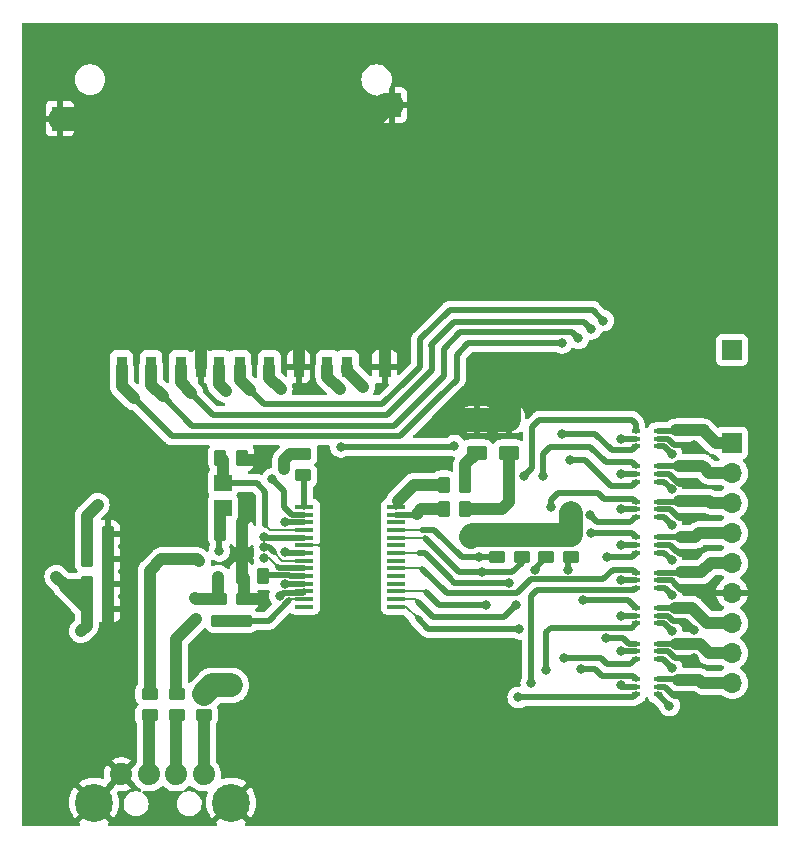
<source format=gbr>
%TF.GenerationSoftware,KiCad,Pcbnew,(6.0.2)*%
%TF.CreationDate,2022-06-02T00:09:36+03:00*%
%TF.ProjectId,BYKR-C2-V00,42594b52-2d43-4322-9d56-30302e6b6963,rev?*%
%TF.SameCoordinates,Original*%
%TF.FileFunction,Copper,L1,Top*%
%TF.FilePolarity,Positive*%
%FSLAX46Y46*%
G04 Gerber Fmt 4.6, Leading zero omitted, Abs format (unit mm)*
G04 Created by KiCad (PCBNEW (6.0.2)) date 2022-06-02 00:09:36*
%MOMM*%
%LPD*%
G01*
G04 APERTURE LIST*
G04 Aperture macros list*
%AMRoundRect*
0 Rectangle with rounded corners*
0 $1 Rounding radius*
0 $2 $3 $4 $5 $6 $7 $8 $9 X,Y pos of 4 corners*
0 Add a 4 corners polygon primitive as box body*
4,1,4,$2,$3,$4,$5,$6,$7,$8,$9,$2,$3,0*
0 Add four circle primitives for the rounded corners*
1,1,$1+$1,$2,$3*
1,1,$1+$1,$4,$5*
1,1,$1+$1,$6,$7*
1,1,$1+$1,$8,$9*
0 Add four rect primitives between the rounded corners*
20,1,$1+$1,$2,$3,$4,$5,0*
20,1,$1+$1,$4,$5,$6,$7,0*
20,1,$1+$1,$6,$7,$8,$9,0*
20,1,$1+$1,$8,$9,$2,$3,0*%
G04 Aperture macros list end*
%TA.AperFunction,ComponentPad*%
%ADD10C,1.879600*%
%TD*%
%TA.AperFunction,ComponentPad*%
%ADD11C,3.215640*%
%TD*%
%TA.AperFunction,SMDPad,CuDef*%
%ADD12R,0.899160X1.798320*%
%TD*%
%TA.AperFunction,SMDPad,CuDef*%
%ADD13R,1.099820X1.798320*%
%TD*%
%TA.AperFunction,SMDPad,CuDef*%
%ADD14R,1.399540X1.998980*%
%TD*%
%TA.AperFunction,SMDPad,CuDef*%
%ADD15R,1.526540X1.998980*%
%TD*%
%TA.AperFunction,SMDPad,CuDef*%
%ADD16R,1.500000X1.400000*%
%TD*%
%TA.AperFunction,SMDPad,CuDef*%
%ADD17R,0.650000X0.400000*%
%TD*%
%TA.AperFunction,SMDPad,CuDef*%
%ADD18R,1.600000X0.325000*%
%TD*%
%TA.AperFunction,SMDPad,CuDef*%
%ADD19RoundRect,0.250000X-0.450000X0.262500X-0.450000X-0.262500X0.450000X-0.262500X0.450000X0.262500X0*%
%TD*%
%TA.AperFunction,SMDPad,CuDef*%
%ADD20RoundRect,0.250000X0.450000X-0.262500X0.450000X0.262500X-0.450000X0.262500X-0.450000X-0.262500X0*%
%TD*%
%TA.AperFunction,SMDPad,CuDef*%
%ADD21RoundRect,0.250000X-0.262500X-0.450000X0.262500X-0.450000X0.262500X0.450000X-0.262500X0.450000X0*%
%TD*%
%TA.AperFunction,ComponentPad*%
%ADD22R,1.700000X1.700000*%
%TD*%
%TA.AperFunction,ComponentPad*%
%ADD23O,1.700000X1.700000*%
%TD*%
%TA.AperFunction,SMDPad,CuDef*%
%ADD24RoundRect,0.250000X-0.625000X0.375000X-0.625000X-0.375000X0.625000X-0.375000X0.625000X0.375000X0*%
%TD*%
%TA.AperFunction,ViaPad*%
%ADD25C,0.800000*%
%TD*%
%TA.AperFunction,Conductor*%
%ADD26C,0.500000*%
%TD*%
%TA.AperFunction,Conductor*%
%ADD27C,0.200000*%
%TD*%
%TA.AperFunction,Conductor*%
%ADD28C,1.000000*%
%TD*%
%TA.AperFunction,Conductor*%
%ADD29C,2.000000*%
%TD*%
G04 APERTURE END LIST*
D10*
%TO.P,J1,1,VBUS*%
%TO.N,Net-(J1-Pad1)*%
X131047580Y-123271330D03*
%TO.P,J1,2,D-*%
%TO.N,Net-(J1-Pad2)*%
X128675220Y-123271330D03*
%TO.P,J1,3,D+*%
%TO.N,Net-(J1-Pad3)*%
X126424780Y-123271330D03*
%TO.P,J1,4,GND*%
%TO.N,GND*%
X124052420Y-123271330D03*
D11*
%TO.P,J1,5,Shield*%
X133348820Y-125669090D03*
X121751180Y-125669090D03*
%TD*%
D12*
%TO.P,U2,1,CD/DAT3*%
%TO.N,SD_D3*%
X126580900Y-88746660D03*
%TO.P,U2,2,CMD*%
%TO.N,SD_CMD*%
X129080260Y-88746660D03*
%TO.P,U2,3,VSS*%
%TO.N,GND*%
X130830320Y-88746660D03*
%TO.P,U2,4,VDD*%
%TO.N,SD_VCC*%
X134078980Y-88746660D03*
%TO.P,U2,5,CLK*%
%TO.N,SD_CLK*%
X136578340Y-88746660D03*
%TO.P,U2,6,VSS*%
%TO.N,GND*%
X139077700Y-88746660D03*
%TO.P,U2,7,DAT0*%
%TO.N,SD_D0*%
X141498320Y-88746660D03*
%TO.P,U2,8,DAT1*%
%TO.N,SD_D1*%
X143197580Y-88746660D03*
%TO.P,U2,9,DAT2*%
%TO.N,SD_D2*%
X124081540Y-88746660D03*
%TO.P,U2,10,CARD_DETECT*%
%TO.N,SD_CD*%
X132331460Y-88746660D03*
D13*
%TO.P,U2,11,WRITE_PROTECT*%
%TO.N,GND*%
X146349720Y-88746660D03*
D14*
%TO.P,U2,12,SHELL1*%
X118854220Y-67748480D03*
D15*
%TO.P,U2,13,SHELL2*%
X146939000Y-66600400D03*
%TD*%
D16*
%TO.P,Y1,1,1*%
%TO.N,Net-(C5-Pad1)*%
X132650000Y-98600000D03*
%TO.P,Y1,2,2*%
%TO.N,Net-(C6-Pad1)*%
X132650000Y-100700000D03*
%TD*%
D17*
%TO.P,U11,1*%
%TO.N,MCU_S*%
X169500000Y-98500000D03*
%TO.P,U11,2,GND*%
%TO.N,GND*%
X169500000Y-97850000D03*
%TO.P,U11,3*%
%TO.N,CAMERA_D3*%
X169500000Y-97200000D03*
%TO.P,U11,4*%
%TO.N,USB_D3*%
X167600000Y-97200000D03*
%TO.P,U11,5,VCC*%
%TO.N,+3V3*%
X167600000Y-97850000D03*
%TO.P,U11,6*%
%TO.N,SD_D3*%
X167600000Y-98500000D03*
%TD*%
%TO.P,U10,1*%
%TO.N,MCU_S*%
X169500000Y-95500000D03*
%TO.P,U10,2,GND*%
%TO.N,GND*%
X169500000Y-94850000D03*
%TO.P,U10,3*%
%TO.N,CAMERA_D2*%
X169500000Y-94200000D03*
%TO.P,U10,4*%
%TO.N,USB_D2*%
X167600000Y-94200000D03*
%TO.P,U10,5,VCC*%
%TO.N,+3V3*%
X167600000Y-94850000D03*
%TO.P,U10,6*%
%TO.N,SD_D2*%
X167600000Y-95500000D03*
%TD*%
%TO.P,U9,1*%
%TO.N,MCU_S*%
X169500000Y-113500000D03*
%TO.P,U9,2,GND*%
%TO.N,GND*%
X169500000Y-112850000D03*
%TO.P,U9,3*%
%TO.N,CAMERA_D1*%
X169500000Y-112200000D03*
%TO.P,U9,4*%
%TO.N,USB_D1*%
X167600000Y-112200000D03*
%TO.P,U9,5,VCC*%
%TO.N,+3V3*%
X167600000Y-112850000D03*
%TO.P,U9,6*%
%TO.N,SD_D1*%
X167600000Y-113500000D03*
%TD*%
%TO.P,U8,1*%
%TO.N,MCU_S*%
X169500000Y-110500000D03*
%TO.P,U8,2,GND*%
%TO.N,GND*%
X169500000Y-109850000D03*
%TO.P,U8,3*%
%TO.N,CAMERA_D0*%
X169500000Y-109200000D03*
%TO.P,U8,4*%
%TO.N,USB_D0*%
X167600000Y-109200000D03*
%TO.P,U8,5,VCC*%
%TO.N,+3V3*%
X167600000Y-109850000D03*
%TO.P,U8,6*%
%TO.N,SD_D0*%
X167600000Y-110500000D03*
%TD*%
%TO.P,U7,1*%
%TO.N,MCU_S*%
X169500000Y-107500000D03*
%TO.P,U7,2,GND*%
%TO.N,GND*%
X169500000Y-106850000D03*
%TO.P,U7,3*%
%TO.N,CAMERA_CLK*%
X169500000Y-106200000D03*
%TO.P,U7,4*%
%TO.N,USB_CLK*%
X167600000Y-106200000D03*
%TO.P,U7,5,VCC*%
%TO.N,+3V3*%
X167600000Y-106850000D03*
%TO.P,U7,6*%
%TO.N,SD_CLK*%
X167600000Y-107500000D03*
%TD*%
%TO.P,U6,6*%
%TO.N,SD_VCC*%
X167600000Y-104500000D03*
%TO.P,U6,5,VCC*%
%TO.N,+3V3*%
X167600000Y-103850000D03*
%TO.P,U6,4*%
%TO.N,USB_VCC*%
X167600000Y-103200000D03*
%TO.P,U6,3*%
%TO.N,CAMERA_VCC*%
X169500000Y-103200000D03*
%TO.P,U6,2,GND*%
%TO.N,GND*%
X169500000Y-103850000D03*
%TO.P,U6,1*%
%TO.N,MCU_S*%
X169500000Y-104500000D03*
%TD*%
%TO.P,U5,1*%
%TO.N,MCU_S*%
X169500000Y-101500000D03*
%TO.P,U5,2,GND*%
%TO.N,GND*%
X169500000Y-100850000D03*
%TO.P,U5,3*%
%TO.N,CAMERA_CMD*%
X169500000Y-100200000D03*
%TO.P,U5,4*%
%TO.N,USB_CMD*%
X167600000Y-100200000D03*
%TO.P,U5,5,VCC*%
%TO.N,+3V3*%
X167600000Y-100850000D03*
%TO.P,U5,6*%
%TO.N,SD_CMD*%
X167600000Y-101500000D03*
%TD*%
%TO.P,U4,1*%
%TO.N,MCU_S*%
X169500000Y-116500000D03*
%TO.P,U4,2,GND*%
%TO.N,GND*%
X169500000Y-115850000D03*
%TO.P,U4,3*%
%TO.N,CAMERA_CD*%
X169500000Y-115200000D03*
%TO.P,U4,4*%
%TO.N,USB_CD*%
X167600000Y-115200000D03*
%TO.P,U4,5,VCC*%
%TO.N,+3V3*%
X167600000Y-115850000D03*
%TO.P,U4,6*%
%TO.N,SD_CD*%
X167600000Y-116500000D03*
%TD*%
D18*
%TO.P,U3,1,GPIO1*%
%TO.N,Net-(R4-Pad2)*%
X139550000Y-100625000D03*
%TO.P,U3,2,PMOSO*%
%TO.N,USB_VCC*%
X139550000Y-101275000D03*
%TO.P,U3,3,DVDD*%
%TO.N,+3V3*%
X139550000Y-101925000D03*
%TO.P,U3,4,X1*%
%TO.N,Net-(C5-Pad1)*%
X139550000Y-102575000D03*
%TO.P,U3,5,X2*%
%TO.N,Net-(C6-Pad1)*%
X139550000Y-103225000D03*
%TO.P,U3,6,GND*%
%TO.N,GND*%
X139550000Y-103875000D03*
%TO.P,U3,7,AVDD*%
%TO.N,+3V3*%
X139550000Y-104525000D03*
%TO.P,U3,8,DP*%
%TO.N,DP*%
X139550000Y-105175000D03*
%TO.P,U3,9,DM*%
%TO.N,DM*%
X139550000Y-105825000D03*
%TO.P,U3,10,RREF*%
%TO.N,Net-(R5-Pad2)*%
X139550000Y-106475000D03*
%TO.P,U3,11,DVDD*%
%TO.N,+3V3*%
X139550000Y-107125000D03*
%TO.P,U3,12,VP5*%
%TO.N,+5V*%
X139550000Y-107775000D03*
%TO.P,U3,13,EXTRSTZ*%
%TO.N,Net-(C7-Pad1)*%
X139550000Y-108425000D03*
%TO.P,U3,14,SD_WP*%
%TO.N,unconnected-(U3-Pad14)*%
X139550000Y-109075000D03*
%TO.P,U3,15,SD_CDZ*%
%TO.N,USB_CD*%
X147350000Y-109075000D03*
%TO.P,U3,16,D1*%
%TO.N,USB_D1*%
X147350000Y-108425000D03*
%TO.P,U3,17,D0*%
%TO.N,USB_D0*%
X147350000Y-107775000D03*
%TO.P,U3,18,D7*%
%TO.N,unconnected-(U3-Pad18)*%
X147350000Y-107125000D03*
%TO.P,U3,19,D6*%
%TO.N,unconnected-(U3-Pad19)*%
X147350000Y-106475000D03*
%TO.P,U3,20,SD_CLK*%
%TO.N,USB_CLK*%
X147350000Y-105825000D03*
%TO.P,U3,21,D5*%
%TO.N,unconnected-(U3-Pad21)*%
X147350000Y-105175000D03*
%TO.P,U3,22,SD_CMD*%
%TO.N,USB_CMD*%
X147350000Y-104525000D03*
%TO.P,U3,23,D4*%
%TO.N,unconnected-(U3-Pad23)*%
X147350000Y-103875000D03*
%TO.P,U3,24,D3*%
%TO.N,USB_D3*%
X147350000Y-103225000D03*
%TO.P,U3,25,D2*%
%TO.N,USB_D2*%
X147350000Y-102575000D03*
%TO.P,U3,26,MS_INS*%
%TO.N,unconnected-(U3-Pad26)*%
X147350000Y-101925000D03*
%TO.P,U3,27,GPIO3*%
%TO.N,Net-(R7-Pad1)*%
X147350000Y-101275000D03*
%TO.P,U3,28,GPIO0*%
%TO.N,Net-(R6-Pad1)*%
X147350000Y-100625000D03*
%TD*%
D19*
%TO.P,U1,1*%
%TO.N,+5V*%
X131050000Y-116437500D03*
%TO.P,U1,2*%
%TO.N,Net-(J1-Pad1)*%
X131050000Y-118262500D03*
%TD*%
D20*
%TO.P,R11,1*%
%TO.N,USB_D1*%
X162150000Y-104862500D03*
%TO.P,R11,2*%
%TO.N,+3V3*%
X162150000Y-103037500D03*
%TD*%
%TO.P,R10,1*%
%TO.N,USB_D0*%
X160050000Y-104862500D03*
%TO.P,R10,2*%
%TO.N,+3V3*%
X160050000Y-103037500D03*
%TD*%
%TO.P,R9,1*%
%TO.N,USB_D3*%
X157950000Y-104862500D03*
%TO.P,R9,2*%
%TO.N,+3V3*%
X157950000Y-103037500D03*
%TD*%
%TO.P,R8,1*%
%TO.N,USB_D2*%
X155850000Y-104862500D03*
%TO.P,R8,2*%
%TO.N,+3V3*%
X155850000Y-103037500D03*
%TD*%
D21*
%TO.P,R7,1*%
%TO.N,Net-(R7-Pad1)*%
X151337500Y-100850000D03*
%TO.P,R7,2*%
%TO.N,Net-(D2-Pad2)*%
X153162500Y-100850000D03*
%TD*%
%TO.P,R6,1*%
%TO.N,Net-(R6-Pad1)*%
X151337500Y-98750000D03*
%TO.P,R6,2*%
%TO.N,Net-(D1-Pad2)*%
X153162500Y-98750000D03*
%TD*%
%TO.P,R5,1*%
%TO.N,GND*%
X134237500Y-106450000D03*
%TO.P,R5,2*%
%TO.N,Net-(R5-Pad2)*%
X136062500Y-106450000D03*
%TD*%
D19*
%TO.P,R4,1*%
%TO.N,+3V3*%
X139450000Y-96137500D03*
%TO.P,R4,2*%
%TO.N,Net-(R4-Pad2)*%
X139450000Y-97962500D03*
%TD*%
%TO.P,R3,1*%
%TO.N,+3V3*%
X132350000Y-108437500D03*
%TO.P,R3,2*%
%TO.N,Net-(C7-Pad1)*%
X132350000Y-110262500D03*
%TD*%
D20*
%TO.P,R2,1*%
%TO.N,Net-(J1-Pad2)*%
X128750000Y-118275000D03*
%TO.P,R2,2*%
%TO.N,DM*%
X128750000Y-116450000D03*
%TD*%
%TO.P,R1,1*%
%TO.N,Net-(J1-Pad3)*%
X126450000Y-118262500D03*
%TO.P,R1,2*%
%TO.N,DP*%
X126450000Y-116437500D03*
%TD*%
D22*
%TO.P,J3,1,Pin_1*%
%TO.N,MCU_S*%
X175750000Y-87350000D03*
%TD*%
%TO.P,J2,1,Pin_1*%
%TO.N,CAMERA_D2*%
X175762572Y-95200000D03*
D23*
%TO.P,J2,2,Pin_2*%
%TO.N,CAMERA_D3*%
X175762572Y-97740000D03*
%TO.P,J2,3,Pin_3*%
%TO.N,CAMERA_CMD*%
X175762572Y-100280000D03*
%TO.P,J2,4,Pin_4*%
%TO.N,CAMERA_VCC*%
X175762572Y-102820000D03*
%TO.P,J2,5,Pin_5*%
%TO.N,CAMERA_CLK*%
X175762572Y-105360000D03*
%TO.P,J2,6,Pin_6*%
%TO.N,GND*%
X175762572Y-107900000D03*
%TO.P,J2,7,Pin_7*%
%TO.N,CAMERA_D0*%
X175762572Y-110440000D03*
%TO.P,J2,8,Pin_8*%
%TO.N,CAMERA_D1*%
X175762572Y-112980000D03*
%TO.P,J2,9,Pin_9*%
%TO.N,CAMERA_CD*%
X175762572Y-115520000D03*
%TD*%
D24*
%TO.P,D2,1,K*%
%TO.N,GND*%
X156850000Y-93250000D03*
%TO.P,D2,2,A*%
%TO.N,Net-(D2-Pad2)*%
X156850000Y-96050000D03*
%TD*%
%TO.P,D1,1,K*%
%TO.N,GND*%
X154150000Y-93250000D03*
%TO.P,D1,2,A*%
%TO.N,Net-(D1-Pad2)*%
X154150000Y-96050000D03*
%TD*%
D20*
%TO.P,C7,1*%
%TO.N,Net-(C7-Pad1)*%
X134450000Y-110262500D03*
%TO.P,C7,2*%
%TO.N,GND*%
X134450000Y-108437500D03*
%TD*%
D21*
%TO.P,C6,1*%
%TO.N,Net-(C6-Pad1)*%
X132437500Y-102850000D03*
%TO.P,C6,2*%
%TO.N,GND*%
X134262500Y-102850000D03*
%TD*%
%TO.P,C5,1*%
%TO.N,Net-(C5-Pad1)*%
X132437500Y-96450000D03*
%TO.P,C5,2*%
%TO.N,GND*%
X134262500Y-96450000D03*
%TD*%
%TO.P,C4,1*%
%TO.N,+3V3*%
X121125000Y-109250000D03*
%TO.P,C4,2*%
%TO.N,GND*%
X122950000Y-109250000D03*
%TD*%
%TO.P,C3,1*%
%TO.N,+3V3*%
X121137500Y-107150000D03*
%TO.P,C3,2*%
%TO.N,GND*%
X122962500Y-107150000D03*
%TD*%
%TO.P,C2,1*%
%TO.N,+5V*%
X121137500Y-105050000D03*
%TO.P,C2,2*%
%TO.N,GND*%
X122962500Y-105050000D03*
%TD*%
%TO.P,C1,1*%
%TO.N,+5V*%
X121125000Y-102950000D03*
%TO.P,C1,2*%
%TO.N,GND*%
X122950000Y-102950000D03*
%TD*%
D25*
%TO.N,GND*%
X142450000Y-75650000D03*
X136050000Y-81450000D03*
X127550000Y-74550000D03*
X122950000Y-83550000D03*
%TO.N,USB_D3*%
X159750000Y-98050000D03*
X154550000Y-106150000D03*
%TO.N,USB_D2*%
X158150000Y-98050000D03*
X154337500Y-104862500D03*
%TO.N,USB_D0*%
X163150000Y-108550000D03*
%TO.N,USB_D1*%
X165050000Y-111750000D03*
%TO.N,USB_CD*%
X162950000Y-114350000D03*
X157750000Y-110950000D03*
%TO.N,USB_D1*%
X161850000Y-106000500D03*
X157450000Y-108950000D03*
%TO.N,USB_D0*%
X159050000Y-105950000D03*
X154950000Y-108950000D03*
%TO.N,USB_CMD*%
X160450000Y-100650000D03*
X156850000Y-107050000D03*
%TO.N,USB_VCC*%
X163850000Y-102850000D03*
X152250000Y-95450000D03*
X142650000Y-95550000D03*
X136850000Y-98250000D03*
%TO.N,SD_D2*%
X161350000Y-94450000D03*
X161350000Y-86750000D03*
%TO.N,SD_D3*%
X162050000Y-96650000D03*
X162750000Y-86350000D03*
%TO.N,SD_CMD*%
X163750000Y-101350000D03*
X163850000Y-85550000D03*
%TO.N,SD_CD*%
X157650000Y-116750000D03*
%TO.N,SD_VCC*%
X165150000Y-104850000D03*
X164850000Y-84850000D03*
%TO.N,SD_CLK*%
X158750000Y-115550000D03*
%TO.N,SD_D0*%
X160050000Y-114450000D03*
%TO.N,SD_D1*%
X161550000Y-113450000D03*
%TO.N,SD_CD*%
X132950000Y-90850000D03*
%TO.N,SD_CLK*%
X137550000Y-90650000D03*
%TO.N,SD_D0*%
X142550000Y-90650000D03*
%TO.N,SD_D1*%
X144550000Y-90450000D03*
%TO.N,+5V*%
X137450000Y-108150000D03*
%TO.N,DM*%
X130350000Y-110150000D03*
%TO.N,DP*%
X130650000Y-105250000D03*
%TO.N,Net-(C6-Pad1)*%
X132350000Y-104350000D03*
%TO.N,+3V3*%
X137850000Y-97450000D03*
%TO.N,Net-(C6-Pad1)*%
X136150000Y-103150000D03*
%TO.N,DP*%
X136150000Y-104050000D03*
%TO.N,DM*%
X136150000Y-104950000D03*
%TO.N,+5V*%
X133350000Y-115750000D03*
X122050000Y-100450000D03*
%TO.N,+3V3*%
X153650000Y-103150000D03*
X118550000Y-106550000D03*
X130250000Y-108350000D03*
X132250000Y-106550000D03*
X137950000Y-101950000D03*
X137950000Y-104450000D03*
X137950000Y-107150000D03*
X120650000Y-111150000D03*
%TO.N,GND*%
X151850000Y-93350000D03*
X135850000Y-96650000D03*
X134850000Y-101350000D03*
X135850000Y-108450000D03*
X122950000Y-111150000D03*
X145550000Y-85350000D03*
X139050000Y-85350000D03*
X130850000Y-85350000D03*
X144050000Y-68950000D03*
X122850000Y-69750000D03*
X156850000Y-90150000D03*
%TO.N,+3V3*%
X162150000Y-101150000D03*
X166350000Y-94850000D03*
X166350000Y-97850000D03*
X166350000Y-100850000D03*
X166350000Y-103850000D03*
X166350000Y-106850000D03*
X166350000Y-109850000D03*
X166350000Y-112850000D03*
X166350000Y-115750000D03*
%TO.N,GND*%
X142150000Y-108850000D03*
X144950000Y-107050000D03*
X144950000Y-101550000D03*
X141650000Y-103950000D03*
X172550000Y-116650000D03*
X172550000Y-113450000D03*
X172550000Y-111050000D03*
X172550000Y-107650000D03*
X172550000Y-104650000D03*
X172550000Y-101550000D03*
X172550000Y-98650000D03*
X172550000Y-95350000D03*
%TO.N,MCU_S*%
X170650000Y-96150000D03*
X170650000Y-99150000D03*
X170650000Y-102150000D03*
X170650000Y-105150000D03*
X170650000Y-108050000D03*
X170650000Y-111150000D03*
X170650000Y-114250000D03*
X170450000Y-117450000D03*
%TD*%
D26*
%TO.N,USB_D3*%
X159750000Y-96150000D02*
X159750000Y-98050000D01*
X160350000Y-95550000D02*
X159750000Y-96150000D01*
X163750000Y-95550000D02*
X160350000Y-95550000D01*
X165050000Y-96850000D02*
X163750000Y-95550000D01*
X167250000Y-96850000D02*
X165050000Y-96850000D01*
X167600000Y-97200000D02*
X167250000Y-96850000D01*
%TO.N,SD_D2*%
X165600000Y-95850000D02*
X167250000Y-95850000D01*
X164200000Y-94450000D02*
X165600000Y-95850000D01*
X161350000Y-94450000D02*
X164200000Y-94450000D01*
X167250000Y-95850000D02*
X167600000Y-95500000D01*
%TO.N,SD_D3*%
X167250000Y-98850000D02*
X167600000Y-98500000D01*
X165550000Y-98850000D02*
X167250000Y-98850000D01*
X163350000Y-96650000D02*
X165550000Y-98850000D01*
X162050000Y-96650000D02*
X163350000Y-96650000D01*
%TO.N,USB_D3*%
X157950000Y-105350000D02*
X157950000Y-104862500D01*
X157150000Y-106150000D02*
X157950000Y-105350000D01*
X152650000Y-106150000D02*
X157150000Y-106150000D01*
X149750000Y-103250000D02*
X152650000Y-106150000D01*
%TO.N,USB_D2*%
X167600000Y-93600000D02*
X167600000Y-94200000D01*
X159450000Y-93250000D02*
X167250000Y-93250000D01*
X158850000Y-93850000D02*
X159450000Y-93250000D01*
X158850000Y-97350000D02*
X158850000Y-93850000D01*
X167250000Y-93250000D02*
X167600000Y-93600000D01*
X158150000Y-98050000D02*
X158850000Y-97350000D01*
X155850000Y-104862500D02*
X154337500Y-104862500D01*
X152862500Y-104862500D02*
X154337500Y-104862500D01*
%TO.N,USB_D0*%
X166950000Y-108550000D02*
X167600000Y-109200000D01*
X163150000Y-108550000D02*
X166950000Y-108550000D01*
%TO.N,USB_D1*%
X166550000Y-111750000D02*
X165050000Y-111750000D01*
X167000000Y-112200000D02*
X166550000Y-111750000D01*
X167600000Y-112200000D02*
X167000000Y-112200000D01*
%TO.N,USB_CD*%
X167350000Y-114950000D02*
X167600000Y-115200000D01*
X164750000Y-114950000D02*
X167350000Y-114950000D01*
X164150000Y-114350000D02*
X164750000Y-114950000D01*
X162950000Y-114350000D02*
X164150000Y-114350000D01*
X149150000Y-110050000D02*
X150050000Y-110950000D01*
D27*
X148175000Y-109075000D02*
X149150000Y-110050000D01*
D26*
X150050000Y-110950000D02*
X157750000Y-110950000D01*
D27*
X147350000Y-109075000D02*
X148175000Y-109075000D01*
D26*
%TO.N,USB_D1*%
X161850000Y-105162500D02*
X162150000Y-104862500D01*
X161850000Y-106000500D02*
X161850000Y-105162500D01*
X156450000Y-109950000D02*
X157450000Y-108950000D01*
X150450000Y-109950000D02*
X154550000Y-109950000D01*
X154550000Y-109950000D02*
X156450000Y-109950000D01*
X149150000Y-108650000D02*
X150450000Y-109950000D01*
D27*
X148925000Y-108425000D02*
X149150000Y-108650000D01*
X147350000Y-108425000D02*
X148925000Y-108425000D01*
D26*
%TO.N,USB_D0*%
X159050000Y-105862500D02*
X160050000Y-104862500D01*
X159050000Y-105950000D02*
X159050000Y-105862500D01*
X150950000Y-108950000D02*
X154950000Y-108950000D01*
X149850000Y-107850000D02*
X150950000Y-108950000D01*
D27*
X149775000Y-107775000D02*
X149850000Y-107850000D01*
X147350000Y-107775000D02*
X149775000Y-107775000D01*
D26*
%TO.N,USB_CMD*%
X167350000Y-99950000D02*
X167600000Y-100200000D01*
X164450000Y-99450000D02*
X164950000Y-99950000D01*
X164950000Y-99950000D02*
X167350000Y-99950000D01*
X161050000Y-99450000D02*
X164450000Y-99450000D01*
X160450000Y-100050000D02*
X161050000Y-99450000D01*
X160450000Y-100650000D02*
X160450000Y-100050000D01*
%TO.N,USB_CLK*%
X167350000Y-105950000D02*
X167600000Y-106200000D01*
X165650000Y-105950000D02*
X167350000Y-105950000D01*
X164850000Y-106750000D02*
X165650000Y-105950000D01*
X157550000Y-107950000D02*
X158750000Y-106750000D01*
X151650000Y-107950000D02*
X157550000Y-107950000D01*
X158750000Y-106750000D02*
X164850000Y-106750000D01*
X149550000Y-105850000D02*
X151650000Y-107950000D01*
D27*
X149525000Y-105825000D02*
X149550000Y-105850000D01*
X147350000Y-105825000D02*
X149525000Y-105825000D01*
D26*
%TO.N,USB_CMD*%
X149750000Y-104550000D02*
X151850000Y-106650000D01*
X151850000Y-106650000D02*
X152250000Y-107050000D01*
X149250000Y-104550000D02*
X149750000Y-104550000D01*
X152250000Y-107050000D02*
X156850000Y-107050000D01*
D27*
X149225000Y-104525000D02*
X149250000Y-104550000D01*
X147350000Y-104525000D02*
X149225000Y-104525000D01*
%TO.N,USB_D3*%
X149725000Y-103225000D02*
X149750000Y-103250000D01*
X147350000Y-103225000D02*
X149725000Y-103225000D01*
D26*
%TO.N,USB_D2*%
X150550000Y-102550000D02*
X152862500Y-104862500D01*
X149550000Y-102550000D02*
X150550000Y-102550000D01*
D27*
X149525000Y-102575000D02*
X149550000Y-102550000D01*
X147350000Y-102575000D02*
X149525000Y-102575000D01*
D26*
%TO.N,USB_VCC*%
X167250000Y-102850000D02*
X167600000Y-103200000D01*
X163850000Y-102850000D02*
X167250000Y-102850000D01*
X152150000Y-95550000D02*
X152250000Y-95450000D01*
X142650000Y-95550000D02*
X152150000Y-95550000D01*
X137850000Y-99250000D02*
X136850000Y-98250000D01*
X137850000Y-100650000D02*
X137850000Y-99650000D01*
X138475000Y-101275000D02*
X137850000Y-100650000D01*
X137850000Y-99650000D02*
X137850000Y-99250000D01*
X139550000Y-101275000D02*
X138475000Y-101275000D01*
%TO.N,SD_D2*%
X153350000Y-86850000D02*
X153450000Y-86750000D01*
X152450000Y-87750000D02*
X153350000Y-86850000D01*
X152450000Y-88050000D02*
X152450000Y-87750000D01*
X150950000Y-91350000D02*
X152450000Y-89850000D01*
X153450000Y-86750000D02*
X160050000Y-86750000D01*
X152450000Y-89850000D02*
X152450000Y-88050000D01*
X147650000Y-94650000D02*
X150950000Y-91350000D01*
X128350000Y-94650000D02*
X132250000Y-94650000D01*
X132250000Y-94650000D02*
X147650000Y-94650000D01*
X160050000Y-86750000D02*
X161350000Y-86750000D01*
X125150000Y-91450000D02*
X128350000Y-94650000D01*
%TO.N,SD_D3*%
X162250000Y-85850000D02*
X162750000Y-86350000D01*
X153650000Y-85850000D02*
X162250000Y-85850000D01*
X152750000Y-85850000D02*
X153650000Y-85850000D01*
X151350000Y-87250000D02*
X152750000Y-85850000D01*
X151350000Y-89550000D02*
X151350000Y-87250000D01*
X149650000Y-91250000D02*
X151350000Y-89550000D01*
X130050000Y-93750000D02*
X133850000Y-93750000D01*
X133850000Y-93750000D02*
X147150000Y-93750000D01*
X127550000Y-91250000D02*
X130050000Y-93750000D01*
X147150000Y-93750000D02*
X149650000Y-91250000D01*
%TO.N,SD_CMD*%
X164350000Y-101950000D02*
X167150000Y-101950000D01*
X163750000Y-101350000D02*
X164350000Y-101950000D01*
X167150000Y-101950000D02*
X167600000Y-101500000D01*
X163250000Y-84950000D02*
X163850000Y-85550000D01*
X152350000Y-84950000D02*
X163250000Y-84950000D01*
X152250000Y-84950000D02*
X152350000Y-84950000D01*
X150250000Y-86950000D02*
X152250000Y-84950000D01*
X150350000Y-87050000D02*
X150250000Y-86950000D01*
X150350000Y-89050000D02*
X150350000Y-87050000D01*
X146550000Y-92850000D02*
X150350000Y-89050000D01*
X138950000Y-92850000D02*
X146550000Y-92850000D01*
X131850000Y-92850000D02*
X138950000Y-92850000D01*
X129950000Y-90950000D02*
X131850000Y-92850000D01*
%TO.N,SD_CD*%
X157650000Y-116750000D02*
X167350000Y-116750000D01*
X167350000Y-116750000D02*
X167600000Y-116500000D01*
%TO.N,SD_VCC*%
X167250000Y-104850000D02*
X167600000Y-104500000D01*
X165150000Y-104850000D02*
X167250000Y-104850000D01*
X163950000Y-83950000D02*
X164850000Y-84850000D01*
X156250000Y-83950000D02*
X163950000Y-83950000D01*
X149350000Y-86450000D02*
X151850000Y-83950000D01*
X149350000Y-88750000D02*
X149350000Y-86450000D01*
X148250000Y-89850000D02*
X149350000Y-88750000D01*
X151850000Y-83950000D02*
X156250000Y-83950000D01*
X146150000Y-91950000D02*
X148250000Y-89850000D01*
X142850000Y-91950000D02*
X146150000Y-91950000D01*
X136150000Y-91950000D02*
X142850000Y-91950000D01*
X134950000Y-90750000D02*
X136150000Y-91950000D01*
%TO.N,SD_CLK*%
X167450000Y-107650000D02*
X167600000Y-107500000D01*
X159250000Y-107650000D02*
X167450000Y-107650000D01*
X158750000Y-108150000D02*
X159250000Y-107650000D01*
X158750000Y-115550000D02*
X158750000Y-108150000D01*
%TO.N,SD_D0*%
X160050000Y-111250000D02*
X160450000Y-110850000D01*
X167250000Y-110850000D02*
X167600000Y-110500000D01*
X160050000Y-114450000D02*
X160050000Y-111250000D01*
X160450000Y-110850000D02*
X167250000Y-110850000D01*
%TO.N,SD_D1*%
X167150000Y-113950000D02*
X167600000Y-113500000D01*
X164650000Y-113450000D02*
X165150000Y-113950000D01*
X165150000Y-113950000D02*
X167150000Y-113950000D01*
X161550000Y-113450000D02*
X164650000Y-113450000D01*
D28*
%TO.N,SD_D2*%
X124081540Y-90381540D02*
X125150000Y-91450000D01*
X124081540Y-88746660D02*
X124081540Y-90381540D01*
%TO.N,SD_D3*%
X126580900Y-90280900D02*
X127550000Y-91250000D01*
X126580900Y-88746660D02*
X126580900Y-90280900D01*
%TO.N,SD_CMD*%
X129080260Y-90080260D02*
X129950000Y-90950000D01*
X129080260Y-88746660D02*
X129080260Y-90080260D01*
%TO.N,SD_CD*%
X132331460Y-90231460D02*
X132950000Y-90850000D01*
X132331460Y-88746660D02*
X132331460Y-90231460D01*
%TO.N,SD_VCC*%
X134078980Y-89878980D02*
X134950000Y-90750000D01*
X134078980Y-88746660D02*
X134078980Y-89878980D01*
%TO.N,SD_CLK*%
X136578340Y-89678340D02*
X137550000Y-90650000D01*
X136578340Y-88746660D02*
X136578340Y-89678340D01*
%TO.N,SD_D0*%
X141498320Y-89598320D02*
X142550000Y-90650000D01*
X141498320Y-88746660D02*
X141498320Y-89598320D01*
%TO.N,SD_D1*%
X143197580Y-89097580D02*
X144550000Y-90450000D01*
X143197580Y-88746660D02*
X143197580Y-89097580D01*
D26*
%TO.N,+5V*%
X139425489Y-107899511D02*
X137700489Y-107899511D01*
X137700489Y-107899511D02*
X137450000Y-108150000D01*
X139550000Y-107775000D02*
X139425489Y-107899511D01*
D28*
%TO.N,GND*%
X134462500Y-108450000D02*
X134450000Y-108437500D01*
X135850000Y-108450000D02*
X134462500Y-108450000D01*
%TO.N,DM*%
X128650000Y-116350000D02*
X128750000Y-116450000D01*
X128650000Y-111850000D02*
X128650000Y-116350000D01*
X130350000Y-110150000D02*
X128650000Y-111850000D01*
%TO.N,DP*%
X130450000Y-105050000D02*
X130650000Y-105250000D01*
X127450000Y-105050000D02*
X130450000Y-105050000D01*
X126450000Y-116437500D02*
X126450000Y-106050000D01*
X126450000Y-106050000D02*
X127450000Y-105050000D01*
D26*
%TO.N,Net-(C6-Pad1)*%
X132350000Y-102937500D02*
X132437500Y-102850000D01*
X132350000Y-104350000D02*
X132350000Y-102937500D01*
%TO.N,Net-(C5-Pad1)*%
X135500000Y-98600000D02*
X132650000Y-98600000D01*
X136250000Y-99350000D02*
X135500000Y-98600000D01*
X136250000Y-102150000D02*
X136250000Y-99350000D01*
D28*
%TO.N,+3V3*%
X137850000Y-96650000D02*
X138362500Y-96137500D01*
X138362500Y-96137500D02*
X139450000Y-96137500D01*
X137850000Y-97450000D02*
X137850000Y-96650000D01*
D26*
%TO.N,Net-(R4-Pad2)*%
X139550000Y-98062500D02*
X139450000Y-97962500D01*
X139550000Y-100625000D02*
X139550000Y-98062500D01*
D27*
%TO.N,Net-(C5-Pad1)*%
X136675000Y-102575000D02*
X136250000Y-102150000D01*
X139550000Y-102575000D02*
X136675000Y-102575000D01*
D26*
%TO.N,Net-(C6-Pad1)*%
X136225000Y-103225000D02*
X136150000Y-103150000D01*
X139550000Y-103225000D02*
X136225000Y-103225000D01*
%TO.N,DP*%
X136550000Y-104050000D02*
X136150000Y-104050000D01*
X136950000Y-104450000D02*
X136550000Y-104050000D01*
D27*
X137675000Y-105175000D02*
X136950000Y-104450000D01*
X139550000Y-105175000D02*
X137675000Y-105175000D01*
%TO.N,DM*%
X136550000Y-104950000D02*
X136150000Y-104950000D01*
X137350000Y-105750000D02*
X136550000Y-104950000D01*
D26*
X137400969Y-105800969D02*
X137350000Y-105750000D01*
X139525969Y-105800969D02*
X137400969Y-105800969D01*
X139550000Y-105825000D02*
X139525969Y-105800969D01*
%TO.N,Net-(R5-Pad2)*%
X138260459Y-106400489D02*
X136112011Y-106400489D01*
X136112011Y-106400489D02*
X136062500Y-106450000D01*
X138334970Y-106475000D02*
X138260459Y-106400489D01*
X139550000Y-106475000D02*
X138334970Y-106475000D01*
%TO.N,Net-(C7-Pad1)*%
X136537500Y-110262500D02*
X134450000Y-110262500D01*
D27*
X138375000Y-108425000D02*
X138250000Y-108550000D01*
X139550000Y-108425000D02*
X138375000Y-108425000D01*
D26*
X138250000Y-108550000D02*
X136537500Y-110262500D01*
D29*
%TO.N,+5V*%
X133350000Y-115750000D02*
X131737500Y-115750000D01*
X131737500Y-115750000D02*
X131050000Y-116437500D01*
D28*
X121125000Y-101375000D02*
X122050000Y-100450000D01*
X121125000Y-102950000D02*
X121125000Y-101375000D01*
D29*
%TO.N,+3V3*%
X153762500Y-103037500D02*
X155850000Y-103037500D01*
X153650000Y-103150000D02*
X153762500Y-103037500D01*
D28*
X119250000Y-107250000D02*
X119250000Y-107375000D01*
X119250000Y-107375000D02*
X120550000Y-108675000D01*
X120550000Y-108675000D02*
X120550000Y-107250000D01*
X121125000Y-109250000D02*
X120550000Y-108675000D01*
X120550000Y-107250000D02*
X121037500Y-107250000D01*
X119250000Y-107250000D02*
X120550000Y-107250000D01*
X121037500Y-107250000D02*
X121137500Y-107150000D01*
X118550000Y-106550000D02*
X119250000Y-107250000D01*
X130337500Y-108437500D02*
X130250000Y-108350000D01*
X132350000Y-108437500D02*
X130337500Y-108437500D01*
X132250000Y-106550000D02*
X132250000Y-108337500D01*
X132250000Y-108337500D02*
X132350000Y-108437500D01*
D26*
X137975000Y-101925000D02*
X137950000Y-101950000D01*
X139550000Y-101925000D02*
X137975000Y-101925000D01*
X138025000Y-104525000D02*
X137950000Y-104450000D01*
X139550000Y-104525000D02*
X138025000Y-104525000D01*
X137975000Y-107125000D02*
X137950000Y-107150000D01*
X139550000Y-107125000D02*
X137975000Y-107125000D01*
D28*
X121125000Y-110675000D02*
X120650000Y-111150000D01*
X121125000Y-109250000D02*
X121125000Y-110675000D01*
D29*
%TO.N,GND*%
X151950000Y-93250000D02*
X151850000Y-93350000D01*
X154150000Y-93250000D02*
X151950000Y-93250000D01*
D28*
X134462500Y-96650000D02*
X134262500Y-96450000D01*
X135850000Y-96650000D02*
X134462500Y-96650000D01*
X134262500Y-101937500D02*
X134850000Y-101350000D01*
X134262500Y-102850000D02*
X134262500Y-101937500D01*
X122950000Y-109250000D02*
X122950000Y-111150000D01*
X146349720Y-86149720D02*
X145550000Y-85350000D01*
X146349720Y-88746660D02*
X146349720Y-86149720D01*
X139077700Y-85377700D02*
X139050000Y-85350000D01*
X139077700Y-88746660D02*
X139077700Y-85377700D01*
X130830320Y-85369680D02*
X130850000Y-85350000D01*
X130830320Y-88746660D02*
X130830320Y-85369680D01*
D29*
X146399600Y-66600400D02*
X144050000Y-68950000D01*
X146939000Y-66600400D02*
X146399600Y-66600400D01*
X120848480Y-67748480D02*
X122850000Y-69750000D01*
X118854220Y-67748480D02*
X120848480Y-67748480D01*
X156850000Y-90150000D02*
X156850000Y-93250000D01*
%TO.N,+3V3*%
X162150000Y-103037500D02*
X162150000Y-101150000D01*
D26*
X167600000Y-94850000D02*
X166350000Y-94850000D01*
X167600000Y-97850000D02*
X166350000Y-97850000D01*
X167600000Y-100850000D02*
X166350000Y-100850000D01*
X167600000Y-103850000D02*
X166350000Y-103850000D01*
X167600000Y-106850000D02*
X166350000Y-106850000D01*
X167600000Y-109850000D02*
X166350000Y-109850000D01*
X167600000Y-112850000D02*
X166350000Y-112850000D01*
D27*
X166450000Y-115850000D02*
X166350000Y-115750000D01*
D26*
X167600000Y-115850000D02*
X166450000Y-115850000D01*
D27*
%TO.N,GND*%
X141575000Y-103875000D02*
X141650000Y-103950000D01*
X139550000Y-103875000D02*
X141575000Y-103875000D01*
D28*
%TO.N,Net-(C5-Pad1)*%
X132650000Y-96662500D02*
X132437500Y-96450000D01*
X132650000Y-98600000D02*
X132650000Y-96662500D01*
%TO.N,Net-(C6-Pad1)*%
X132437500Y-100912500D02*
X132650000Y-100700000D01*
X132437500Y-102850000D02*
X132437500Y-100912500D01*
%TO.N,GND*%
X134237500Y-102875000D02*
X134262500Y-102850000D01*
X134237500Y-106450000D02*
X134237500Y-102875000D01*
X134450000Y-106662500D02*
X134237500Y-106450000D01*
X134450000Y-108437500D02*
X134450000Y-106662500D01*
%TO.N,Net-(C7-Pad1)*%
X132350000Y-110262500D02*
X134450000Y-110262500D01*
%TO.N,Net-(J1-Pad3)*%
X126424780Y-118287720D02*
X126450000Y-118262500D01*
X126424780Y-123271330D02*
X126424780Y-118287720D01*
%TO.N,Net-(J1-Pad2)*%
X128675220Y-123271330D02*
X128675220Y-118349780D01*
X128675220Y-118349780D02*
X128750000Y-118275000D01*
%TO.N,Net-(J1-Pad1)*%
X131050000Y-123268910D02*
X131047580Y-123271330D01*
X131050000Y-118262500D02*
X131050000Y-123268910D01*
%TO.N,+3V3*%
X121137500Y-109237500D02*
X121125000Y-109250000D01*
X121137500Y-107150000D02*
X121137500Y-109237500D01*
%TO.N,+5V*%
X121137500Y-102962500D02*
X121125000Y-102950000D01*
X121137500Y-105050000D02*
X121137500Y-102962500D01*
%TO.N,GND*%
X122950000Y-105062500D02*
X122962500Y-105050000D01*
X122950000Y-109250000D02*
X122950000Y-105062500D01*
X122950000Y-105037500D02*
X122962500Y-105050000D01*
X122950000Y-102950000D02*
X122950000Y-105037500D01*
%TO.N,Net-(D2-Pad2)*%
X156850000Y-100250000D02*
X156850000Y-96050000D01*
X156250000Y-100850000D02*
X156850000Y-100250000D01*
X153162500Y-100850000D02*
X156250000Y-100850000D01*
%TO.N,Net-(R7-Pad1)*%
X149050000Y-101250000D02*
X149450000Y-100850000D01*
D26*
X149025000Y-101275000D02*
X149050000Y-101250000D01*
X147350000Y-101275000D02*
X149025000Y-101275000D01*
D28*
X149450000Y-100850000D02*
X151337500Y-100850000D01*
D26*
%TO.N,Net-(R6-Pad1)*%
X147450000Y-100150000D02*
X147350000Y-100250000D01*
X147350000Y-100250000D02*
X147350000Y-100625000D01*
D28*
X148850000Y-98750000D02*
X147450000Y-100150000D01*
X151337500Y-98750000D02*
X148850000Y-98750000D01*
%TO.N,Net-(D1-Pad2)*%
X153162500Y-97037500D02*
X154150000Y-96050000D01*
X153162500Y-98750000D02*
X153162500Y-97037500D01*
D29*
%TO.N,GND*%
X154150000Y-93250000D02*
X156850000Y-93250000D01*
%TO.N,+3V3*%
X162150000Y-103037500D02*
X155850000Y-103037500D01*
D26*
%TO.N,GND*%
X170874022Y-116650000D02*
X172550000Y-116650000D01*
X170074022Y-115850000D02*
X170874022Y-116650000D01*
X169500000Y-115850000D02*
X170074022Y-115850000D01*
X170950000Y-113450000D02*
X172550000Y-113450000D01*
X170650000Y-113150000D02*
X170950000Y-113450000D01*
X170350000Y-112850000D02*
X170650000Y-113150000D01*
X169500000Y-112850000D02*
X170350000Y-112850000D01*
X171750000Y-110250000D02*
X172550000Y-111050000D01*
X170750000Y-110250000D02*
X171050000Y-110250000D01*
X171050000Y-110250000D02*
X171750000Y-110250000D01*
X170350000Y-109850000D02*
X170750000Y-110250000D01*
X169500000Y-109850000D02*
X170350000Y-109850000D01*
X171450000Y-107650000D02*
X172550000Y-107650000D01*
X170950000Y-107150000D02*
X171450000Y-107650000D01*
X170650000Y-106850000D02*
X170950000Y-107150000D01*
X169500000Y-106850000D02*
X170650000Y-106850000D01*
X171350000Y-104650000D02*
X172550000Y-104650000D01*
X171050000Y-104350000D02*
X171350000Y-104650000D01*
X169500000Y-103850000D02*
X170550000Y-103850000D01*
X170550000Y-103850000D02*
X171050000Y-104350000D01*
X171250000Y-101550000D02*
X172550000Y-101550000D01*
X170750000Y-101050000D02*
X171250000Y-101550000D01*
X170550000Y-100850000D02*
X170750000Y-101050000D01*
X169500000Y-100850000D02*
X170550000Y-100850000D01*
X171250000Y-98650000D02*
X172550000Y-98650000D01*
X170850000Y-98250000D02*
X171250000Y-98650000D01*
X169500000Y-97850000D02*
X170450000Y-97850000D01*
X170450000Y-97850000D02*
X170850000Y-98250000D01*
X170850000Y-95350000D02*
X172550000Y-95350000D01*
X170550000Y-95050000D02*
X170850000Y-95350000D01*
X170350000Y-94850000D02*
X170550000Y-95050000D01*
X169500000Y-94850000D02*
X170350000Y-94850000D01*
%TO.N,MCU_S*%
X170000000Y-95500000D02*
X170650000Y-96150000D01*
X169500000Y-95500000D02*
X170000000Y-95500000D01*
X170000000Y-98500000D02*
X170650000Y-99150000D01*
X169500000Y-98500000D02*
X170000000Y-98500000D01*
X170000000Y-101500000D02*
X170650000Y-102150000D01*
X169500000Y-101500000D02*
X170000000Y-101500000D01*
X170000000Y-104500000D02*
X170650000Y-105150000D01*
X169500000Y-104500000D02*
X170000000Y-104500000D01*
X170100000Y-107500000D02*
X170650000Y-108050000D01*
X169500000Y-107500000D02*
X170100000Y-107500000D01*
X170000000Y-110500000D02*
X170650000Y-111150000D01*
X169500000Y-110500000D02*
X170000000Y-110500000D01*
X169900000Y-113500000D02*
X170650000Y-114250000D01*
X169500000Y-113500000D02*
X169900000Y-113500000D01*
X169500000Y-116500000D02*
X170450000Y-117450000D01*
%TO.N,CAMERA_CD*%
X171100000Y-115200000D02*
X169500000Y-115200000D01*
D28*
X172950000Y-115250000D02*
X171150000Y-115250000D01*
D26*
X171150000Y-115250000D02*
X171100000Y-115200000D01*
D28*
X173220000Y-115520000D02*
X172950000Y-115250000D01*
X175762572Y-115520000D02*
X173220000Y-115520000D01*
D26*
%TO.N,CAMERA_D1*%
X171050000Y-112250000D02*
X171000000Y-112200000D01*
D28*
X173050000Y-112250000D02*
X171050000Y-112250000D01*
X175762572Y-112980000D02*
X173780000Y-112980000D01*
X173780000Y-112980000D02*
X173050000Y-112250000D01*
D26*
X171000000Y-112200000D02*
X169500000Y-112200000D01*
%TO.N,CAMERA_D0*%
X170900000Y-109200000D02*
X169500000Y-109200000D01*
X170950000Y-109150000D02*
X170900000Y-109200000D01*
D28*
X172450000Y-109250000D02*
X172350000Y-109150000D01*
X173640000Y-110440000D02*
X172450000Y-109250000D01*
X172350000Y-109150000D02*
X170950000Y-109150000D01*
X175762572Y-110440000D02*
X173640000Y-110440000D01*
D26*
%TO.N,CAMERA_CLK*%
X171450000Y-106150000D02*
X171400000Y-106200000D01*
D28*
X173150000Y-106150000D02*
X171450000Y-106150000D01*
X173940000Y-105360000D02*
X173150000Y-106150000D01*
D26*
X171400000Y-106200000D02*
X169500000Y-106200000D01*
D28*
X175762572Y-105360000D02*
X173940000Y-105360000D01*
D26*
%TO.N,CAMERA_VCC*%
X171400000Y-103200000D02*
X169500000Y-103200000D01*
D28*
X172650000Y-103150000D02*
X171450000Y-103150000D01*
X175762572Y-102820000D02*
X172980000Y-102820000D01*
X172980000Y-102820000D02*
X172650000Y-103150000D01*
D26*
X171450000Y-103150000D02*
X171400000Y-103200000D01*
%TO.N,CAMERA_CMD*%
X171250000Y-100150000D02*
X171200000Y-100200000D01*
D28*
X173850000Y-100150000D02*
X171250000Y-100150000D01*
X175762572Y-100280000D02*
X173980000Y-100280000D01*
X173980000Y-100280000D02*
X173850000Y-100150000D01*
D26*
X171200000Y-100200000D02*
X169500000Y-100200000D01*
%TO.N,CAMERA_D3*%
X171200000Y-97200000D02*
X169500000Y-97200000D01*
D28*
X173840000Y-97740000D02*
X173350000Y-97250000D01*
D26*
X171250000Y-97150000D02*
X171200000Y-97200000D01*
D28*
X173250000Y-97150000D02*
X171250000Y-97150000D01*
X173350000Y-97250000D02*
X173250000Y-97150000D01*
X175762572Y-97740000D02*
X173840000Y-97740000D01*
%TO.N,CAMERA_D2*%
X173350000Y-94150000D02*
X171050000Y-94150000D01*
D26*
X171000000Y-94200000D02*
X169500000Y-94200000D01*
D28*
X173450000Y-94250000D02*
X173350000Y-94150000D01*
X174400000Y-95200000D02*
X173450000Y-94250000D01*
X175762572Y-95200000D02*
X174400000Y-95200000D01*
D26*
X171050000Y-94150000D02*
X171000000Y-94200000D01*
%TD*%
%TA.AperFunction,Conductor*%
%TO.N,GND*%
G36*
X179587156Y-59651838D02*
G01*
X179633649Y-59705494D01*
X179645035Y-59757836D01*
X179645035Y-127505836D01*
X179625033Y-127573957D01*
X179571377Y-127620450D01*
X179519035Y-127631836D01*
X134639592Y-127631836D01*
X134571471Y-127611834D01*
X134524978Y-127558178D01*
X134514874Y-127487904D01*
X134544368Y-127423324D01*
X134561845Y-127406682D01*
X134640275Y-127345185D01*
X134648743Y-127333329D01*
X134642226Y-127321706D01*
X133361632Y-126041112D01*
X133347688Y-126033498D01*
X133345855Y-126033629D01*
X133339240Y-126037880D01*
X132055186Y-127321934D01*
X132047894Y-127335288D01*
X132054949Y-127345261D01*
X132098971Y-127382069D01*
X132105898Y-127387102D01*
X132125023Y-127399099D01*
X132172100Y-127452243D01*
X132182972Y-127522402D01*
X132154188Y-127587302D01*
X132094885Y-127626336D01*
X132058066Y-127631836D01*
X123041952Y-127631836D01*
X122973831Y-127611834D01*
X122927338Y-127558178D01*
X122917234Y-127487904D01*
X122946728Y-127423324D01*
X122964205Y-127406682D01*
X123042635Y-127345185D01*
X123051103Y-127333329D01*
X123044586Y-127321706D01*
X121763992Y-126041112D01*
X121750048Y-126033498D01*
X121748215Y-126033629D01*
X121741600Y-126037880D01*
X120457546Y-127321934D01*
X120450254Y-127335288D01*
X120457309Y-127345261D01*
X120501331Y-127382069D01*
X120508258Y-127387102D01*
X120527383Y-127399099D01*
X120574460Y-127452243D01*
X120585332Y-127522402D01*
X120556548Y-127587302D01*
X120497245Y-127626336D01*
X120460426Y-127631836D01*
X115771035Y-127631836D01*
X115702914Y-127611834D01*
X115656421Y-127558178D01*
X115645035Y-127505836D01*
X115645035Y-125651162D01*
X119630779Y-125651162D01*
X119646892Y-125930604D01*
X119647965Y-125939105D01*
X119701854Y-126213777D01*
X119704067Y-126222039D01*
X119794737Y-126486863D01*
X119798053Y-126494750D01*
X119923822Y-126744816D01*
X119928179Y-126752182D01*
X120072988Y-126962880D01*
X120083241Y-126971224D01*
X120096982Y-126964078D01*
X121379158Y-125681902D01*
X121385536Y-125670222D01*
X122115588Y-125670222D01*
X122115719Y-125672055D01*
X122119970Y-125678670D01*
X123404038Y-126962738D01*
X123416248Y-126969405D01*
X123427747Y-126960716D01*
X123539262Y-126808907D01*
X123543846Y-126801684D01*
X123677405Y-126555699D01*
X123680973Y-126547905D01*
X123779913Y-126286070D01*
X123782386Y-126277879D01*
X123844877Y-126005031D01*
X123846215Y-125996577D01*
X123871259Y-125715968D01*
X123871505Y-125711031D01*
X123871918Y-125671575D01*
X123871775Y-125666609D01*
X123852614Y-125385546D01*
X123851453Y-125377072D01*
X123794691Y-125102981D01*
X123792388Y-125094732D01*
X123714554Y-124874935D01*
X123710670Y-124804044D01*
X123745728Y-124742308D01*
X123808599Y-124709325D01*
X123858449Y-124709405D01*
X123875334Y-124712841D01*
X123885583Y-124714063D01*
X124113158Y-124722407D01*
X124123444Y-124721940D01*
X124349335Y-124693003D01*
X124359421Y-124690860D01*
X124577548Y-124625418D01*
X124587143Y-124621658D01*
X124791657Y-124521467D01*
X124800503Y-124516193D01*
X124866051Y-124469438D01*
X124874452Y-124458738D01*
X124867465Y-124445586D01*
X124065231Y-123643351D01*
X124051288Y-123635738D01*
X124049454Y-123635869D01*
X124042840Y-123640120D01*
X123419732Y-124263228D01*
X123412118Y-124277172D01*
X123414033Y-124303946D01*
X123398942Y-124373320D01*
X123377449Y-124402031D01*
X122123202Y-125656278D01*
X122115588Y-125670222D01*
X121385536Y-125670222D01*
X121386772Y-125667958D01*
X121386641Y-125666125D01*
X121382390Y-125659510D01*
X120097737Y-124374857D01*
X120085727Y-124368299D01*
X120073987Y-124377267D01*
X119951264Y-124548054D01*
X119946752Y-124555330D01*
X119815771Y-124802711D01*
X119812292Y-124810525D01*
X119716099Y-125073385D01*
X119713710Y-125081608D01*
X119654080Y-125355096D01*
X119652831Y-125363552D01*
X119630868Y-125642612D01*
X119630779Y-125651162D01*
X115645035Y-125651162D01*
X115645035Y-124004886D01*
X120451059Y-124004886D01*
X120457455Y-124016155D01*
X121738368Y-125297068D01*
X121752312Y-125304682D01*
X121754145Y-125304551D01*
X121760760Y-125300300D01*
X122856230Y-124204830D01*
X122863844Y-124190886D01*
X122861929Y-124164112D01*
X122877020Y-124094738D01*
X122898513Y-124066026D01*
X123680399Y-123284141D01*
X123688012Y-123270198D01*
X123687881Y-123268364D01*
X123683630Y-123261750D01*
X122877640Y-122455761D01*
X122866108Y-122449464D01*
X122853826Y-122459087D01*
X122792167Y-122549476D01*
X122787074Y-122558440D01*
X122691188Y-122765009D01*
X122687631Y-122774677D01*
X122626772Y-122994127D01*
X122624841Y-123004246D01*
X122600641Y-123230703D01*
X122600389Y-123240992D01*
X122613498Y-123468347D01*
X122614934Y-123478564D01*
X122625247Y-123524324D01*
X122620711Y-123595176D01*
X122578590Y-123652328D01*
X122512257Y-123677634D01*
X122467811Y-123673205D01*
X122196242Y-123595847D01*
X122187864Y-123594065D01*
X121910752Y-123554626D01*
X121902205Y-123553999D01*
X121622303Y-123552533D01*
X121613768Y-123553070D01*
X121336251Y-123589606D01*
X121327853Y-123591299D01*
X121057876Y-123665157D01*
X121049781Y-123667976D01*
X120792315Y-123777794D01*
X120784693Y-123781678D01*
X120544516Y-123925421D01*
X120537478Y-123930312D01*
X120459529Y-123992761D01*
X120451059Y-124004886D01*
X115645035Y-124004886D01*
X115645035Y-122083615D01*
X123229501Y-122083615D01*
X123236245Y-122095944D01*
X124039609Y-122899309D01*
X124053552Y-122906922D01*
X124055386Y-122906791D01*
X124062000Y-122902540D01*
X124869751Y-122094788D01*
X124876768Y-122081937D01*
X124868994Y-122071267D01*
X124860424Y-122064499D01*
X124851837Y-122058794D01*
X124652475Y-121948740D01*
X124643063Y-121944510D01*
X124428391Y-121868490D01*
X124418434Y-121865860D01*
X124194225Y-121825921D01*
X124183974Y-121824952D01*
X123956250Y-121822170D01*
X123945966Y-121822890D01*
X123720857Y-121857336D01*
X123710830Y-121859725D01*
X123494371Y-121930474D01*
X123484862Y-121934471D01*
X123282871Y-122039622D01*
X123274136Y-122045123D01*
X123237955Y-122072288D01*
X123229501Y-122083615D01*
X115645035Y-122083615D01*
X115645035Y-106539388D01*
X117536676Y-106539388D01*
X117553913Y-106736413D01*
X117555632Y-106742330D01*
X117555633Y-106742335D01*
X117585237Y-106844232D01*
X117609091Y-106926336D01*
X117700108Y-107101926D01*
X117703948Y-107106736D01*
X117794542Y-107220223D01*
X117794549Y-107220230D01*
X117796738Y-107222973D01*
X118281209Y-107707444D01*
X118308268Y-107748504D01*
X118309091Y-107751336D01*
X118311544Y-107756068D01*
X118313084Y-107761169D01*
X118315978Y-107766612D01*
X118356731Y-107843260D01*
X118357343Y-107844426D01*
X118394225Y-107915576D01*
X118400108Y-107926926D01*
X118403431Y-107931089D01*
X118405934Y-107935796D01*
X118464755Y-108007918D01*
X118465446Y-108008774D01*
X118496738Y-108047973D01*
X118499242Y-108050477D01*
X118499884Y-108051195D01*
X118503585Y-108055528D01*
X118530935Y-108089062D01*
X118535682Y-108092989D01*
X118535684Y-108092991D01*
X118566262Y-108118287D01*
X118575042Y-108126277D01*
X119795931Y-109347165D01*
X119804479Y-109356624D01*
X119830935Y-109389062D01*
X119858056Y-109411498D01*
X119866258Y-109418283D01*
X119875040Y-109426274D01*
X120067096Y-109618331D01*
X120101121Y-109680643D01*
X120104000Y-109707426D01*
X120104000Y-109750400D01*
X120104337Y-109753646D01*
X120104337Y-109753650D01*
X120114974Y-109856166D01*
X120114693Y-109856195D01*
X120116500Y-109873120D01*
X120116500Y-110205076D01*
X120096498Y-110273197D01*
X120079595Y-110294171D01*
X119901691Y-110472075D01*
X119807897Y-110586261D01*
X119714438Y-110760563D01*
X119699227Y-110810316D01*
X119660099Y-110938297D01*
X119656613Y-110949698D01*
X119655657Y-110959107D01*
X119637543Y-111137438D01*
X119636626Y-111146462D01*
X119645349Y-111238739D01*
X119652964Y-111319292D01*
X119655239Y-111343362D01*
X119662801Y-111368728D01*
X119708360Y-111521553D01*
X119711741Y-111532896D01*
X119803982Y-111707846D01*
X119807858Y-111712632D01*
X119807859Y-111712634D01*
X119855418Y-111771364D01*
X119928447Y-111861547D01*
X119933182Y-111865492D01*
X120044723Y-111958424D01*
X120080396Y-111988146D01*
X120254041Y-112082822D01*
X120348405Y-112112394D01*
X120436886Y-112140122D01*
X120436889Y-112140123D01*
X120442768Y-112141965D01*
X120448891Y-112142630D01*
X120448895Y-112142631D01*
X120633263Y-112162659D01*
X120633267Y-112162659D01*
X120639388Y-112163324D01*
X120836413Y-112146087D01*
X120842330Y-112144368D01*
X120842335Y-112144367D01*
X120973064Y-112106386D01*
X121026336Y-112090909D01*
X121201926Y-111999892D01*
X121251103Y-111960635D01*
X121320223Y-111905458D01*
X121320230Y-111905451D01*
X121322973Y-111903262D01*
X121794384Y-111431851D01*
X121804527Y-111422749D01*
X121829218Y-111402897D01*
X121834025Y-111399032D01*
X121866312Y-111360554D01*
X121869467Y-111356938D01*
X121871123Y-111355112D01*
X121873309Y-111352926D01*
X121875264Y-111350546D01*
X121875273Y-111350536D01*
X121900576Y-111319732D01*
X121901418Y-111318717D01*
X121939579Y-111273238D01*
X121961154Y-111247526D01*
X121963723Y-111242852D01*
X121967102Y-111238739D01*
X121979079Y-111216403D01*
X122004995Y-111168069D01*
X122010975Y-111156915D01*
X122011584Y-111155793D01*
X122016816Y-111146277D01*
X122046025Y-111093145D01*
X122053464Y-111079614D01*
X122053465Y-111079612D01*
X122056433Y-111074213D01*
X122058045Y-111069131D01*
X122060562Y-111064437D01*
X122087762Y-110975469D01*
X122088108Y-110974358D01*
X122094632Y-110953794D01*
X122116235Y-110885694D01*
X122116829Y-110880398D01*
X122118387Y-110875302D01*
X122127787Y-110782768D01*
X122127924Y-110781480D01*
X122130271Y-110760563D01*
X122133500Y-110731773D01*
X122133500Y-110728247D01*
X122133555Y-110727262D01*
X122134002Y-110721581D01*
X122138374Y-110678538D01*
X122134059Y-110632891D01*
X122133500Y-110621033D01*
X122133500Y-110474657D01*
X122153502Y-110406536D01*
X122207158Y-110360043D01*
X122277432Y-110349939D01*
X122325615Y-110367397D01*
X122358738Y-110387814D01*
X122371924Y-110393963D01*
X122526210Y-110445138D01*
X122539586Y-110448005D01*
X122633938Y-110457672D01*
X122640354Y-110458000D01*
X122677885Y-110458000D01*
X122693124Y-110453525D01*
X122694329Y-110452135D01*
X122696000Y-110444452D01*
X122696000Y-110439884D01*
X123204000Y-110439884D01*
X123208475Y-110455123D01*
X123209865Y-110456328D01*
X123217548Y-110457999D01*
X123259595Y-110457999D01*
X123266114Y-110457662D01*
X123361706Y-110447743D01*
X123375100Y-110444851D01*
X123529284Y-110393412D01*
X123542462Y-110387239D01*
X123680307Y-110301937D01*
X123691708Y-110292901D01*
X123806239Y-110178171D01*
X123815251Y-110166760D01*
X123900316Y-110028757D01*
X123906463Y-110015576D01*
X123957638Y-109861290D01*
X123960505Y-109847914D01*
X123970172Y-109753562D01*
X123970500Y-109747146D01*
X123970500Y-109522115D01*
X123966025Y-109506876D01*
X123964635Y-109505671D01*
X123956952Y-109504000D01*
X123222115Y-109504000D01*
X123206876Y-109508475D01*
X123205671Y-109509865D01*
X123204000Y-109517548D01*
X123204000Y-110439884D01*
X122696000Y-110439884D01*
X122696000Y-108977885D01*
X123204000Y-108977885D01*
X123208475Y-108993124D01*
X123209865Y-108994329D01*
X123217548Y-108996000D01*
X123952384Y-108996000D01*
X123967623Y-108991525D01*
X123968828Y-108990135D01*
X123970499Y-108982452D01*
X123970499Y-108752905D01*
X123970162Y-108746386D01*
X123960243Y-108650794D01*
X123957351Y-108637400D01*
X123905912Y-108483216D01*
X123899739Y-108470038D01*
X123814437Y-108332193D01*
X123805401Y-108320792D01*
X123779945Y-108295381D01*
X123745865Y-108233099D01*
X123750868Y-108162279D01*
X123779789Y-108117189D01*
X123818739Y-108078171D01*
X123827751Y-108066760D01*
X123912816Y-107928757D01*
X123918963Y-107915576D01*
X123970138Y-107761290D01*
X123973005Y-107747914D01*
X123982672Y-107653562D01*
X123983000Y-107647146D01*
X123983000Y-107422115D01*
X123978525Y-107406876D01*
X123977135Y-107405671D01*
X123969452Y-107404000D01*
X123234615Y-107404000D01*
X123219376Y-107408475D01*
X123218171Y-107409865D01*
X123216500Y-107417548D01*
X123216500Y-108344372D01*
X123208513Y-108371572D01*
X123212507Y-108372441D01*
X123204000Y-108411548D01*
X123204000Y-108977885D01*
X122696000Y-108977885D01*
X122696000Y-108055628D01*
X122703987Y-108028428D01*
X122699993Y-108027559D01*
X122708500Y-107988452D01*
X122708500Y-106877885D01*
X123216500Y-106877885D01*
X123220975Y-106893124D01*
X123222365Y-106894329D01*
X123230048Y-106896000D01*
X123964884Y-106896000D01*
X123980123Y-106891525D01*
X123981328Y-106890135D01*
X123982999Y-106882452D01*
X123982999Y-106652905D01*
X123982662Y-106646386D01*
X123972743Y-106550794D01*
X123969851Y-106537400D01*
X123918412Y-106383216D01*
X123912239Y-106370038D01*
X123826937Y-106232193D01*
X123817901Y-106220792D01*
X123786183Y-106189129D01*
X123752104Y-106126846D01*
X123757107Y-106056026D01*
X123786029Y-106010937D01*
X123818739Y-105978171D01*
X123827751Y-105966760D01*
X123912816Y-105828757D01*
X123918963Y-105815576D01*
X123970138Y-105661290D01*
X123973005Y-105647914D01*
X123982672Y-105553562D01*
X123983000Y-105547146D01*
X123983000Y-105322115D01*
X123978525Y-105306876D01*
X123977135Y-105305671D01*
X123969452Y-105304000D01*
X123234615Y-105304000D01*
X123219376Y-105308475D01*
X123218171Y-105309865D01*
X123216500Y-105317548D01*
X123216500Y-106877885D01*
X122708500Y-106877885D01*
X122708500Y-104216115D01*
X122701104Y-104190927D01*
X122696000Y-104155429D01*
X122696000Y-103783885D01*
X123204000Y-103783885D01*
X123211396Y-103809073D01*
X123216500Y-103844571D01*
X123216500Y-104777885D01*
X123220975Y-104793124D01*
X123222365Y-104794329D01*
X123230048Y-104796000D01*
X123964884Y-104796000D01*
X123980123Y-104791525D01*
X123981328Y-104790135D01*
X123982999Y-104782452D01*
X123982999Y-104552905D01*
X123982662Y-104546386D01*
X123972743Y-104450794D01*
X123969851Y-104437400D01*
X123918412Y-104283216D01*
X123912239Y-104270038D01*
X123826937Y-104132193D01*
X123817900Y-104120791D01*
X123779922Y-104082878D01*
X123745844Y-104020595D01*
X123750848Y-103949775D01*
X123779768Y-103904688D01*
X123806239Y-103878171D01*
X123815251Y-103866760D01*
X123900316Y-103728757D01*
X123906463Y-103715576D01*
X123957638Y-103561290D01*
X123960505Y-103547914D01*
X123970172Y-103453562D01*
X123970500Y-103447146D01*
X123970500Y-103222115D01*
X123966025Y-103206876D01*
X123964635Y-103205671D01*
X123956952Y-103204000D01*
X123222115Y-103204000D01*
X123206876Y-103208475D01*
X123205671Y-103209865D01*
X123204000Y-103217548D01*
X123204000Y-103783885D01*
X122696000Y-103783885D01*
X122696000Y-102677885D01*
X123204000Y-102677885D01*
X123208475Y-102693124D01*
X123209865Y-102694329D01*
X123217548Y-102696000D01*
X123952384Y-102696000D01*
X123967623Y-102691525D01*
X123968828Y-102690135D01*
X123970499Y-102682452D01*
X123970499Y-102452905D01*
X123970162Y-102446386D01*
X123960243Y-102350794D01*
X123957351Y-102337400D01*
X123905912Y-102183216D01*
X123899739Y-102170038D01*
X123814437Y-102032193D01*
X123805401Y-102020792D01*
X123690671Y-101906261D01*
X123679260Y-101897249D01*
X123541257Y-101812184D01*
X123528076Y-101806037D01*
X123373790Y-101754862D01*
X123360414Y-101751995D01*
X123266062Y-101742328D01*
X123259645Y-101742000D01*
X123222115Y-101742000D01*
X123206876Y-101746475D01*
X123205671Y-101747865D01*
X123204000Y-101755548D01*
X123204000Y-102677885D01*
X122696000Y-102677885D01*
X122696000Y-101760116D01*
X122691525Y-101744877D01*
X122690135Y-101743672D01*
X122682452Y-101742001D01*
X122640405Y-101742001D01*
X122633886Y-101742338D01*
X122538294Y-101752257D01*
X122524897Y-101755150D01*
X122500553Y-101763271D01*
X122429603Y-101765855D01*
X122368520Y-101729671D01*
X122336696Y-101666206D01*
X122344235Y-101595611D01*
X122371583Y-101554652D01*
X122798310Y-101127925D01*
X122892103Y-101013738D01*
X122895010Y-101008316D01*
X122895013Y-101008312D01*
X122982651Y-100844868D01*
X122982651Y-100844867D01*
X122985563Y-100839437D01*
X123043388Y-100650302D01*
X123049987Y-100585333D01*
X123062752Y-100459665D01*
X123062752Y-100459661D01*
X123063374Y-100453537D01*
X123048013Y-100291030D01*
X123045342Y-100262770D01*
X123045341Y-100262766D01*
X123044762Y-100256638D01*
X123042011Y-100247407D01*
X122990020Y-100073006D01*
X122990019Y-100073004D01*
X122988260Y-100067103D01*
X122896018Y-99892153D01*
X122889984Y-99884701D01*
X122775432Y-99743242D01*
X122775431Y-99743241D01*
X122771553Y-99738452D01*
X122619605Y-99611853D01*
X122445960Y-99517178D01*
X122257232Y-99458035D01*
X122251109Y-99457370D01*
X122251105Y-99457369D01*
X122066737Y-99437340D01*
X122066733Y-99437340D01*
X122060612Y-99436675D01*
X121863587Y-99453912D01*
X121769729Y-99481181D01*
X121679579Y-99507372D01*
X121679574Y-99507374D01*
X121673664Y-99509091D01*
X121498074Y-99600108D01*
X121493255Y-99603955D01*
X121385985Y-99689588D01*
X121377028Y-99696738D01*
X120455621Y-100618145D01*
X120445478Y-100627247D01*
X120424479Y-100644131D01*
X120415975Y-100650968D01*
X120399054Y-100671134D01*
X120383709Y-100689421D01*
X120380528Y-100693069D01*
X120378885Y-100694881D01*
X120376691Y-100697075D01*
X120349358Y-100730349D01*
X120348696Y-100731147D01*
X120288846Y-100802474D01*
X120286278Y-100807144D01*
X120282897Y-100811261D01*
X120251860Y-100869145D01*
X120239023Y-100893086D01*
X120238394Y-100894245D01*
X120196538Y-100970381D01*
X120196535Y-100970389D01*
X120193567Y-100975787D01*
X120191955Y-100980869D01*
X120189438Y-100985563D01*
X120162238Y-101074531D01*
X120161918Y-101075559D01*
X120133765Y-101164306D01*
X120133171Y-101169602D01*
X120131613Y-101174698D01*
X120122944Y-101260043D01*
X120122218Y-101267187D01*
X120122089Y-101268393D01*
X120116500Y-101318227D01*
X120116500Y-101321754D01*
X120116445Y-101322739D01*
X120115998Y-101328419D01*
X120111626Y-101371462D01*
X120114252Y-101399242D01*
X120115941Y-101417109D01*
X120116500Y-101428967D01*
X120116500Y-102326973D01*
X120114576Y-102345126D01*
X120114703Y-102345139D01*
X120104000Y-102449600D01*
X120104000Y-103450400D01*
X120104337Y-103453646D01*
X120104337Y-103453650D01*
X120114118Y-103547914D01*
X120114974Y-103556166D01*
X120117155Y-103562702D01*
X120117155Y-103562704D01*
X120122524Y-103578796D01*
X120129000Y-103618672D01*
X120129000Y-104426973D01*
X120127076Y-104445126D01*
X120127203Y-104445139D01*
X120116500Y-104549600D01*
X120116500Y-105550400D01*
X120116837Y-105553646D01*
X120116837Y-105553650D01*
X120126634Y-105648069D01*
X120127474Y-105656166D01*
X120129655Y-105662702D01*
X120129655Y-105662704D01*
X120145391Y-105709870D01*
X120183450Y-105823946D01*
X120276522Y-105974348D01*
X120281704Y-105979521D01*
X120281708Y-105979526D01*
X120313108Y-106010871D01*
X120347188Y-106073153D01*
X120342185Y-106143973D01*
X120313264Y-106189062D01*
X120297835Y-106204518D01*
X120235553Y-106238597D01*
X120208662Y-106241500D01*
X119719924Y-106241500D01*
X119651803Y-106221498D01*
X119630829Y-106204595D01*
X119227925Y-105801691D01*
X119113739Y-105707897D01*
X118991402Y-105642301D01*
X118944870Y-105617351D01*
X118944869Y-105617351D01*
X118939437Y-105614438D01*
X118787828Y-105568086D01*
X118756200Y-105558416D01*
X118756198Y-105558416D01*
X118750302Y-105556613D01*
X118689138Y-105550400D01*
X118559666Y-105537248D01*
X118559661Y-105537248D01*
X118553538Y-105536626D01*
X118442378Y-105547134D01*
X118362771Y-105554659D01*
X118362769Y-105554659D01*
X118356638Y-105555239D01*
X118298633Y-105572531D01*
X118173007Y-105609981D01*
X118173005Y-105609982D01*
X118167104Y-105611741D01*
X117992154Y-105703982D01*
X117987368Y-105707858D01*
X117987366Y-105707859D01*
X117852591Y-105816998D01*
X117838453Y-105828447D01*
X117832212Y-105835938D01*
X117717764Y-105973303D01*
X117711854Y-105980396D01*
X117617178Y-106154041D01*
X117594737Y-106225652D01*
X117582605Y-106264366D01*
X117558035Y-106342768D01*
X117557370Y-106348891D01*
X117557369Y-106348895D01*
X117538790Y-106519926D01*
X117536676Y-106539388D01*
X115645035Y-106539388D01*
X115645035Y-90370928D01*
X123068216Y-90370928D01*
X123068753Y-90377063D01*
X123072590Y-90420928D01*
X123072919Y-90425754D01*
X123073040Y-90428226D01*
X123073040Y-90431309D01*
X123073341Y-90434377D01*
X123077230Y-90474046D01*
X123077352Y-90475359D01*
X123085453Y-90567953D01*
X123086940Y-90573072D01*
X123087460Y-90578373D01*
X123114331Y-90667374D01*
X123114666Y-90668507D01*
X123123735Y-90699720D01*
X123140631Y-90757876D01*
X123143084Y-90762608D01*
X123144624Y-90767709D01*
X123147518Y-90773152D01*
X123188271Y-90849800D01*
X123188883Y-90850966D01*
X123218269Y-90907655D01*
X123231648Y-90933466D01*
X123234971Y-90937629D01*
X123237474Y-90942336D01*
X123241368Y-90947111D01*
X123241369Y-90947112D01*
X123296247Y-91014399D01*
X123297075Y-91015426D01*
X123328278Y-91054513D01*
X123330772Y-91057007D01*
X123331423Y-91057735D01*
X123335140Y-91062086D01*
X123358580Y-91090827D01*
X123358583Y-91090830D01*
X123362475Y-91095602D01*
X123367222Y-91099529D01*
X123367224Y-91099531D01*
X123397802Y-91124827D01*
X123406582Y-91132817D01*
X124472075Y-92198309D01*
X124586262Y-92292103D01*
X124591689Y-92295013D01*
X124591692Y-92295015D01*
X124638899Y-92320327D01*
X124760563Y-92385563D01*
X124896798Y-92427215D01*
X124943800Y-92441585D01*
X124943802Y-92441585D01*
X124949698Y-92443388D01*
X125039752Y-92452535D01*
X125105502Y-92479318D01*
X125116114Y-92488795D01*
X127766230Y-95138911D01*
X127778616Y-95153323D01*
X127787149Y-95164918D01*
X127787154Y-95164923D01*
X127791492Y-95170818D01*
X127797070Y-95175557D01*
X127797073Y-95175560D01*
X127831768Y-95205035D01*
X127839284Y-95211965D01*
X127844979Y-95217660D01*
X127847861Y-95219940D01*
X127867251Y-95235281D01*
X127870655Y-95238072D01*
X127919048Y-95279185D01*
X127926285Y-95285333D01*
X127932801Y-95288661D01*
X127937850Y-95292028D01*
X127942979Y-95295195D01*
X127948716Y-95299734D01*
X128014875Y-95330655D01*
X128018769Y-95332558D01*
X128083808Y-95365769D01*
X128090916Y-95367508D01*
X128096559Y-95369607D01*
X128102322Y-95371524D01*
X128108950Y-95374622D01*
X128116112Y-95376112D01*
X128116113Y-95376112D01*
X128180412Y-95389486D01*
X128184696Y-95390456D01*
X128255610Y-95407808D01*
X128261212Y-95408156D01*
X128261215Y-95408156D01*
X128266764Y-95408500D01*
X128266762Y-95408536D01*
X128270755Y-95408775D01*
X128274947Y-95409149D01*
X128282115Y-95410640D01*
X128359520Y-95408546D01*
X128362928Y-95408500D01*
X131422870Y-95408500D01*
X131490991Y-95428502D01*
X131537484Y-95482158D01*
X131547588Y-95552432D01*
X131530130Y-95600616D01*
X131515966Y-95623595D01*
X131482885Y-95677262D01*
X131427203Y-95845139D01*
X131416500Y-95949600D01*
X131416500Y-96950400D01*
X131416837Y-96953646D01*
X131416837Y-96953650D01*
X131426618Y-97047914D01*
X131427474Y-97056166D01*
X131429655Y-97062702D01*
X131429655Y-97062704D01*
X131437268Y-97085522D01*
X131483450Y-97223946D01*
X131571920Y-97366911D01*
X131590758Y-97435363D01*
X131569597Y-97503132D01*
X131549560Y-97524299D01*
X131550269Y-97525008D01*
X131543919Y-97531358D01*
X131536739Y-97536739D01*
X131449385Y-97653295D01*
X131398255Y-97789684D01*
X131391500Y-97851866D01*
X131391500Y-99348134D01*
X131398255Y-99410316D01*
X131449385Y-99546705D01*
X131464783Y-99567251D01*
X131470168Y-99574436D01*
X131495015Y-99640943D01*
X131479961Y-99710325D01*
X131470168Y-99725564D01*
X131449385Y-99753295D01*
X131398255Y-99889684D01*
X131391500Y-99951866D01*
X131391500Y-101448134D01*
X131398255Y-101510316D01*
X131409368Y-101539960D01*
X131420982Y-101570940D01*
X131429000Y-101615170D01*
X131429000Y-102226973D01*
X131427076Y-102245126D01*
X131427203Y-102245139D01*
X131416500Y-102349600D01*
X131416500Y-103350400D01*
X131416837Y-103353646D01*
X131416837Y-103353650D01*
X131426641Y-103448134D01*
X131427474Y-103456166D01*
X131429655Y-103462702D01*
X131429655Y-103462704D01*
X131444176Y-103506229D01*
X131483450Y-103623946D01*
X131560013Y-103747670D01*
X131566257Y-103757760D01*
X131585095Y-103826212D01*
X131568232Y-103887063D01*
X131531827Y-103950119D01*
X131515473Y-103978444D01*
X131456458Y-104160072D01*
X131455768Y-104166633D01*
X131455768Y-104166635D01*
X131451520Y-104207056D01*
X131440242Y-104314366D01*
X131439356Y-104322792D01*
X131412343Y-104388449D01*
X131354122Y-104429079D01*
X131283176Y-104431782D01*
X131224951Y-104398717D01*
X131206855Y-104380621D01*
X131197753Y-104370478D01*
X131177897Y-104345782D01*
X131174032Y-104340975D01*
X131135578Y-104308708D01*
X131131931Y-104305528D01*
X131130119Y-104303885D01*
X131127925Y-104301691D01*
X131094651Y-104274358D01*
X131093853Y-104273696D01*
X131022526Y-104213846D01*
X131017856Y-104211278D01*
X131013739Y-104207897D01*
X130951341Y-104174440D01*
X130931914Y-104164023D01*
X130930755Y-104163394D01*
X130854619Y-104121538D01*
X130854611Y-104121535D01*
X130849213Y-104118567D01*
X130844131Y-104116955D01*
X130839437Y-104114438D01*
X130750469Y-104087238D01*
X130749435Y-104086916D01*
X130660694Y-104058765D01*
X130655398Y-104058171D01*
X130650302Y-104056613D01*
X130557743Y-104047210D01*
X130556607Y-104047089D01*
X130519844Y-104042966D01*
X130510270Y-104041892D01*
X130510266Y-104041892D01*
X130506773Y-104041500D01*
X130503246Y-104041500D01*
X130502261Y-104041445D01*
X130496581Y-104040998D01*
X130467175Y-104038011D01*
X130459663Y-104037248D01*
X130459661Y-104037248D01*
X130453538Y-104036626D01*
X130411259Y-104040623D01*
X130407891Y-104040941D01*
X130396033Y-104041500D01*
X127511850Y-104041500D01*
X127498242Y-104040763D01*
X127497662Y-104040700D01*
X127460612Y-104036675D01*
X127410570Y-104041053D01*
X127405788Y-104041379D01*
X127403310Y-104041500D01*
X127400231Y-104041500D01*
X127397177Y-104041799D01*
X127397166Y-104041800D01*
X127357529Y-104045687D01*
X127356215Y-104045809D01*
X127320688Y-104048917D01*
X127263587Y-104053913D01*
X127258468Y-104055400D01*
X127253167Y-104055920D01*
X127164166Y-104082791D01*
X127163033Y-104083126D01*
X127079586Y-104107370D01*
X127079582Y-104107372D01*
X127073664Y-104109091D01*
X127068932Y-104111544D01*
X127063831Y-104113084D01*
X127058388Y-104115978D01*
X126981740Y-104156731D01*
X126980574Y-104157343D01*
X126915786Y-104190927D01*
X126898074Y-104200108D01*
X126893911Y-104203431D01*
X126889204Y-104205934D01*
X126884429Y-104209828D01*
X126884428Y-104209829D01*
X126817102Y-104264739D01*
X126816075Y-104265567D01*
X126779792Y-104294531D01*
X126779787Y-104294536D01*
X126777028Y-104296738D01*
X126774527Y-104299239D01*
X126773809Y-104299881D01*
X126769461Y-104303594D01*
X126763190Y-104308709D01*
X126735938Y-104330935D01*
X126732015Y-104335677D01*
X126732013Y-104335679D01*
X126706703Y-104366273D01*
X126698713Y-104375053D01*
X125780621Y-105293145D01*
X125770478Y-105302247D01*
X125740975Y-105325968D01*
X125737008Y-105330696D01*
X125708709Y-105364421D01*
X125705528Y-105368069D01*
X125703885Y-105369881D01*
X125701691Y-105372075D01*
X125674358Y-105405349D01*
X125673696Y-105406147D01*
X125613846Y-105477474D01*
X125611278Y-105482144D01*
X125607897Y-105486261D01*
X125587686Y-105523955D01*
X125564023Y-105568086D01*
X125563394Y-105569245D01*
X125521538Y-105645381D01*
X125521535Y-105645389D01*
X125518567Y-105650787D01*
X125516955Y-105655869D01*
X125514438Y-105660563D01*
X125487238Y-105749531D01*
X125486918Y-105750559D01*
X125458765Y-105839306D01*
X125458171Y-105844602D01*
X125456613Y-105849698D01*
X125447320Y-105941186D01*
X125447218Y-105942187D01*
X125447089Y-105943393D01*
X125444469Y-105966760D01*
X125442017Y-105988621D01*
X125441500Y-105993227D01*
X125441500Y-105996754D01*
X125441445Y-105997739D01*
X125440998Y-106003419D01*
X125436626Y-106046462D01*
X125438102Y-106062077D01*
X125440941Y-106092109D01*
X125441500Y-106103967D01*
X125441500Y-115608694D01*
X125421498Y-115676815D01*
X125410317Y-115690702D01*
X125410404Y-115690771D01*
X125405866Y-115696517D01*
X125400695Y-115701697D01*
X125396855Y-115707927D01*
X125396854Y-115707928D01*
X125323726Y-115826564D01*
X125307885Y-115852262D01*
X125297394Y-115883891D01*
X125267502Y-115974015D01*
X125252203Y-116020139D01*
X125241500Y-116124600D01*
X125241500Y-116750400D01*
X125241837Y-116753646D01*
X125241837Y-116753650D01*
X125249766Y-116830062D01*
X125252474Y-116856166D01*
X125254655Y-116862702D01*
X125254655Y-116862704D01*
X125298728Y-116994806D01*
X125308450Y-117023946D01*
X125401522Y-117174348D01*
X125485619Y-117258298D01*
X125488109Y-117260784D01*
X125522188Y-117323066D01*
X125517185Y-117393886D01*
X125488264Y-117438975D01*
X125427891Y-117499454D01*
X125400695Y-117526697D01*
X125396855Y-117532927D01*
X125396854Y-117532928D01*
X125334944Y-117633365D01*
X125307885Y-117677262D01*
X125252203Y-117845139D01*
X125241500Y-117949600D01*
X125241500Y-118575400D01*
X125252474Y-118681166D01*
X125308450Y-118848946D01*
X125382039Y-118967863D01*
X125397424Y-118992726D01*
X125416280Y-119059029D01*
X125416280Y-122179725D01*
X125396278Y-122247846D01*
X125381374Y-122266775D01*
X125295382Y-122356761D01*
X125292468Y-122361033D01*
X125292467Y-122361034D01*
X125235892Y-122443970D01*
X125220899Y-122462062D01*
X124424441Y-123258519D01*
X124416828Y-123272462D01*
X124416959Y-123274296D01*
X124421210Y-123280910D01*
X125213207Y-124072906D01*
X125231544Y-124096167D01*
X125252054Y-124129636D01*
X125407984Y-124309647D01*
X125591222Y-124461774D01*
X125595674Y-124464376D01*
X125595679Y-124464379D01*
X125690480Y-124519776D01*
X125739203Y-124571415D01*
X125752274Y-124641198D01*
X125725542Y-124706970D01*
X125667495Y-124747848D01*
X125596562Y-124750855D01*
X125588810Y-124748666D01*
X125529091Y-124729722D01*
X125529090Y-124729722D01*
X125523221Y-124727860D01*
X125361677Y-124709740D01*
X125249873Y-124709740D01*
X125246818Y-124710040D01*
X125246809Y-124710040D01*
X125181205Y-124716473D01*
X125095526Y-124724874D01*
X125089625Y-124726656D01*
X125089623Y-124726656D01*
X125037782Y-124742308D01*
X124896820Y-124784867D01*
X124713551Y-124882312D01*
X124552700Y-125013500D01*
X124420393Y-125173431D01*
X124321670Y-125356015D01*
X124260291Y-125554297D01*
X124259647Y-125560422D01*
X124259647Y-125560423D01*
X124248538Y-125666125D01*
X124238595Y-125760725D01*
X124240504Y-125781704D01*
X124254829Y-125939105D01*
X124257407Y-125967436D01*
X124259145Y-125973342D01*
X124259146Y-125973346D01*
X124279091Y-126041112D01*
X124316011Y-126166556D01*
X124318865Y-126172015D01*
X124409320Y-126345040D01*
X124409323Y-126345044D01*
X124412175Y-126350500D01*
X124542236Y-126512264D01*
X124701240Y-126645684D01*
X124706632Y-126648648D01*
X124706636Y-126648651D01*
X124854047Y-126729690D01*
X124883131Y-126745679D01*
X124888998Y-126747540D01*
X124889000Y-126747541D01*
X125059681Y-126801684D01*
X125080979Y-126808440D01*
X125242523Y-126826560D01*
X125354327Y-126826560D01*
X125357382Y-126826260D01*
X125357391Y-126826260D01*
X125428399Y-126819297D01*
X125508674Y-126811426D01*
X125514575Y-126809644D01*
X125514577Y-126809644D01*
X125591809Y-126786326D01*
X125707380Y-126751433D01*
X125890649Y-126653988D01*
X126051500Y-126522800D01*
X126083028Y-126484690D01*
X126179878Y-126367618D01*
X126183807Y-126362869D01*
X126282530Y-126180285D01*
X126343909Y-125982003D01*
X126365605Y-125775575D01*
X126346793Y-125568864D01*
X126288189Y-125369744D01*
X126254107Y-125304551D01*
X126194880Y-125191260D01*
X126194877Y-125191256D01*
X126192025Y-125185800D01*
X126061964Y-125024036D01*
X125902960Y-124890616D01*
X125897563Y-124887649D01*
X125893481Y-124884854D01*
X125848574Y-124829864D01*
X125840526Y-124759326D01*
X125871892Y-124695633D01*
X125932713Y-124659009D01*
X126009614Y-124663180D01*
X126014492Y-124665042D01*
X126014494Y-124665043D01*
X126019332Y-124666890D01*
X126024398Y-124667921D01*
X126024399Y-124667921D01*
X126078736Y-124678976D01*
X126252708Y-124714371D01*
X126386901Y-124719292D01*
X126485540Y-124722909D01*
X126485544Y-124722909D01*
X126490704Y-124723098D01*
X126495824Y-124722442D01*
X126495826Y-124722442D01*
X126721803Y-124693494D01*
X126721804Y-124693494D01*
X126726931Y-124692837D01*
X126809980Y-124667921D01*
X126950096Y-124625884D01*
X126950097Y-124625883D01*
X126955042Y-124624400D01*
X127168913Y-124519625D01*
X127173116Y-124516627D01*
X127173121Y-124516624D01*
X127358596Y-124384326D01*
X127358598Y-124384324D01*
X127362800Y-124381327D01*
X127376442Y-124367733D01*
X127459079Y-124285384D01*
X127521451Y-124251468D01*
X127592258Y-124256656D01*
X127643256Y-124292137D01*
X127655038Y-124305739D01*
X127655043Y-124305744D01*
X127658424Y-124309647D01*
X127841662Y-124461774D01*
X127846114Y-124464376D01*
X127846119Y-124464379D01*
X128001763Y-124555330D01*
X128047285Y-124581931D01*
X128269772Y-124666890D01*
X128274838Y-124667921D01*
X128274839Y-124667921D01*
X128329176Y-124678976D01*
X128503148Y-124714371D01*
X128637341Y-124719292D01*
X128735980Y-124722909D01*
X128735984Y-124722909D01*
X128741144Y-124723098D01*
X128746264Y-124722442D01*
X128746266Y-124722442D01*
X128972243Y-124693494D01*
X128972244Y-124693494D01*
X128977371Y-124692837D01*
X128982322Y-124691352D01*
X128982325Y-124691351D01*
X129109943Y-124653064D01*
X129180938Y-124652648D01*
X129240889Y-124690680D01*
X129270760Y-124755087D01*
X129261069Y-124825419D01*
X129215876Y-124878699D01*
X129214793Y-124879418D01*
X129209351Y-124882312D01*
X129204579Y-124886204D01*
X129204576Y-124886206D01*
X129204575Y-124886207D01*
X129048500Y-125013500D01*
X128916193Y-125173431D01*
X128817470Y-125356015D01*
X128756091Y-125554297D01*
X128755447Y-125560422D01*
X128755447Y-125560423D01*
X128744338Y-125666125D01*
X128734395Y-125760725D01*
X128736304Y-125781704D01*
X128750629Y-125939105D01*
X128753207Y-125967436D01*
X128754945Y-125973342D01*
X128754946Y-125973346D01*
X128774891Y-126041112D01*
X128811811Y-126166556D01*
X128814665Y-126172015D01*
X128905120Y-126345040D01*
X128905123Y-126345044D01*
X128907975Y-126350500D01*
X129038036Y-126512264D01*
X129197040Y-126645684D01*
X129202432Y-126648648D01*
X129202436Y-126648651D01*
X129349847Y-126729690D01*
X129378931Y-126745679D01*
X129384798Y-126747540D01*
X129384800Y-126747541D01*
X129555481Y-126801684D01*
X129576779Y-126808440D01*
X129738323Y-126826560D01*
X129850127Y-126826560D01*
X129853182Y-126826260D01*
X129853191Y-126826260D01*
X129924199Y-126819297D01*
X130004474Y-126811426D01*
X130010375Y-126809644D01*
X130010377Y-126809644D01*
X130087609Y-126786326D01*
X130203180Y-126751433D01*
X130386449Y-126653988D01*
X130547300Y-126522800D01*
X130578828Y-126484690D01*
X130675678Y-126367618D01*
X130679607Y-126362869D01*
X130778330Y-126180285D01*
X130839709Y-125982003D01*
X130861405Y-125775575D01*
X130842593Y-125568864D01*
X130783989Y-125369744D01*
X130749907Y-125304551D01*
X130690680Y-125191260D01*
X130690677Y-125191256D01*
X130687825Y-125185800D01*
X130557764Y-125024036D01*
X130398760Y-124890616D01*
X130393368Y-124887652D01*
X130393364Y-124887649D01*
X130222264Y-124793587D01*
X130222265Y-124793587D01*
X130216869Y-124790621D01*
X130211002Y-124788760D01*
X130211000Y-124788759D01*
X130024891Y-124729722D01*
X130024890Y-124729722D01*
X130019021Y-124727860D01*
X129857477Y-124709740D01*
X129745673Y-124709740D01*
X129742618Y-124710040D01*
X129742609Y-124710040D01*
X129677005Y-124716473D01*
X129591326Y-124724874D01*
X129525934Y-124744617D01*
X129454941Y-124745158D01*
X129394924Y-124707231D01*
X129364940Y-124642876D01*
X129374508Y-124572528D01*
X129420337Y-124521005D01*
X129419353Y-124519625D01*
X129609036Y-124384326D01*
X129609038Y-124384324D01*
X129613240Y-124381327D01*
X129774954Y-124220176D01*
X129837327Y-124186260D01*
X129908134Y-124191448D01*
X129959132Y-124226929D01*
X130030784Y-124309647D01*
X130214022Y-124461774D01*
X130218474Y-124464376D01*
X130218479Y-124464379D01*
X130374123Y-124555330D01*
X130419645Y-124581931D01*
X130642132Y-124666890D01*
X130647198Y-124667921D01*
X130647199Y-124667921D01*
X130701536Y-124678976D01*
X130875508Y-124714371D01*
X131009701Y-124719292D01*
X131108340Y-124722909D01*
X131108344Y-124722909D01*
X131113504Y-124723098D01*
X131118624Y-124722442D01*
X131118626Y-124722442D01*
X131180154Y-124714560D01*
X131252526Y-124705289D01*
X131322635Y-124716473D01*
X131375569Y-124763787D01*
X131394520Y-124832207D01*
X131386861Y-124873569D01*
X131313739Y-125073385D01*
X131311350Y-125081608D01*
X131251720Y-125355096D01*
X131250471Y-125363552D01*
X131228508Y-125642612D01*
X131228419Y-125651162D01*
X131244532Y-125930604D01*
X131245605Y-125939105D01*
X131299494Y-126213777D01*
X131301707Y-126222039D01*
X131392377Y-126486863D01*
X131395693Y-126494750D01*
X131521462Y-126744816D01*
X131525819Y-126752182D01*
X131670628Y-126962880D01*
X131680881Y-126971224D01*
X131694622Y-126964078D01*
X132988478Y-125670222D01*
X133713228Y-125670222D01*
X133713359Y-125672055D01*
X133717610Y-125678670D01*
X135001678Y-126962738D01*
X135013888Y-126969405D01*
X135025387Y-126960716D01*
X135136902Y-126808907D01*
X135141486Y-126801684D01*
X135275045Y-126555699D01*
X135278613Y-126547905D01*
X135377553Y-126286070D01*
X135380026Y-126277879D01*
X135442517Y-126005031D01*
X135443855Y-125996577D01*
X135468899Y-125715968D01*
X135469145Y-125711031D01*
X135469558Y-125671575D01*
X135469415Y-125666609D01*
X135450254Y-125385546D01*
X135449093Y-125377072D01*
X135392331Y-125102981D01*
X135390026Y-125094727D01*
X135296592Y-124830874D01*
X135293196Y-124823026D01*
X135164811Y-124574284D01*
X135160383Y-124566972D01*
X135026245Y-124376113D01*
X135015723Y-124367733D01*
X135002335Y-124374785D01*
X133720842Y-125656278D01*
X133713228Y-125670222D01*
X132988478Y-125670222D01*
X134642044Y-124016656D01*
X134649236Y-124003486D01*
X134641914Y-123993251D01*
X134580656Y-123943111D01*
X134573687Y-123938158D01*
X134335012Y-123791898D01*
X134327442Y-123787940D01*
X134071132Y-123675429D01*
X134063072Y-123672527D01*
X133793882Y-123595847D01*
X133785504Y-123594065D01*
X133508392Y-123554626D01*
X133499845Y-123553999D01*
X133219943Y-123552533D01*
X133211408Y-123553070D01*
X132933891Y-123589606D01*
X132925493Y-123591299D01*
X132655516Y-123665157D01*
X132643371Y-123669386D01*
X132642995Y-123668308D01*
X132577527Y-123676032D01*
X132513715Y-123644910D01*
X132476859Y-123584230D01*
X132473694Y-123535365D01*
X132499109Y-123342322D01*
X132500844Y-123271330D01*
X132481330Y-123033974D01*
X132423311Y-122802993D01*
X132328347Y-122584589D01*
X132311431Y-122558440D01*
X132201796Y-122388971D01*
X132201794Y-122388968D01*
X132198986Y-122384628D01*
X132091306Y-122266289D01*
X132060254Y-122202444D01*
X132058500Y-122181490D01*
X132058500Y-119091306D01*
X132078502Y-119023185D01*
X132089683Y-119009298D01*
X132089596Y-119009229D01*
X132094134Y-119003483D01*
X132099305Y-118998303D01*
X132192115Y-118847738D01*
X132247797Y-118679861D01*
X132258500Y-118575400D01*
X132258500Y-117949600D01*
X132247526Y-117843834D01*
X132240094Y-117821556D01*
X132193868Y-117683002D01*
X132191550Y-117676054D01*
X132149724Y-117608464D01*
X132130887Y-117540013D01*
X132152049Y-117472243D01*
X132167774Y-117453067D01*
X132325436Y-117295405D01*
X132387748Y-117261379D01*
X132414531Y-117258500D01*
X133411001Y-117258500D01*
X133413509Y-117258298D01*
X133413514Y-117258298D01*
X133586924Y-117244346D01*
X133586929Y-117244345D01*
X133591965Y-117243940D01*
X133596873Y-117242734D01*
X133596876Y-117242734D01*
X133822792Y-117187244D01*
X133827706Y-117186037D01*
X133832358Y-117184062D01*
X133832362Y-117184061D01*
X133968171Y-117126413D01*
X134051156Y-117091188D01*
X134187924Y-117005060D01*
X134252288Y-116964528D01*
X134252291Y-116964526D01*
X134256567Y-116961833D01*
X134348145Y-116881097D01*
X134434858Y-116804650D01*
X134434861Y-116804647D01*
X134438655Y-116801302D01*
X134480795Y-116750000D01*
X134589526Y-116617628D01*
X134589528Y-116617625D01*
X134592734Y-116613722D01*
X134668965Y-116482744D01*
X134712299Y-116408290D01*
X134712300Y-116408288D01*
X134714841Y-116403922D01*
X134729776Y-116365014D01*
X134800020Y-116182022D01*
X134800021Y-116182018D01*
X134801833Y-116177298D01*
X134802868Y-116172345D01*
X134850440Y-115944631D01*
X134850440Y-115944627D01*
X134851474Y-115939680D01*
X134862486Y-115697183D01*
X134861647Y-115689931D01*
X134835167Y-115461071D01*
X134835166Y-115461067D01*
X134834585Y-115456044D01*
X134806595Y-115357127D01*
X134769866Y-115227331D01*
X134768490Y-115222468D01*
X134766356Y-115217892D01*
X134766354Y-115217886D01*
X134668038Y-115007046D01*
X134668036Y-115007042D01*
X134665901Y-115002464D01*
X134529456Y-114801693D01*
X134362668Y-114625319D01*
X134337319Y-114605938D01*
X134173846Y-114480953D01*
X134173842Y-114480950D01*
X134169826Y-114477880D01*
X134125934Y-114454345D01*
X133960352Y-114365561D01*
X133955891Y-114363169D01*
X133726369Y-114284138D01*
X133609184Y-114263897D01*
X133491074Y-114243496D01*
X133491068Y-114243495D01*
X133487164Y-114242821D01*
X133483203Y-114242641D01*
X133483202Y-114242641D01*
X133459494Y-114241564D01*
X133459475Y-114241564D01*
X133458075Y-114241500D01*
X131761516Y-114241500D01*
X131757998Y-114241451D01*
X131663350Y-114238807D01*
X131663347Y-114238807D01*
X131658295Y-114238666D01*
X131580402Y-114249059D01*
X131573861Y-114249758D01*
X131548520Y-114251797D01*
X131500577Y-114255654D01*
X131500573Y-114255655D01*
X131495535Y-114256060D01*
X131463622Y-114263899D01*
X131450242Y-114266426D01*
X131417680Y-114270771D01*
X131412839Y-114272232D01*
X131412837Y-114272233D01*
X131342471Y-114293478D01*
X131336110Y-114295219D01*
X131259794Y-114313963D01*
X131255134Y-114315941D01*
X131229549Y-114326801D01*
X131216739Y-114331438D01*
X131185292Y-114340933D01*
X131180744Y-114343151D01*
X131180737Y-114343154D01*
X131114682Y-114375371D01*
X131108680Y-114378107D01*
X131076761Y-114391656D01*
X131036344Y-114408812D01*
X131022064Y-114417805D01*
X131008544Y-114426319D01*
X130996640Y-114432945D01*
X130967112Y-114447346D01*
X130911949Y-114486260D01*
X130902903Y-114492641D01*
X130897414Y-114496301D01*
X130848872Y-114526870D01*
X130830933Y-114538167D01*
X130827144Y-114541508D01*
X130827138Y-114541512D01*
X130806283Y-114559898D01*
X130795588Y-114568344D01*
X130768753Y-114587274D01*
X130747250Y-114606909D01*
X130707534Y-114646625D01*
X130701764Y-114652044D01*
X130652642Y-114695350D01*
X130652639Y-114695353D01*
X130648845Y-114698698D01*
X130645635Y-114702606D01*
X130645634Y-114702607D01*
X130622321Y-114730989D01*
X130614051Y-114740108D01*
X129940195Y-115413964D01*
X129938569Y-115415874D01*
X129938563Y-115415881D01*
X129880454Y-115484159D01*
X129821071Y-115523072D01*
X129750077Y-115523703D01*
X129690012Y-115485851D01*
X129659947Y-115421535D01*
X129658500Y-115402496D01*
X129658500Y-112319925D01*
X129678502Y-112251804D01*
X129695405Y-112230830D01*
X130369603Y-111556632D01*
X131045800Y-110880434D01*
X131108112Y-110846409D01*
X131178927Y-110851473D01*
X131235763Y-110894020D01*
X131242039Y-110903225D01*
X131301522Y-110999348D01*
X131426697Y-111124305D01*
X131432927Y-111128145D01*
X131432928Y-111128146D01*
X131570090Y-111212694D01*
X131577262Y-111217115D01*
X131641836Y-111238533D01*
X131738611Y-111270632D01*
X131738613Y-111270632D01*
X131745139Y-111272797D01*
X131751975Y-111273497D01*
X131751978Y-111273498D01*
X131790786Y-111277474D01*
X131849600Y-111283500D01*
X132850400Y-111283500D01*
X132853646Y-111283163D01*
X132853650Y-111283163D01*
X132956166Y-111272526D01*
X132956195Y-111272807D01*
X132973120Y-111271000D01*
X133826973Y-111271000D01*
X133845126Y-111272924D01*
X133845139Y-111272797D01*
X133949600Y-111283500D01*
X134950400Y-111283500D01*
X134953646Y-111283163D01*
X134953650Y-111283163D01*
X135049308Y-111273238D01*
X135049312Y-111273237D01*
X135056166Y-111272526D01*
X135062702Y-111270345D01*
X135062704Y-111270345D01*
X135209115Y-111221498D01*
X135223946Y-111216550D01*
X135374348Y-111123478D01*
X135439731Y-111057982D01*
X135502013Y-111023903D01*
X135528903Y-111021000D01*
X136470430Y-111021000D01*
X136489380Y-111022433D01*
X136503615Y-111024599D01*
X136503619Y-111024599D01*
X136510849Y-111025699D01*
X136518141Y-111025106D01*
X136518144Y-111025106D01*
X136563518Y-111021415D01*
X136573733Y-111021000D01*
X136581793Y-111021000D01*
X136595083Y-111019451D01*
X136610007Y-111017711D01*
X136614382Y-111017278D01*
X136679839Y-111011954D01*
X136679842Y-111011953D01*
X136687137Y-111011360D01*
X136694101Y-111009104D01*
X136700060Y-111007913D01*
X136705915Y-111006529D01*
X136713181Y-111005682D01*
X136781827Y-110980765D01*
X136785955Y-110979348D01*
X136848436Y-110959107D01*
X136848438Y-110959106D01*
X136855399Y-110956851D01*
X136861654Y-110953055D01*
X136867128Y-110950549D01*
X136872558Y-110947830D01*
X136879437Y-110945333D01*
X136940476Y-110905314D01*
X136944180Y-110902977D01*
X137006607Y-110865095D01*
X137014984Y-110857697D01*
X137015008Y-110857724D01*
X137018000Y-110855071D01*
X137021233Y-110852368D01*
X137027352Y-110848356D01*
X137080628Y-110792117D01*
X137083006Y-110789675D01*
X138243863Y-109628818D01*
X138306175Y-109594792D01*
X138376990Y-109599857D01*
X138408522Y-109617086D01*
X138503295Y-109688115D01*
X138639684Y-109739245D01*
X138701866Y-109746000D01*
X140398134Y-109746000D01*
X140460316Y-109739245D01*
X140596705Y-109688115D01*
X140713261Y-109600761D01*
X140800615Y-109484205D01*
X140851745Y-109347816D01*
X140858500Y-109285634D01*
X140858500Y-108864366D01*
X140851745Y-108802184D01*
X140848764Y-108794232D01*
X140848730Y-108793771D01*
X140847144Y-108787100D01*
X140848223Y-108786843D01*
X140843579Y-108723425D01*
X140848764Y-108705768D01*
X140848971Y-108705215D01*
X140851745Y-108697816D01*
X140858500Y-108635634D01*
X140858500Y-108214366D01*
X140851745Y-108152184D01*
X140848764Y-108144232D01*
X140848730Y-108143771D01*
X140847144Y-108137100D01*
X140848223Y-108136843D01*
X140843579Y-108073425D01*
X140848764Y-108055768D01*
X140848971Y-108055215D01*
X140851745Y-108047816D01*
X140858500Y-107985634D01*
X140858500Y-107564366D01*
X140851745Y-107502184D01*
X140848764Y-107494232D01*
X140848730Y-107493771D01*
X140847144Y-107487100D01*
X140848223Y-107486843D01*
X140843579Y-107423425D01*
X140848764Y-107405768D01*
X140848971Y-107405215D01*
X140851745Y-107397816D01*
X140858500Y-107335634D01*
X140858500Y-106914366D01*
X140851745Y-106852184D01*
X140848764Y-106844232D01*
X140848730Y-106843771D01*
X140847144Y-106837100D01*
X140848223Y-106836843D01*
X140843579Y-106773425D01*
X140848764Y-106755768D01*
X140848971Y-106755215D01*
X140851745Y-106747816D01*
X140858500Y-106685634D01*
X140858500Y-106264366D01*
X140851745Y-106202184D01*
X140848764Y-106194232D01*
X140848730Y-106193771D01*
X140847144Y-106187100D01*
X140848223Y-106186843D01*
X140843579Y-106123425D01*
X140848764Y-106105768D01*
X140848971Y-106105215D01*
X140851745Y-106097816D01*
X140858500Y-106035634D01*
X140858500Y-105614366D01*
X140851745Y-105552184D01*
X140848764Y-105544232D01*
X140848730Y-105543771D01*
X140847144Y-105537100D01*
X140848223Y-105536843D01*
X140843579Y-105473425D01*
X140848764Y-105455768D01*
X140848971Y-105455215D01*
X140851745Y-105447816D01*
X140858500Y-105385634D01*
X140858500Y-104964366D01*
X140851745Y-104902184D01*
X140848764Y-104894232D01*
X140848730Y-104893771D01*
X140847144Y-104887100D01*
X140848223Y-104886843D01*
X140843579Y-104823425D01*
X140848764Y-104805768D01*
X140848971Y-104805215D01*
X140851745Y-104797816D01*
X140858500Y-104735634D01*
X140858500Y-104314366D01*
X140851745Y-104252184D01*
X140848497Y-104243520D01*
X140848420Y-104242465D01*
X140847144Y-104237100D01*
X140848012Y-104236894D01*
X140843312Y-104172714D01*
X140848462Y-104155173D01*
X140852105Y-104139851D01*
X140857631Y-104088986D01*
X140858000Y-104082172D01*
X140858000Y-104055615D01*
X140853525Y-104040376D01*
X140852135Y-104039171D01*
X140844452Y-104037500D01*
X140801913Y-104037500D01*
X140733792Y-104017498D01*
X140716503Y-104003565D01*
X140713261Y-103999239D01*
X140682021Y-103975826D01*
X140639506Y-103918967D01*
X140634480Y-103848149D01*
X140668540Y-103785855D01*
X140682021Y-103774174D01*
X140703922Y-103757760D01*
X140713261Y-103750761D01*
X140715288Y-103748056D01*
X140775130Y-103715379D01*
X140801913Y-103712500D01*
X140839884Y-103712500D01*
X140855123Y-103708025D01*
X140856328Y-103706635D01*
X140857999Y-103698952D01*
X140857999Y-103667831D01*
X140857629Y-103661010D01*
X140852105Y-103610148D01*
X140846651Y-103587207D01*
X140847908Y-103586908D01*
X140843312Y-103524138D01*
X140848497Y-103506479D01*
X140848972Y-103505212D01*
X140851745Y-103497816D01*
X140858500Y-103435634D01*
X140858500Y-103014366D01*
X140851745Y-102952184D01*
X140848764Y-102944232D01*
X140848730Y-102943771D01*
X140847144Y-102937100D01*
X140848223Y-102936843D01*
X140843579Y-102873425D01*
X140848764Y-102855768D01*
X140848971Y-102855215D01*
X140851745Y-102847816D01*
X140858500Y-102785634D01*
X140858500Y-102364366D01*
X140851745Y-102302184D01*
X140848764Y-102294232D01*
X140848730Y-102293771D01*
X140847144Y-102287100D01*
X140848223Y-102286843D01*
X140843579Y-102223425D01*
X140848764Y-102205768D01*
X140848971Y-102205215D01*
X140851745Y-102197816D01*
X140858500Y-102135634D01*
X140858500Y-101714366D01*
X140851745Y-101652184D01*
X140848764Y-101644232D01*
X140848730Y-101643771D01*
X140847144Y-101637100D01*
X140848223Y-101636843D01*
X140843579Y-101573425D01*
X140848764Y-101555768D01*
X140848971Y-101555215D01*
X140851745Y-101547816D01*
X140858500Y-101485634D01*
X140858500Y-101064366D01*
X140851745Y-101002184D01*
X140848764Y-100994232D01*
X140848730Y-100993771D01*
X140847144Y-100987100D01*
X140848223Y-100986843D01*
X140843579Y-100923425D01*
X140848764Y-100905768D01*
X140848971Y-100905215D01*
X140851745Y-100897816D01*
X140858500Y-100835634D01*
X140858500Y-100414366D01*
X140851745Y-100352184D01*
X140800615Y-100215795D01*
X140713261Y-100099239D01*
X140596705Y-100011885D01*
X140460316Y-99960755D01*
X140433086Y-99957797D01*
X140420892Y-99956472D01*
X140355330Y-99929230D01*
X140314904Y-99870866D01*
X140308500Y-99831209D01*
X140308500Y-98934428D01*
X140328502Y-98866307D01*
X140362888Y-98832505D01*
X140362388Y-98831875D01*
X140368120Y-98827332D01*
X140374348Y-98823478D01*
X140499305Y-98698303D01*
X140503146Y-98692072D01*
X140588275Y-98553968D01*
X140588276Y-98553966D01*
X140592115Y-98547738D01*
X140623541Y-98452992D01*
X140645632Y-98386389D01*
X140645632Y-98386387D01*
X140647797Y-98379861D01*
X140649947Y-98358882D01*
X140658172Y-98278598D01*
X140658500Y-98275400D01*
X140658500Y-97649600D01*
X140658138Y-97646109D01*
X140648238Y-97550692D01*
X140648237Y-97550688D01*
X140647526Y-97543834D01*
X140641243Y-97525000D01*
X140593868Y-97383002D01*
X140591550Y-97376054D01*
X140498478Y-97225652D01*
X140411891Y-97139216D01*
X140377812Y-97076934D01*
X140382815Y-97006114D01*
X140411736Y-96961025D01*
X140494134Y-96878483D01*
X140499305Y-96873303D01*
X140519878Y-96839928D01*
X140588275Y-96728968D01*
X140588276Y-96728966D01*
X140592115Y-96722738D01*
X140622761Y-96630342D01*
X140645632Y-96561389D01*
X140645632Y-96561387D01*
X140647797Y-96554861D01*
X140649029Y-96542843D01*
X140654289Y-96491500D01*
X140658500Y-96450400D01*
X140658500Y-95824600D01*
X140653117Y-95772721D01*
X140648238Y-95725692D01*
X140648237Y-95725688D01*
X140647526Y-95718834D01*
X140633657Y-95677262D01*
X140599331Y-95574376D01*
X140596747Y-95503427D01*
X140632930Y-95442343D01*
X140696395Y-95410518D01*
X140718855Y-95408500D01*
X141611431Y-95408500D01*
X141679552Y-95428502D01*
X141726045Y-95482158D01*
X141734970Y-95536830D01*
X141737186Y-95536830D01*
X141737186Y-95543435D01*
X141736496Y-95550000D01*
X141737186Y-95556565D01*
X141749872Y-95677262D01*
X141756458Y-95739928D01*
X141815473Y-95921556D01*
X141818776Y-95927278D01*
X141818777Y-95927279D01*
X141833572Y-95952905D01*
X141910960Y-96086944D01*
X141915378Y-96091851D01*
X141915379Y-96091852D01*
X142015326Y-96202854D01*
X142038747Y-96228866D01*
X142132119Y-96296705D01*
X142187904Y-96337235D01*
X142193248Y-96341118D01*
X142199276Y-96343802D01*
X142199278Y-96343803D01*
X142361681Y-96416109D01*
X142367712Y-96418794D01*
X142436602Y-96433437D01*
X142548056Y-96457128D01*
X142548061Y-96457128D01*
X142554513Y-96458500D01*
X142745487Y-96458500D01*
X142751939Y-96457128D01*
X142751944Y-96457128D01*
X142863398Y-96433437D01*
X142932288Y-96418794D01*
X142938319Y-96416109D01*
X143100722Y-96343803D01*
X143100724Y-96343802D01*
X143106752Y-96341118D01*
X143112091Y-96337239D01*
X143112098Y-96337235D01*
X143118528Y-96332563D01*
X143192587Y-96308500D01*
X151918307Y-96308500D01*
X151957244Y-96314667D01*
X151961681Y-96316109D01*
X151967712Y-96318794D01*
X151974164Y-96320166D01*
X151974169Y-96320167D01*
X152148056Y-96357128D01*
X152148061Y-96357128D01*
X152154513Y-96358500D01*
X152171670Y-96358500D01*
X152239791Y-96378502D01*
X152286284Y-96432158D01*
X152296388Y-96502432D01*
X152282714Y-96544041D01*
X152276912Y-96554861D01*
X152276521Y-96555591D01*
X152275894Y-96556745D01*
X152234038Y-96632881D01*
X152234035Y-96632889D01*
X152231067Y-96638287D01*
X152229455Y-96643369D01*
X152226938Y-96648063D01*
X152199738Y-96737031D01*
X152199418Y-96738059D01*
X152171265Y-96826806D01*
X152170671Y-96832102D01*
X152169113Y-96837198D01*
X152162282Y-96904450D01*
X152159718Y-96929687D01*
X152159589Y-96930893D01*
X152154000Y-96980727D01*
X152154000Y-96984254D01*
X152153945Y-96985239D01*
X152153498Y-96990919D01*
X152149126Y-97033962D01*
X152151843Y-97062704D01*
X152153441Y-97079609D01*
X152154000Y-97091467D01*
X152154000Y-97524755D01*
X152133998Y-97592876D01*
X152080342Y-97639369D01*
X152010068Y-97649473D01*
X151961884Y-97632015D01*
X151928968Y-97611725D01*
X151928966Y-97611724D01*
X151922738Y-97607885D01*
X151800230Y-97567251D01*
X151761389Y-97554368D01*
X151761387Y-97554368D01*
X151754861Y-97552203D01*
X151748025Y-97551503D01*
X151748022Y-97551502D01*
X151701757Y-97546762D01*
X151650400Y-97541500D01*
X151024600Y-97541500D01*
X151021354Y-97541837D01*
X151021350Y-97541837D01*
X150925692Y-97551762D01*
X150925688Y-97551763D01*
X150918834Y-97552474D01*
X150912298Y-97554655D01*
X150912296Y-97554655D01*
X150874542Y-97567251D01*
X150751054Y-97608450D01*
X150647194Y-97672721D01*
X150607042Y-97697568D01*
X150600652Y-97701522D01*
X150595479Y-97706704D01*
X150589745Y-97711249D01*
X150588419Y-97709576D01*
X150535375Y-97738598D01*
X150508489Y-97741500D01*
X148911843Y-97741500D01*
X148898236Y-97740763D01*
X148866738Y-97737341D01*
X148866733Y-97737341D01*
X148860612Y-97736676D01*
X148834362Y-97738973D01*
X148810612Y-97741050D01*
X148805786Y-97741379D01*
X148803314Y-97741500D01*
X148800231Y-97741500D01*
X148788262Y-97742674D01*
X148757494Y-97745690D01*
X148756181Y-97745812D01*
X148711916Y-97749685D01*
X148663587Y-97753913D01*
X148658468Y-97755400D01*
X148653167Y-97755920D01*
X148564166Y-97782791D01*
X148563033Y-97783126D01*
X148479586Y-97807370D01*
X148479582Y-97807372D01*
X148473664Y-97809091D01*
X148468932Y-97811544D01*
X148463831Y-97813084D01*
X148458388Y-97815978D01*
X148381740Y-97856731D01*
X148380574Y-97857343D01*
X148328703Y-97884231D01*
X148298074Y-97900108D01*
X148293911Y-97903431D01*
X148289204Y-97905934D01*
X148217082Y-97964755D01*
X148216226Y-97965446D01*
X148177027Y-97996738D01*
X148174523Y-97999242D01*
X148173805Y-97999884D01*
X148169472Y-98003585D01*
X148135938Y-98030935D01*
X148132011Y-98035682D01*
X148132009Y-98035684D01*
X148106713Y-98066262D01*
X148098723Y-98075042D01*
X146701691Y-99472075D01*
X146699738Y-99474452D01*
X146699734Y-99474457D01*
X146668957Y-99511926D01*
X146607897Y-99586261D01*
X146514438Y-99760563D01*
X146474207Y-99892153D01*
X146473134Y-99895662D01*
X146434090Y-99954958D01*
X146396870Y-99976805D01*
X146318016Y-100006366D01*
X146303295Y-100011885D01*
X146186739Y-100099239D01*
X146099385Y-100215795D01*
X146048255Y-100352184D01*
X146041500Y-100414366D01*
X146041500Y-100835634D01*
X146048255Y-100897816D01*
X146051029Y-100905215D01*
X146051236Y-100905768D01*
X146051270Y-100906229D01*
X146052856Y-100912900D01*
X146051777Y-100913157D01*
X146056421Y-100976575D01*
X146051236Y-100994232D01*
X146048255Y-101002184D01*
X146041500Y-101064366D01*
X146041500Y-101485634D01*
X146048255Y-101547816D01*
X146051029Y-101555215D01*
X146051236Y-101555768D01*
X146051270Y-101556229D01*
X146052856Y-101562900D01*
X146051777Y-101563157D01*
X146056421Y-101626575D01*
X146051236Y-101644232D01*
X146048255Y-101652184D01*
X146041500Y-101714366D01*
X146041500Y-102135634D01*
X146048255Y-102197816D01*
X146051029Y-102205215D01*
X146051236Y-102205768D01*
X146051270Y-102206229D01*
X146052856Y-102212900D01*
X146051777Y-102213157D01*
X146056421Y-102276575D01*
X146051236Y-102294232D01*
X146048255Y-102302184D01*
X146041500Y-102364366D01*
X146041500Y-102785634D01*
X146048255Y-102847816D01*
X146051029Y-102855215D01*
X146051236Y-102855768D01*
X146051270Y-102856229D01*
X146052856Y-102862900D01*
X146051777Y-102863157D01*
X146056421Y-102926575D01*
X146051236Y-102944232D01*
X146048255Y-102952184D01*
X146041500Y-103014366D01*
X146041500Y-103435634D01*
X146048255Y-103497816D01*
X146051028Y-103505212D01*
X146051029Y-103505215D01*
X146051236Y-103505768D01*
X146051270Y-103506229D01*
X146052856Y-103512900D01*
X146051777Y-103513157D01*
X146056421Y-103576575D01*
X146051236Y-103594232D01*
X146048255Y-103602184D01*
X146041500Y-103664366D01*
X146041500Y-104085634D01*
X146048255Y-104147816D01*
X146051029Y-104155215D01*
X146051236Y-104155768D01*
X146051270Y-104156229D01*
X146052856Y-104162900D01*
X146051777Y-104163157D01*
X146056421Y-104226575D01*
X146051236Y-104244232D01*
X146048255Y-104252184D01*
X146041500Y-104314366D01*
X146041500Y-104735634D01*
X146048255Y-104797816D01*
X146051029Y-104805215D01*
X146051236Y-104805768D01*
X146051270Y-104806229D01*
X146052856Y-104812900D01*
X146051777Y-104813157D01*
X146056421Y-104876575D01*
X146051236Y-104894232D01*
X146048255Y-104902184D01*
X146041500Y-104964366D01*
X146041500Y-105385634D01*
X146048255Y-105447816D01*
X146051029Y-105455215D01*
X146051236Y-105455768D01*
X146051270Y-105456229D01*
X146052856Y-105462900D01*
X146051777Y-105463157D01*
X146056421Y-105526575D01*
X146051236Y-105544232D01*
X146048255Y-105552184D01*
X146041500Y-105614366D01*
X146041500Y-106035634D01*
X146048255Y-106097816D01*
X146051029Y-106105215D01*
X146051236Y-106105768D01*
X146051270Y-106106229D01*
X146052856Y-106112900D01*
X146051777Y-106113157D01*
X146056421Y-106176575D01*
X146051236Y-106194232D01*
X146048255Y-106202184D01*
X146041500Y-106264366D01*
X146041500Y-106685634D01*
X146048255Y-106747816D01*
X146051029Y-106755215D01*
X146051236Y-106755768D01*
X146051270Y-106756229D01*
X146052856Y-106762900D01*
X146051777Y-106763157D01*
X146056421Y-106826575D01*
X146051236Y-106844232D01*
X146048255Y-106852184D01*
X146041500Y-106914366D01*
X146041500Y-107335634D01*
X146048255Y-107397816D01*
X146051029Y-107405215D01*
X146051236Y-107405768D01*
X146051270Y-107406229D01*
X146052856Y-107412900D01*
X146051777Y-107413157D01*
X146056421Y-107476575D01*
X146051236Y-107494232D01*
X146048255Y-107502184D01*
X146041500Y-107564366D01*
X146041500Y-107985634D01*
X146048255Y-108047816D01*
X146051029Y-108055215D01*
X146051236Y-108055768D01*
X146051270Y-108056229D01*
X146052856Y-108062900D01*
X146051777Y-108063157D01*
X146056421Y-108126575D01*
X146051236Y-108144232D01*
X146048255Y-108152184D01*
X146041500Y-108214366D01*
X146041500Y-108635634D01*
X146048255Y-108697816D01*
X146051029Y-108705215D01*
X146051236Y-108705768D01*
X146051270Y-108706229D01*
X146052856Y-108712900D01*
X146051777Y-108713157D01*
X146056421Y-108776575D01*
X146051236Y-108794232D01*
X146048255Y-108802184D01*
X146041500Y-108864366D01*
X146041500Y-109285634D01*
X146048255Y-109347816D01*
X146099385Y-109484205D01*
X146186739Y-109600761D01*
X146303295Y-109688115D01*
X146439684Y-109739245D01*
X146501866Y-109746000D01*
X147933261Y-109746000D01*
X148001382Y-109766002D01*
X148022356Y-109782905D01*
X148365759Y-110126308D01*
X148400221Y-110190713D01*
X148400547Y-110192343D01*
X148401140Y-110199637D01*
X148405256Y-110212342D01*
X148443441Y-110330213D01*
X148455649Y-110367899D01*
X148459445Y-110374154D01*
X148459446Y-110374157D01*
X148544496Y-110514314D01*
X148544499Y-110514318D01*
X148547405Y-110519107D01*
X148551114Y-110523306D01*
X148551117Y-110523311D01*
X148553509Y-110526019D01*
X148554803Y-110527484D01*
X149466230Y-111438911D01*
X149478616Y-111453323D01*
X149487149Y-111464918D01*
X149487154Y-111464923D01*
X149491492Y-111470818D01*
X149497070Y-111475557D01*
X149497073Y-111475560D01*
X149531768Y-111505035D01*
X149539284Y-111511965D01*
X149544979Y-111517660D01*
X149547861Y-111519940D01*
X149567251Y-111535281D01*
X149570655Y-111538072D01*
X149595574Y-111559242D01*
X149626285Y-111585333D01*
X149632801Y-111588661D01*
X149637850Y-111592028D01*
X149642979Y-111595195D01*
X149648716Y-111599734D01*
X149714875Y-111630655D01*
X149718769Y-111632558D01*
X149783808Y-111665769D01*
X149790916Y-111667508D01*
X149796559Y-111669607D01*
X149802322Y-111671524D01*
X149808950Y-111674622D01*
X149816112Y-111676112D01*
X149816113Y-111676112D01*
X149880412Y-111689486D01*
X149884696Y-111690456D01*
X149955610Y-111707808D01*
X149961212Y-111708156D01*
X149961215Y-111708156D01*
X149966764Y-111708500D01*
X149966762Y-111708536D01*
X149970755Y-111708775D01*
X149974947Y-111709149D01*
X149982115Y-111710640D01*
X150059520Y-111708546D01*
X150062928Y-111708500D01*
X157207413Y-111708500D01*
X157281472Y-111732563D01*
X157287902Y-111737235D01*
X157287909Y-111737239D01*
X157293248Y-111741118D01*
X157299276Y-111743802D01*
X157299278Y-111743803D01*
X157461681Y-111816109D01*
X157467712Y-111818794D01*
X157561113Y-111838647D01*
X157648056Y-111857128D01*
X157648061Y-111857128D01*
X157654513Y-111858500D01*
X157845487Y-111858500D01*
X157851942Y-111857128D01*
X157852332Y-111857087D01*
X157922170Y-111869860D01*
X157974016Y-111918363D01*
X157991500Y-111982397D01*
X157991500Y-115013001D01*
X157974619Y-115076000D01*
X157915473Y-115178444D01*
X157856458Y-115360072D01*
X157855768Y-115366633D01*
X157855768Y-115366635D01*
X157846657Y-115453323D01*
X157836496Y-115550000D01*
X157837186Y-115556565D01*
X157852506Y-115702330D01*
X157839734Y-115772168D01*
X157791232Y-115824015D01*
X157727196Y-115841500D01*
X157554513Y-115841500D01*
X157548061Y-115842872D01*
X157548056Y-115842872D01*
X157471199Y-115859209D01*
X157367712Y-115881206D01*
X157361682Y-115883891D01*
X157361681Y-115883891D01*
X157199278Y-115956197D01*
X157199276Y-115956198D01*
X157193248Y-115958882D01*
X157187907Y-115962762D01*
X157187906Y-115962763D01*
X157172419Y-115974015D01*
X157038747Y-116071134D01*
X157034326Y-116076044D01*
X157034325Y-116076045D01*
X156943157Y-116177298D01*
X156910960Y-116213056D01*
X156879060Y-116268309D01*
X156826860Y-116358722D01*
X156815473Y-116378444D01*
X156756458Y-116560072D01*
X156755768Y-116566633D01*
X156755768Y-116566635D01*
X156748411Y-116636632D01*
X156736496Y-116750000D01*
X156737186Y-116756565D01*
X156754235Y-116918774D01*
X156756458Y-116939928D01*
X156815473Y-117121556D01*
X156910960Y-117286944D01*
X156915378Y-117291851D01*
X156915379Y-117291852D01*
X157006286Y-117392814D01*
X157038747Y-117428866D01*
X157091025Y-117466848D01*
X157187904Y-117537235D01*
X157193248Y-117541118D01*
X157199276Y-117543802D01*
X157199278Y-117543803D01*
X157361681Y-117616109D01*
X157367712Y-117618794D01*
X157436263Y-117633365D01*
X157548056Y-117657128D01*
X157548061Y-117657128D01*
X157554513Y-117658500D01*
X157745487Y-117658500D01*
X157751939Y-117657128D01*
X157751944Y-117657128D01*
X157863737Y-117633365D01*
X157932288Y-117618794D01*
X157938319Y-117616109D01*
X158100722Y-117543803D01*
X158100724Y-117543802D01*
X158106752Y-117541118D01*
X158112091Y-117537239D01*
X158112098Y-117537235D01*
X158118528Y-117532563D01*
X158192587Y-117508500D01*
X167282930Y-117508500D01*
X167301880Y-117509933D01*
X167316115Y-117512099D01*
X167316119Y-117512099D01*
X167323349Y-117513199D01*
X167330641Y-117512606D01*
X167330644Y-117512606D01*
X167376018Y-117508915D01*
X167386233Y-117508500D01*
X167394293Y-117508500D01*
X167407583Y-117506951D01*
X167422507Y-117505211D01*
X167426882Y-117504778D01*
X167492339Y-117499454D01*
X167492342Y-117499453D01*
X167499637Y-117498860D01*
X167506601Y-117496604D01*
X167512560Y-117495413D01*
X167518415Y-117494029D01*
X167525681Y-117493182D01*
X167594327Y-117468265D01*
X167598455Y-117466848D01*
X167660936Y-117446607D01*
X167660938Y-117446606D01*
X167667899Y-117444351D01*
X167674154Y-117440555D01*
X167679628Y-117438049D01*
X167685058Y-117435330D01*
X167691937Y-117432833D01*
X167705478Y-117423955D01*
X167752976Y-117392814D01*
X167756680Y-117390477D01*
X167819107Y-117352595D01*
X167827484Y-117345197D01*
X167827508Y-117345224D01*
X167830500Y-117342571D01*
X167833733Y-117339868D01*
X167839852Y-117335856D01*
X167893128Y-117279617D01*
X167895506Y-117277175D01*
X167931714Y-117240967D01*
X167994026Y-117206941D01*
X168007200Y-117204799D01*
X168035316Y-117201745D01*
X168171705Y-117150615D01*
X168288261Y-117063261D01*
X168375615Y-116946705D01*
X168426745Y-116810316D01*
X168427539Y-116803010D01*
X168462635Y-116741576D01*
X168525590Y-116708756D01*
X168596295Y-116715182D01*
X168652302Y-116758814D01*
X168672454Y-116802940D01*
X168673255Y-116810316D01*
X168724385Y-116946705D01*
X168811739Y-117063261D01*
X168928295Y-117150615D01*
X169064684Y-117201745D01*
X169092798Y-117204799D01*
X169158360Y-117232040D01*
X169168286Y-117240967D01*
X169529875Y-117602556D01*
X169560613Y-117652714D01*
X169615473Y-117821556D01*
X169618776Y-117827278D01*
X169618777Y-117827279D01*
X169625320Y-117838611D01*
X169710960Y-117986944D01*
X169838747Y-118128866D01*
X169993248Y-118241118D01*
X169999276Y-118243802D01*
X169999278Y-118243803D01*
X170161681Y-118316109D01*
X170167712Y-118318794D01*
X170261112Y-118338647D01*
X170348056Y-118357128D01*
X170348061Y-118357128D01*
X170354513Y-118358500D01*
X170545487Y-118358500D01*
X170551939Y-118357128D01*
X170551944Y-118357128D01*
X170638888Y-118338647D01*
X170732288Y-118318794D01*
X170738319Y-118316109D01*
X170900722Y-118243803D01*
X170900724Y-118243802D01*
X170906752Y-118241118D01*
X171061253Y-118128866D01*
X171189040Y-117986944D01*
X171274680Y-117838611D01*
X171281223Y-117827279D01*
X171281224Y-117827278D01*
X171284527Y-117821556D01*
X171343542Y-117639928D01*
X171346046Y-117616109D01*
X171362814Y-117456565D01*
X171363504Y-117450000D01*
X171355825Y-117376934D01*
X171344232Y-117266635D01*
X171344232Y-117266633D01*
X171343542Y-117260072D01*
X171284527Y-117078444D01*
X171189040Y-116913056D01*
X171111722Y-116827185D01*
X171065675Y-116776045D01*
X171065674Y-116776044D01*
X171061253Y-116771134D01*
X170906752Y-116658882D01*
X170900724Y-116656198D01*
X170900722Y-116656197D01*
X170738319Y-116583891D01*
X170738318Y-116583891D01*
X170732288Y-116581206D01*
X170725833Y-116579834D01*
X170725824Y-116579831D01*
X170669228Y-116567801D01*
X170606331Y-116533650D01*
X170365967Y-116293286D01*
X170331941Y-116230974D01*
X170329799Y-116217798D01*
X170326745Y-116189683D01*
X170328884Y-116189451D01*
X170328834Y-116160490D01*
X170326252Y-116160210D01*
X170329126Y-116133749D01*
X170356366Y-116068186D01*
X170414728Y-116027759D01*
X170485683Y-116025302D01*
X170535377Y-116050831D01*
X170577474Y-116086154D01*
X170582872Y-116089121D01*
X170582877Y-116089125D01*
X170726180Y-116167905D01*
X170750787Y-116181433D01*
X170756654Y-116183294D01*
X170756656Y-116183295D01*
X170906959Y-116230974D01*
X170939306Y-116241235D01*
X171093227Y-116258500D01*
X172485019Y-116258500D01*
X172553140Y-116278502D01*
X172564990Y-116287132D01*
X172575283Y-116295587D01*
X172576150Y-116296307D01*
X172647474Y-116356154D01*
X172652144Y-116358722D01*
X172656261Y-116362103D01*
X172738120Y-116405995D01*
X172739280Y-116406624D01*
X172815389Y-116448466D01*
X172815394Y-116448468D01*
X172820787Y-116451433D01*
X172825865Y-116453044D01*
X172830563Y-116455563D01*
X172919498Y-116482753D01*
X172920702Y-116483128D01*
X173009306Y-116511235D01*
X173014597Y-116511828D01*
X173019698Y-116513388D01*
X173112311Y-116522795D01*
X173113431Y-116522915D01*
X173163227Y-116528500D01*
X173166756Y-116528500D01*
X173167739Y-116528555D01*
X173173426Y-116529003D01*
X173193683Y-116531060D01*
X173210336Y-116532752D01*
X173210339Y-116532752D01*
X173216463Y-116533374D01*
X173262112Y-116529059D01*
X173273969Y-116528500D01*
X174804965Y-116528500D01*
X174873086Y-116548502D01*
X174885449Y-116557555D01*
X174980698Y-116636632D01*
X175173572Y-116749338D01*
X175178397Y-116751180D01*
X175178398Y-116751181D01*
X175198387Y-116758814D01*
X175382264Y-116829030D01*
X175387332Y-116830061D01*
X175387335Y-116830062D01*
X175481933Y-116849308D01*
X175601169Y-116873567D01*
X175606344Y-116873757D01*
X175606346Y-116873757D01*
X175819245Y-116881564D01*
X175819249Y-116881564D01*
X175824409Y-116881753D01*
X175829529Y-116881097D01*
X175829531Y-116881097D01*
X176040860Y-116854025D01*
X176040861Y-116854025D01*
X176045988Y-116853368D01*
X176059521Y-116849308D01*
X176255001Y-116790661D01*
X176255006Y-116790659D01*
X176259956Y-116789174D01*
X176460566Y-116690896D01*
X176642432Y-116561173D01*
X176655148Y-116548502D01*
X176750742Y-116453241D01*
X176800668Y-116403489D01*
X176814149Y-116384729D01*
X176928007Y-116226277D01*
X176931025Y-116222077D01*
X176935484Y-116213056D01*
X177027708Y-116026453D01*
X177027709Y-116026451D01*
X177030002Y-116021811D01*
X177077717Y-115864762D01*
X177093437Y-115813023D01*
X177093437Y-115813021D01*
X177094942Y-115808069D01*
X177124101Y-115586590D01*
X177124995Y-115550000D01*
X177125646Y-115523365D01*
X177125646Y-115523361D01*
X177125728Y-115520000D01*
X177107424Y-115297361D01*
X177053003Y-115080702D01*
X176963926Y-114875840D01*
X176913579Y-114798016D01*
X176845394Y-114692617D01*
X176845392Y-114692614D01*
X176842586Y-114688277D01*
X176692242Y-114523051D01*
X176688191Y-114519852D01*
X176688187Y-114519848D01*
X176520986Y-114387800D01*
X176520982Y-114387798D01*
X176516931Y-114384598D01*
X176475625Y-114361796D01*
X176425656Y-114311364D01*
X176410884Y-114241921D01*
X176436000Y-114175516D01*
X176463352Y-114148909D01*
X176507175Y-114117650D01*
X176642432Y-114021173D01*
X176655148Y-114008502D01*
X176750788Y-113913195D01*
X176800668Y-113863489D01*
X176834682Y-113816154D01*
X176928007Y-113686277D01*
X176931025Y-113682077D01*
X176947184Y-113649383D01*
X177027708Y-113486453D01*
X177027709Y-113486451D01*
X177030002Y-113481811D01*
X177067170Y-113359477D01*
X177093437Y-113273023D01*
X177093437Y-113273021D01*
X177094942Y-113268069D01*
X177124101Y-113046590D01*
X177125728Y-112980000D01*
X177107424Y-112757361D01*
X177053003Y-112540702D01*
X176963926Y-112335840D01*
X176895992Y-112230830D01*
X176845394Y-112152617D01*
X176845392Y-112152614D01*
X176842586Y-112148277D01*
X176692242Y-111983051D01*
X176688191Y-111979852D01*
X176688187Y-111979848D01*
X176520986Y-111847800D01*
X176520982Y-111847798D01*
X176516931Y-111844598D01*
X176475625Y-111821796D01*
X176425656Y-111771364D01*
X176410884Y-111701921D01*
X176436000Y-111635516D01*
X176463352Y-111608909D01*
X176519808Y-111568639D01*
X176642432Y-111481173D01*
X176650000Y-111473632D01*
X176786880Y-111337229D01*
X176800668Y-111323489D01*
X176803721Y-111319241D01*
X176928007Y-111146277D01*
X176931025Y-111142077D01*
X176938313Y-111127332D01*
X177027708Y-110946453D01*
X177027709Y-110946451D01*
X177030002Y-110941811D01*
X177078522Y-110782115D01*
X177093437Y-110733023D01*
X177093437Y-110733021D01*
X177094942Y-110728069D01*
X177124101Y-110506590D01*
X177125296Y-110457672D01*
X177125646Y-110443365D01*
X177125646Y-110443361D01*
X177125728Y-110440000D01*
X177107424Y-110217361D01*
X177053003Y-110000702D01*
X176963926Y-109795840D01*
X176889402Y-109680643D01*
X176845394Y-109612617D01*
X176845392Y-109612614D01*
X176842586Y-109608277D01*
X176692242Y-109443051D01*
X176688191Y-109439852D01*
X176688187Y-109439848D01*
X176520986Y-109307800D01*
X176520982Y-109307798D01*
X176516931Y-109304598D01*
X176508798Y-109300108D01*
X176484159Y-109286507D01*
X176475141Y-109281529D01*
X176425170Y-109231097D01*
X176410398Y-109161654D01*
X176435514Y-109095248D01*
X176462866Y-109068641D01*
X176637900Y-108943792D01*
X176645772Y-108937139D01*
X176796624Y-108786812D01*
X176803302Y-108778965D01*
X176927575Y-108606020D01*
X176932885Y-108597183D01*
X177027242Y-108406267D01*
X177031041Y-108396672D01*
X177092949Y-108192910D01*
X177095127Y-108182837D01*
X177096558Y-108171962D01*
X177094347Y-108157778D01*
X177081189Y-108154000D01*
X174445797Y-108154000D01*
X174432266Y-108157973D01*
X174430829Y-108167966D01*
X174461137Y-108302446D01*
X174464217Y-108312275D01*
X174544342Y-108509603D01*
X174548985Y-108518794D01*
X174660266Y-108700388D01*
X174666349Y-108708699D01*
X174805785Y-108869667D01*
X174813152Y-108876883D01*
X174977006Y-109012916D01*
X174985453Y-109018831D01*
X175054541Y-109059203D01*
X175103265Y-109110842D01*
X175116336Y-109180625D01*
X175089605Y-109246396D01*
X175049156Y-109279752D01*
X175036179Y-109286507D01*
X175032046Y-109289610D01*
X175032043Y-109289612D01*
X174954314Y-109347973D01*
X174899589Y-109389062D01*
X174876683Y-109406260D01*
X174810198Y-109431166D01*
X174801030Y-109431500D01*
X174109926Y-109431500D01*
X174041805Y-109411498D01*
X174020831Y-109394596D01*
X173203266Y-108577032D01*
X173203262Y-108577027D01*
X173156506Y-108530271D01*
X173106845Y-108480611D01*
X173097743Y-108470466D01*
X173077896Y-108445780D01*
X173077892Y-108445776D01*
X173074032Y-108440975D01*
X173035578Y-108408708D01*
X173031931Y-108405528D01*
X173030119Y-108403885D01*
X173027925Y-108401691D01*
X172994651Y-108374358D01*
X172993853Y-108373696D01*
X172922526Y-108313846D01*
X172917856Y-108311278D01*
X172913739Y-108307897D01*
X172831914Y-108264023D01*
X172830755Y-108263394D01*
X172754619Y-108221538D01*
X172754611Y-108221535D01*
X172749213Y-108218567D01*
X172744131Y-108216955D01*
X172739437Y-108214438D01*
X172650469Y-108187238D01*
X172649441Y-108186918D01*
X172560694Y-108158765D01*
X172555398Y-108158171D01*
X172550302Y-108156613D01*
X172457743Y-108147210D01*
X172456607Y-108147089D01*
X172422992Y-108143319D01*
X172410270Y-108141892D01*
X172410266Y-108141892D01*
X172406773Y-108141500D01*
X172403246Y-108141500D01*
X172402261Y-108141445D01*
X172396581Y-108140998D01*
X172367175Y-108138011D01*
X172359663Y-108137248D01*
X172359661Y-108137248D01*
X172353538Y-108136626D01*
X172311259Y-108140623D01*
X172307891Y-108140941D01*
X172296033Y-108141500D01*
X171686572Y-108141500D01*
X171618451Y-108121498D01*
X171571958Y-108067842D01*
X171561262Y-108028670D01*
X171559183Y-108008884D01*
X171543542Y-107860072D01*
X171484527Y-107678444D01*
X171470536Y-107654210D01*
X171418664Y-107564366D01*
X171389040Y-107513056D01*
X171365438Y-107486843D01*
X171265676Y-107376046D01*
X171265675Y-107376045D01*
X171261253Y-107371134D01*
X171261436Y-107370969D01*
X171225938Y-107313349D01*
X171227290Y-107242365D01*
X171266804Y-107183381D01*
X171331935Y-107155124D01*
X171361533Y-107154945D01*
X171393227Y-107158500D01*
X173088157Y-107158500D01*
X173101764Y-107159237D01*
X173133262Y-107162659D01*
X173133267Y-107162659D01*
X173139388Y-107163324D01*
X173167518Y-107160863D01*
X173189388Y-107158950D01*
X173194214Y-107158621D01*
X173196686Y-107158500D01*
X173199769Y-107158500D01*
X173211738Y-107157326D01*
X173242506Y-107154310D01*
X173243819Y-107154188D01*
X173288084Y-107150315D01*
X173336413Y-107146087D01*
X173341532Y-107144600D01*
X173346833Y-107144080D01*
X173435834Y-107117209D01*
X173436967Y-107116874D01*
X173520414Y-107092630D01*
X173520418Y-107092628D01*
X173526336Y-107090909D01*
X173531068Y-107088456D01*
X173536169Y-107086916D01*
X173594003Y-107056166D01*
X173618260Y-107043269D01*
X173619426Y-107042657D01*
X173696453Y-107002729D01*
X173701926Y-106999892D01*
X173706089Y-106996569D01*
X173710796Y-106994066D01*
X173782918Y-106935245D01*
X173783774Y-106934554D01*
X173822973Y-106903262D01*
X173825477Y-106900758D01*
X173826195Y-106900116D01*
X173830528Y-106896415D01*
X173864062Y-106869065D01*
X173893291Y-106833733D01*
X173901272Y-106824963D01*
X174103990Y-106622245D01*
X174320829Y-106405405D01*
X174383142Y-106371380D01*
X174409925Y-106368500D01*
X174804965Y-106368500D01*
X174873086Y-106388502D01*
X174885449Y-106397555D01*
X174980698Y-106476632D01*
X175054527Y-106519774D01*
X175103251Y-106571412D01*
X175116322Y-106641195D01*
X175089591Y-106706967D01*
X175049134Y-106740327D01*
X175041029Y-106744546D01*
X175032310Y-106750036D01*
X174862005Y-106877905D01*
X174854298Y-106884748D01*
X174707162Y-107038717D01*
X174700676Y-107046727D01*
X174580670Y-107222649D01*
X174575572Y-107231623D01*
X174485910Y-107424783D01*
X174482347Y-107434470D01*
X174426961Y-107634183D01*
X174428484Y-107642607D01*
X174440864Y-107646000D01*
X177080916Y-107646000D01*
X177094447Y-107642027D01*
X177095752Y-107632947D01*
X177053786Y-107465875D01*
X177050466Y-107456124D01*
X176965544Y-107260814D01*
X176960677Y-107251739D01*
X176844998Y-107072926D01*
X176838708Y-107064757D01*
X176695378Y-106907240D01*
X176687845Y-106900215D01*
X176520711Y-106768222D01*
X176512128Y-106762520D01*
X176475174Y-106742120D01*
X176425203Y-106691687D01*
X176410431Y-106622245D01*
X176435547Y-106555839D01*
X176462899Y-106529232D01*
X176518283Y-106489727D01*
X176642432Y-106401173D01*
X176655148Y-106388502D01*
X176781295Y-106262794D01*
X176800668Y-106243489D01*
X176816978Y-106220792D01*
X176928007Y-106066277D01*
X176931025Y-106062077D01*
X176935713Y-106052593D01*
X177027708Y-105866453D01*
X177027709Y-105866451D01*
X177030002Y-105861811D01*
X177081649Y-105691822D01*
X177093437Y-105653023D01*
X177093437Y-105653021D01*
X177094942Y-105648069D01*
X177124101Y-105426590D01*
X177124599Y-105406200D01*
X177125646Y-105363365D01*
X177125646Y-105363350D01*
X177125728Y-105360000D01*
X177107424Y-105137361D01*
X177053003Y-104920702D01*
X176963926Y-104715840D01*
X176891917Y-104604531D01*
X176845394Y-104532617D01*
X176845392Y-104532614D01*
X176842586Y-104528277D01*
X176692242Y-104363051D01*
X176688191Y-104359852D01*
X176688187Y-104359848D01*
X176520986Y-104227800D01*
X176520982Y-104227798D01*
X176516931Y-104224598D01*
X176475625Y-104201796D01*
X176425656Y-104151364D01*
X176410884Y-104081921D01*
X176436000Y-104015516D01*
X176463352Y-103988909D01*
X176518216Y-103949775D01*
X176642432Y-103861173D01*
X176646293Y-103857326D01*
X176747831Y-103756142D01*
X176800668Y-103703489D01*
X176843557Y-103643803D01*
X176928007Y-103526277D01*
X176931025Y-103522077D01*
X176939086Y-103505768D01*
X177027708Y-103326453D01*
X177027709Y-103326451D01*
X177030002Y-103321811D01*
X177094942Y-103108069D01*
X177124101Y-102886590D01*
X177124868Y-102855215D01*
X177125646Y-102823365D01*
X177125646Y-102823361D01*
X177125728Y-102820000D01*
X177107424Y-102597361D01*
X177053003Y-102380702D01*
X176963926Y-102175840D01*
X176894892Y-102069130D01*
X176845394Y-101992617D01*
X176845392Y-101992614D01*
X176842586Y-101988277D01*
X176692242Y-101823051D01*
X176688191Y-101819852D01*
X176688187Y-101819848D01*
X176520986Y-101687800D01*
X176520982Y-101687798D01*
X176516931Y-101684598D01*
X176475625Y-101661796D01*
X176425656Y-101611364D01*
X176410884Y-101541921D01*
X176436000Y-101475516D01*
X176463352Y-101448909D01*
X176513616Y-101413056D01*
X176642432Y-101321173D01*
X176649726Y-101313905D01*
X176750742Y-101213241D01*
X176800668Y-101163489D01*
X176807533Y-101153936D01*
X176928007Y-100986277D01*
X176931025Y-100982077D01*
X176933745Y-100976575D01*
X177027708Y-100786453D01*
X177027709Y-100786451D01*
X177030002Y-100781811D01*
X177070049Y-100650000D01*
X177093437Y-100573023D01*
X177093437Y-100573021D01*
X177094942Y-100568069D01*
X177124101Y-100346590D01*
X177124183Y-100343240D01*
X177125646Y-100283365D01*
X177125646Y-100283361D01*
X177125728Y-100280000D01*
X177107424Y-100057361D01*
X177053003Y-99840702D01*
X176963926Y-99635840D01*
X176886263Y-99515791D01*
X176845394Y-99452617D01*
X176845392Y-99452614D01*
X176842586Y-99448277D01*
X176692242Y-99283051D01*
X176688191Y-99279852D01*
X176688187Y-99279848D01*
X176520986Y-99147800D01*
X176520982Y-99147798D01*
X176516931Y-99144598D01*
X176475625Y-99121796D01*
X176425656Y-99071364D01*
X176410884Y-99001921D01*
X176436000Y-98935516D01*
X176463352Y-98908909D01*
X176526110Y-98864144D01*
X176642432Y-98781173D01*
X176651119Y-98772517D01*
X176728684Y-98695222D01*
X176800668Y-98623489D01*
X176834682Y-98576154D01*
X176928007Y-98446277D01*
X176931025Y-98442077D01*
X176944274Y-98415271D01*
X177027708Y-98246453D01*
X177027709Y-98246451D01*
X177030002Y-98241811D01*
X177078729Y-98081433D01*
X177093437Y-98033023D01*
X177093437Y-98033021D01*
X177094942Y-98028069D01*
X177124101Y-97806590D01*
X177124678Y-97782965D01*
X177125646Y-97743365D01*
X177125646Y-97743361D01*
X177125728Y-97740000D01*
X177107424Y-97517361D01*
X177053003Y-97300702D01*
X176963926Y-97095840D01*
X176869837Y-96950400D01*
X176845394Y-96912617D01*
X176845392Y-96912614D01*
X176842586Y-96908277D01*
X176838224Y-96903483D01*
X176695370Y-96746488D01*
X176664318Y-96682642D01*
X176672713Y-96612143D01*
X176717889Y-96557375D01*
X176744333Y-96543706D01*
X176850869Y-96503767D01*
X176859277Y-96500615D01*
X176975833Y-96413261D01*
X177063187Y-96296705D01*
X177114317Y-96160316D01*
X177121072Y-96098134D01*
X177121072Y-94301866D01*
X177114317Y-94239684D01*
X177063187Y-94103295D01*
X176975833Y-93986739D01*
X176859277Y-93899385D01*
X176722888Y-93848255D01*
X176660706Y-93841500D01*
X174864438Y-93841500D01*
X174802256Y-93848255D01*
X174665867Y-93899385D01*
X174658884Y-93904618D01*
X174589652Y-93919761D01*
X174523104Y-93895026D01*
X174509403Y-93883168D01*
X174203266Y-93577032D01*
X174203262Y-93577027D01*
X174172468Y-93546233D01*
X174106845Y-93480611D01*
X174097743Y-93470466D01*
X174077896Y-93445780D01*
X174077892Y-93445776D01*
X174074032Y-93440975D01*
X174035578Y-93408708D01*
X174031931Y-93405528D01*
X174030119Y-93403885D01*
X174027925Y-93401691D01*
X173994651Y-93374358D01*
X173993853Y-93373696D01*
X173922526Y-93313846D01*
X173917856Y-93311278D01*
X173913739Y-93307897D01*
X173831914Y-93264023D01*
X173830755Y-93263394D01*
X173754619Y-93221538D01*
X173754611Y-93221535D01*
X173749213Y-93218567D01*
X173744131Y-93216955D01*
X173739437Y-93214438D01*
X173650469Y-93187238D01*
X173649441Y-93186918D01*
X173560694Y-93158765D01*
X173555398Y-93158171D01*
X173550302Y-93156613D01*
X173457743Y-93147210D01*
X173456607Y-93147089D01*
X173422992Y-93143319D01*
X173410270Y-93141892D01*
X173410266Y-93141892D01*
X173406773Y-93141500D01*
X173403246Y-93141500D01*
X173402261Y-93141445D01*
X173396581Y-93140998D01*
X173367175Y-93138011D01*
X173359663Y-93137248D01*
X173359661Y-93137248D01*
X173353538Y-93136626D01*
X173311259Y-93140623D01*
X173307891Y-93140941D01*
X173296033Y-93141500D01*
X171000231Y-93141500D01*
X170997175Y-93141800D01*
X170997168Y-93141800D01*
X170941915Y-93147218D01*
X170853167Y-93155920D01*
X170847266Y-93157702D01*
X170847264Y-93157702D01*
X170820976Y-93165639D01*
X170663831Y-93213084D01*
X170489204Y-93305934D01*
X170374193Y-93399735D01*
X170357753Y-93413143D01*
X170292321Y-93440697D01*
X170278117Y-93441500D01*
X169455707Y-93441500D01*
X169393813Y-93448716D01*
X169331589Y-93455970D01*
X169331585Y-93455971D01*
X169324319Y-93456818D01*
X169317444Y-93459314D01*
X169317442Y-93459314D01*
X169249603Y-93483939D01*
X169206611Y-93491500D01*
X169126866Y-93491500D01*
X169064684Y-93498255D01*
X168928295Y-93549385D01*
X168811739Y-93636739D01*
X168724385Y-93753295D01*
X168673255Y-93889684D01*
X168672461Y-93896990D01*
X168637365Y-93958424D01*
X168574410Y-93991244D01*
X168503705Y-93984818D01*
X168447698Y-93941186D01*
X168427546Y-93897060D01*
X168426745Y-93889684D01*
X168375615Y-93753295D01*
X168373264Y-93750158D01*
X168358500Y-93692450D01*
X168358500Y-93667070D01*
X168359933Y-93648120D01*
X168362099Y-93633885D01*
X168362099Y-93633881D01*
X168363199Y-93626651D01*
X168361760Y-93608950D01*
X168358915Y-93573982D01*
X168358500Y-93563767D01*
X168358500Y-93555707D01*
X168355209Y-93527480D01*
X168354778Y-93523121D01*
X168352981Y-93501029D01*
X168348860Y-93450364D01*
X168346605Y-93443403D01*
X168345418Y-93437463D01*
X168344029Y-93431588D01*
X168343182Y-93424319D01*
X168318264Y-93355670D01*
X168316847Y-93351542D01*
X168296607Y-93289064D01*
X168296606Y-93289062D01*
X168294351Y-93282101D01*
X168290555Y-93275846D01*
X168288049Y-93270372D01*
X168285330Y-93264942D01*
X168282833Y-93258063D01*
X168258886Y-93221538D01*
X168242814Y-93197024D01*
X168240467Y-93193305D01*
X168236689Y-93187079D01*
X168202595Y-93130893D01*
X168195197Y-93122516D01*
X168195224Y-93122492D01*
X168192571Y-93119500D01*
X168189868Y-93116267D01*
X168185856Y-93110148D01*
X168129617Y-93056872D01*
X168127175Y-93054494D01*
X167833770Y-92761089D01*
X167821384Y-92746677D01*
X167812851Y-92735082D01*
X167812846Y-92735077D01*
X167808508Y-92729182D01*
X167802930Y-92724443D01*
X167802927Y-92724440D01*
X167768232Y-92694965D01*
X167760716Y-92688035D01*
X167755021Y-92682340D01*
X167738736Y-92669456D01*
X167732749Y-92664719D01*
X167729345Y-92661928D01*
X167679297Y-92619409D01*
X167679295Y-92619408D01*
X167673715Y-92614667D01*
X167667199Y-92611339D01*
X167662150Y-92607972D01*
X167657021Y-92604805D01*
X167651284Y-92600266D01*
X167585125Y-92569345D01*
X167581225Y-92567439D01*
X167516192Y-92534231D01*
X167509084Y-92532492D01*
X167503441Y-92530393D01*
X167497678Y-92528476D01*
X167491050Y-92525378D01*
X167419583Y-92510513D01*
X167415299Y-92509543D01*
X167380958Y-92501140D01*
X167344390Y-92492192D01*
X167338788Y-92491844D01*
X167338785Y-92491844D01*
X167333236Y-92491500D01*
X167333238Y-92491464D01*
X167329245Y-92491225D01*
X167325053Y-92490851D01*
X167317885Y-92489360D01*
X167254120Y-92491085D01*
X167240479Y-92491454D01*
X167237072Y-92491500D01*
X159517069Y-92491500D01*
X159498121Y-92490067D01*
X159489758Y-92488795D01*
X159483883Y-92487901D01*
X159483881Y-92487901D01*
X159476651Y-92486801D01*
X159469359Y-92487394D01*
X159469356Y-92487394D01*
X159423982Y-92491085D01*
X159413767Y-92491500D01*
X159405707Y-92491500D01*
X159392417Y-92493049D01*
X159377493Y-92494789D01*
X159373118Y-92495222D01*
X159307661Y-92500546D01*
X159307658Y-92500547D01*
X159300363Y-92501140D01*
X159293399Y-92503396D01*
X159287440Y-92504587D01*
X159281585Y-92505971D01*
X159274319Y-92506818D01*
X159205673Y-92531735D01*
X159201545Y-92533152D01*
X159139064Y-92553393D01*
X159139062Y-92553394D01*
X159132101Y-92555649D01*
X159125846Y-92559445D01*
X159120372Y-92561951D01*
X159114942Y-92564670D01*
X159108063Y-92567167D01*
X159101943Y-92571180D01*
X159101942Y-92571180D01*
X159047024Y-92607186D01*
X159043320Y-92609523D01*
X158980893Y-92647405D01*
X158972516Y-92654803D01*
X158972492Y-92654776D01*
X158969500Y-92657429D01*
X158966267Y-92660132D01*
X158960148Y-92664144D01*
X158930951Y-92694965D01*
X158906872Y-92720383D01*
X158904494Y-92722825D01*
X158448094Y-93179225D01*
X158385782Y-93213251D01*
X158314967Y-93208186D01*
X158258131Y-93165639D01*
X158233320Y-93099119D01*
X158232999Y-93090130D01*
X158232999Y-92827905D01*
X158232662Y-92821386D01*
X158222743Y-92725794D01*
X158219851Y-92712400D01*
X158168412Y-92558216D01*
X158162239Y-92545038D01*
X158076937Y-92407193D01*
X158067901Y-92395792D01*
X157953171Y-92281261D01*
X157941760Y-92272249D01*
X157803757Y-92187184D01*
X157790576Y-92181037D01*
X157636290Y-92129862D01*
X157622914Y-92126995D01*
X157528562Y-92117328D01*
X157522145Y-92117000D01*
X157122115Y-92117000D01*
X157106876Y-92121475D01*
X157105671Y-92122865D01*
X157104000Y-92130548D01*
X157104000Y-94364884D01*
X157108475Y-94380123D01*
X157109865Y-94381328D01*
X157117548Y-94382999D01*
X157522095Y-94382999D01*
X157528614Y-94382662D01*
X157624206Y-94372743D01*
X157637600Y-94369851D01*
X157791784Y-94318412D01*
X157804962Y-94312238D01*
X157899197Y-94253924D01*
X157967649Y-94235086D01*
X158035418Y-94256247D01*
X158080990Y-94310688D01*
X158091500Y-94361068D01*
X158091500Y-94938281D01*
X158071498Y-95006402D01*
X158017842Y-95052895D01*
X157947568Y-95062999D01*
X157899384Y-95045541D01*
X157878668Y-95032771D01*
X157845070Y-95012061D01*
X157803968Y-94986725D01*
X157803966Y-94986724D01*
X157797738Y-94982885D01*
X157701975Y-94951122D01*
X157636389Y-94929368D01*
X157636387Y-94929368D01*
X157629861Y-94927203D01*
X157623025Y-94926503D01*
X157623022Y-94926502D01*
X157579969Y-94922091D01*
X157525400Y-94916500D01*
X156174600Y-94916500D01*
X156171354Y-94916837D01*
X156171350Y-94916837D01*
X156075692Y-94926762D01*
X156075688Y-94926763D01*
X156068834Y-94927474D01*
X156062298Y-94929655D01*
X156062296Y-94929655D01*
X155958921Y-94964144D01*
X155901054Y-94983450D01*
X155750652Y-95076522D01*
X155625695Y-95201697D01*
X155621853Y-95207929D01*
X155621852Y-95207931D01*
X155607206Y-95231691D01*
X155554434Y-95279185D01*
X155484363Y-95290609D01*
X155419239Y-95262335D01*
X155392802Y-95231879D01*
X155377332Y-95206880D01*
X155373478Y-95200652D01*
X155248303Y-95075695D01*
X155242072Y-95071854D01*
X155103968Y-94986725D01*
X155103966Y-94986724D01*
X155097738Y-94982885D01*
X155001975Y-94951122D01*
X154936389Y-94929368D01*
X154936387Y-94929368D01*
X154929861Y-94927203D01*
X154923025Y-94926503D01*
X154923022Y-94926502D01*
X154879969Y-94922091D01*
X154825400Y-94916500D01*
X153474600Y-94916500D01*
X153471354Y-94916837D01*
X153471350Y-94916837D01*
X153375692Y-94926762D01*
X153375688Y-94926763D01*
X153368834Y-94927474D01*
X153362298Y-94929655D01*
X153362296Y-94929655D01*
X153258921Y-94964144D01*
X153201054Y-94983450D01*
X153194822Y-94987306D01*
X153194823Y-94987306D01*
X153185257Y-94993225D01*
X153116804Y-95012061D01*
X153049035Y-94990898D01*
X153009838Y-94949079D01*
X152996803Y-94926502D01*
X152989040Y-94913056D01*
X152947722Y-94867167D01*
X152865675Y-94776045D01*
X152865674Y-94776044D01*
X152861253Y-94771134D01*
X152706752Y-94658882D01*
X152700724Y-94656198D01*
X152700722Y-94656197D01*
X152538319Y-94583891D01*
X152538318Y-94583891D01*
X152532288Y-94581206D01*
X152438888Y-94561353D01*
X152351944Y-94542872D01*
X152351939Y-94542872D01*
X152345487Y-94541500D01*
X152154513Y-94541500D01*
X152148061Y-94542872D01*
X152148056Y-94542872D01*
X152061113Y-94561353D01*
X151967712Y-94581206D01*
X151961682Y-94583891D01*
X151961681Y-94583891D01*
X151799278Y-94656197D01*
X151799276Y-94656198D01*
X151793248Y-94658882D01*
X151644092Y-94767251D01*
X151643837Y-94767436D01*
X151576969Y-94791294D01*
X151569776Y-94791500D01*
X148885371Y-94791500D01*
X148817250Y-94771498D01*
X148770757Y-94717842D01*
X148760653Y-94647568D01*
X148790147Y-94582988D01*
X148796276Y-94576405D01*
X149700586Y-93672095D01*
X152767001Y-93672095D01*
X152767338Y-93678614D01*
X152777257Y-93774206D01*
X152780149Y-93787600D01*
X152831588Y-93941784D01*
X152837761Y-93954962D01*
X152923063Y-94092807D01*
X152932099Y-94104208D01*
X153046829Y-94218739D01*
X153058240Y-94227751D01*
X153196243Y-94312816D01*
X153209424Y-94318963D01*
X153363710Y-94370138D01*
X153377086Y-94373005D01*
X153471438Y-94382672D01*
X153477854Y-94383000D01*
X153877885Y-94383000D01*
X153893124Y-94378525D01*
X153894329Y-94377135D01*
X153896000Y-94369452D01*
X153896000Y-94364884D01*
X154404000Y-94364884D01*
X154408475Y-94380123D01*
X154409865Y-94381328D01*
X154417548Y-94382999D01*
X154822095Y-94382999D01*
X154828614Y-94382662D01*
X154924206Y-94372743D01*
X154937600Y-94369851D01*
X155091784Y-94318412D01*
X155104962Y-94312239D01*
X155242807Y-94226937D01*
X155254208Y-94217901D01*
X155368739Y-94103171D01*
X155377753Y-94091757D01*
X155392795Y-94067355D01*
X155445567Y-94019862D01*
X155515639Y-94008440D01*
X155580762Y-94036714D01*
X155607199Y-94067170D01*
X155623065Y-94092810D01*
X155632099Y-94104208D01*
X155746829Y-94218739D01*
X155758240Y-94227751D01*
X155896243Y-94312816D01*
X155909424Y-94318963D01*
X156063710Y-94370138D01*
X156077086Y-94373005D01*
X156171438Y-94382672D01*
X156177854Y-94383000D01*
X156577885Y-94383000D01*
X156593124Y-94378525D01*
X156594329Y-94377135D01*
X156596000Y-94369452D01*
X156596000Y-93522115D01*
X156591525Y-93506876D01*
X156590135Y-93505671D01*
X156582452Y-93504000D01*
X154422115Y-93504000D01*
X154406876Y-93508475D01*
X154405671Y-93509865D01*
X154404000Y-93517548D01*
X154404000Y-94364884D01*
X153896000Y-94364884D01*
X153896000Y-93522115D01*
X153891525Y-93506876D01*
X153890135Y-93505671D01*
X153882452Y-93504000D01*
X152785116Y-93504000D01*
X152769877Y-93508475D01*
X152768672Y-93509865D01*
X152767001Y-93517548D01*
X152767001Y-93672095D01*
X149700586Y-93672095D01*
X150394796Y-92977885D01*
X152767000Y-92977885D01*
X152771475Y-92993124D01*
X152772865Y-92994329D01*
X152780548Y-92996000D01*
X153877885Y-92996000D01*
X153893124Y-92991525D01*
X153894329Y-92990135D01*
X153896000Y-92982452D01*
X153896000Y-92977885D01*
X154404000Y-92977885D01*
X154408475Y-92993124D01*
X154409865Y-92994329D01*
X154417548Y-92996000D01*
X156577885Y-92996000D01*
X156593124Y-92991525D01*
X156594329Y-92990135D01*
X156596000Y-92982452D01*
X156596000Y-92135116D01*
X156591525Y-92119877D01*
X156590135Y-92118672D01*
X156582452Y-92117001D01*
X156177905Y-92117001D01*
X156171386Y-92117338D01*
X156075794Y-92127257D01*
X156062400Y-92130149D01*
X155908216Y-92181588D01*
X155895038Y-92187761D01*
X155757193Y-92273063D01*
X155745792Y-92282099D01*
X155631261Y-92396829D01*
X155622247Y-92408243D01*
X155607205Y-92432645D01*
X155554433Y-92480138D01*
X155484361Y-92491560D01*
X155419238Y-92463286D01*
X155392801Y-92432830D01*
X155376935Y-92407190D01*
X155367901Y-92395792D01*
X155253171Y-92281261D01*
X155241760Y-92272249D01*
X155103757Y-92187184D01*
X155090576Y-92181037D01*
X154936290Y-92129862D01*
X154922914Y-92126995D01*
X154828562Y-92117328D01*
X154822145Y-92117000D01*
X154422115Y-92117000D01*
X154406876Y-92121475D01*
X154405671Y-92122865D01*
X154404000Y-92130548D01*
X154404000Y-92977885D01*
X153896000Y-92977885D01*
X153896000Y-92135116D01*
X153891525Y-92119877D01*
X153890135Y-92118672D01*
X153882452Y-92117001D01*
X153477905Y-92117001D01*
X153471386Y-92117338D01*
X153375794Y-92127257D01*
X153362400Y-92130149D01*
X153208216Y-92181588D01*
X153195038Y-92187761D01*
X153057193Y-92273063D01*
X153045792Y-92282099D01*
X152931261Y-92396829D01*
X152922249Y-92408240D01*
X152837184Y-92546243D01*
X152831037Y-92559424D01*
X152779862Y-92713710D01*
X152776995Y-92727086D01*
X152767328Y-92821438D01*
X152767000Y-92827855D01*
X152767000Y-92977885D01*
X150394796Y-92977885D01*
X152938911Y-90433770D01*
X152953323Y-90421384D01*
X152964918Y-90412851D01*
X152964923Y-90412846D01*
X152970818Y-90408508D01*
X152975557Y-90402930D01*
X152975560Y-90402927D01*
X153005035Y-90368232D01*
X153011965Y-90360716D01*
X153017660Y-90355021D01*
X153028276Y-90341603D01*
X153035281Y-90332749D01*
X153038072Y-90329345D01*
X153080591Y-90279297D01*
X153080592Y-90279295D01*
X153085333Y-90273715D01*
X153088661Y-90267199D01*
X153092028Y-90262150D01*
X153095195Y-90257021D01*
X153099734Y-90251284D01*
X153130655Y-90185125D01*
X153132561Y-90181225D01*
X153143543Y-90159718D01*
X153165769Y-90116192D01*
X153167508Y-90109084D01*
X153169607Y-90103441D01*
X153171524Y-90097678D01*
X153174622Y-90091050D01*
X153189487Y-90019583D01*
X153190457Y-90015299D01*
X153198073Y-89984176D01*
X153207808Y-89944390D01*
X153208500Y-89933236D01*
X153208536Y-89933238D01*
X153208775Y-89929245D01*
X153209149Y-89925053D01*
X153210640Y-89917885D01*
X153208546Y-89840479D01*
X153208500Y-89837072D01*
X153208500Y-88248134D01*
X174391500Y-88248134D01*
X174398255Y-88310316D01*
X174449385Y-88446705D01*
X174536739Y-88563261D01*
X174653295Y-88650615D01*
X174789684Y-88701745D01*
X174851866Y-88708500D01*
X176648134Y-88708500D01*
X176710316Y-88701745D01*
X176846705Y-88650615D01*
X176963261Y-88563261D01*
X177050615Y-88446705D01*
X177101745Y-88310316D01*
X177108500Y-88248134D01*
X177108500Y-86451866D01*
X177101745Y-86389684D01*
X177050615Y-86253295D01*
X176963261Y-86136739D01*
X176846705Y-86049385D01*
X176710316Y-85998255D01*
X176648134Y-85991500D01*
X174851866Y-85991500D01*
X174789684Y-85998255D01*
X174653295Y-86049385D01*
X174536739Y-86136739D01*
X174449385Y-86253295D01*
X174398255Y-86389684D01*
X174391500Y-86451866D01*
X174391500Y-88248134D01*
X153208500Y-88248134D01*
X153208500Y-88116371D01*
X153228502Y-88048250D01*
X153245405Y-88027276D01*
X153727276Y-87545405D01*
X153789588Y-87511379D01*
X153816371Y-87508500D01*
X160807413Y-87508500D01*
X160881472Y-87532563D01*
X160887902Y-87537235D01*
X160887909Y-87537239D01*
X160893248Y-87541118D01*
X160899276Y-87543802D01*
X160899278Y-87543803D01*
X161027285Y-87600795D01*
X161067712Y-87618794D01*
X161161113Y-87638647D01*
X161248056Y-87657128D01*
X161248061Y-87657128D01*
X161254513Y-87658500D01*
X161445487Y-87658500D01*
X161451939Y-87657128D01*
X161451944Y-87657128D01*
X161538888Y-87638647D01*
X161632288Y-87618794D01*
X161672715Y-87600795D01*
X161800722Y-87543803D01*
X161800724Y-87543802D01*
X161806752Y-87541118D01*
X161812097Y-87537235D01*
X161874665Y-87491776D01*
X161961253Y-87428866D01*
X162033589Y-87348529D01*
X162084621Y-87291852D01*
X162084622Y-87291851D01*
X162089040Y-87286944D01*
X162141049Y-87196862D01*
X162192432Y-87147869D01*
X162262145Y-87134433D01*
X162301417Y-87144755D01*
X162418452Y-87196862D01*
X162467712Y-87218794D01*
X162561113Y-87238647D01*
X162648056Y-87257128D01*
X162648061Y-87257128D01*
X162654513Y-87258500D01*
X162845487Y-87258500D01*
X162851939Y-87257128D01*
X162851944Y-87257128D01*
X162938887Y-87238647D01*
X163032288Y-87218794D01*
X163038319Y-87216109D01*
X163200722Y-87143803D01*
X163200724Y-87143802D01*
X163206752Y-87141118D01*
X163361253Y-87028866D01*
X163489040Y-86886944D01*
X163584527Y-86721556D01*
X163641711Y-86545563D01*
X163681785Y-86486958D01*
X163747182Y-86459321D01*
X163761544Y-86458500D01*
X163945487Y-86458500D01*
X163951939Y-86457128D01*
X163951944Y-86457128D01*
X164045662Y-86437207D01*
X164132288Y-86418794D01*
X164138319Y-86416109D01*
X164300722Y-86343803D01*
X164300724Y-86343802D01*
X164306752Y-86341118D01*
X164461253Y-86228866D01*
X164472736Y-86216113D01*
X164584621Y-86091852D01*
X164584622Y-86091851D01*
X164589040Y-86086944D01*
X164684527Y-85921556D01*
X164709219Y-85845563D01*
X164749291Y-85786958D01*
X164814688Y-85759321D01*
X164829051Y-85758500D01*
X164945487Y-85758500D01*
X164951939Y-85757128D01*
X164951944Y-85757128D01*
X165038887Y-85738647D01*
X165132288Y-85718794D01*
X165138319Y-85716109D01*
X165300722Y-85643803D01*
X165300724Y-85643802D01*
X165306752Y-85641118D01*
X165461253Y-85528866D01*
X165589040Y-85386944D01*
X165684527Y-85221556D01*
X165743542Y-85039928D01*
X165763504Y-84850000D01*
X165743542Y-84660072D01*
X165684527Y-84478444D01*
X165589040Y-84313056D01*
X165461253Y-84171134D01*
X165306752Y-84058882D01*
X165300724Y-84056198D01*
X165300722Y-84056197D01*
X165138319Y-83983891D01*
X165138318Y-83983891D01*
X165132288Y-83981206D01*
X165125833Y-83979834D01*
X165125824Y-83979831D01*
X165069228Y-83967801D01*
X165006331Y-83933650D01*
X164533770Y-83461089D01*
X164521384Y-83446677D01*
X164512851Y-83435082D01*
X164512846Y-83435077D01*
X164508508Y-83429182D01*
X164502930Y-83424443D01*
X164502927Y-83424440D01*
X164468232Y-83394965D01*
X164460716Y-83388035D01*
X164455021Y-83382340D01*
X164438736Y-83369456D01*
X164432749Y-83364719D01*
X164429345Y-83361928D01*
X164379297Y-83319409D01*
X164379295Y-83319408D01*
X164373715Y-83314667D01*
X164367199Y-83311339D01*
X164362150Y-83307972D01*
X164357021Y-83304805D01*
X164351284Y-83300266D01*
X164285125Y-83269345D01*
X164281225Y-83267439D01*
X164216192Y-83234231D01*
X164209084Y-83232492D01*
X164203441Y-83230393D01*
X164197678Y-83228476D01*
X164191050Y-83225378D01*
X164119583Y-83210513D01*
X164115299Y-83209543D01*
X164044390Y-83192192D01*
X164038788Y-83191844D01*
X164038785Y-83191844D01*
X164033236Y-83191500D01*
X164033238Y-83191464D01*
X164029245Y-83191225D01*
X164025053Y-83190851D01*
X164017885Y-83189360D01*
X163954120Y-83191085D01*
X163940479Y-83191454D01*
X163937072Y-83191500D01*
X151917070Y-83191500D01*
X151898120Y-83190067D01*
X151883885Y-83187901D01*
X151883881Y-83187901D01*
X151876651Y-83186801D01*
X151869359Y-83187394D01*
X151869356Y-83187394D01*
X151823982Y-83191085D01*
X151813767Y-83191500D01*
X151805707Y-83191500D01*
X151802073Y-83191924D01*
X151802067Y-83191924D01*
X151789042Y-83193443D01*
X151777480Y-83194791D01*
X151773132Y-83195221D01*
X151700364Y-83201140D01*
X151693403Y-83203395D01*
X151687463Y-83204582D01*
X151681588Y-83205971D01*
X151674319Y-83206818D01*
X151605670Y-83231736D01*
X151601542Y-83233153D01*
X151539064Y-83253393D01*
X151539062Y-83253394D01*
X151532101Y-83255649D01*
X151525846Y-83259445D01*
X151520372Y-83261951D01*
X151514942Y-83264670D01*
X151508063Y-83267167D01*
X151501943Y-83271180D01*
X151501942Y-83271180D01*
X151447024Y-83307186D01*
X151443320Y-83309523D01*
X151380893Y-83347405D01*
X151372516Y-83354803D01*
X151372492Y-83354776D01*
X151369500Y-83357429D01*
X151366267Y-83360132D01*
X151360148Y-83364144D01*
X151330951Y-83394965D01*
X151306872Y-83420383D01*
X151304494Y-83422825D01*
X148861089Y-85866230D01*
X148846677Y-85878616D01*
X148835082Y-85887149D01*
X148835077Y-85887154D01*
X148829182Y-85891492D01*
X148824443Y-85897070D01*
X148824440Y-85897073D01*
X148794965Y-85931768D01*
X148788035Y-85939284D01*
X148782340Y-85944979D01*
X148780060Y-85947861D01*
X148764719Y-85967251D01*
X148761928Y-85970655D01*
X148719409Y-86020703D01*
X148714667Y-86026285D01*
X148711339Y-86032801D01*
X148707972Y-86037850D01*
X148704805Y-86042979D01*
X148700266Y-86048716D01*
X148669345Y-86114875D01*
X148667442Y-86118769D01*
X148634231Y-86183808D01*
X148632492Y-86190916D01*
X148630393Y-86196559D01*
X148628476Y-86202322D01*
X148625378Y-86208950D01*
X148623888Y-86216112D01*
X148623888Y-86216113D01*
X148610514Y-86280412D01*
X148609544Y-86284696D01*
X148592192Y-86355610D01*
X148591500Y-86366764D01*
X148591464Y-86366762D01*
X148591225Y-86370755D01*
X148590851Y-86374947D01*
X148589360Y-86382115D01*
X148589558Y-86389432D01*
X148591454Y-86459521D01*
X148591500Y-86462928D01*
X148591500Y-88383629D01*
X148571498Y-88451750D01*
X148554595Y-88472724D01*
X147622725Y-89404594D01*
X147560413Y-89438620D01*
X147489598Y-89433555D01*
X147432762Y-89391008D01*
X147407951Y-89324488D01*
X147407630Y-89315499D01*
X147407630Y-89018775D01*
X147403155Y-89003536D01*
X147401765Y-89002331D01*
X147394082Y-89000660D01*
X146621835Y-89000660D01*
X146606596Y-89005135D01*
X146605391Y-89006525D01*
X146603720Y-89014208D01*
X146603720Y-90135704D01*
X146608195Y-90150943D01*
X146617115Y-90158672D01*
X146664552Y-90184575D01*
X146698578Y-90246886D01*
X146693514Y-90317702D01*
X146664553Y-90362766D01*
X145872724Y-91154595D01*
X145810412Y-91188621D01*
X145783629Y-91191500D01*
X145506635Y-91191500D01*
X145438514Y-91171498D01*
X145392021Y-91117842D01*
X145381917Y-91047568D01*
X145396009Y-91005184D01*
X145411701Y-90976404D01*
X145482822Y-90845959D01*
X145541965Y-90657232D01*
X145545676Y-90623072D01*
X145562660Y-90466737D01*
X145562660Y-90466733D01*
X145563325Y-90460612D01*
X145550822Y-90317702D01*
X145547757Y-90282671D01*
X145561746Y-90213066D01*
X145611146Y-90162074D01*
X145680271Y-90145883D01*
X145689585Y-90147238D01*
X145689603Y-90147072D01*
X145748324Y-90153451D01*
X145755138Y-90153820D01*
X146077605Y-90153820D01*
X146092844Y-90149345D01*
X146094049Y-90147955D01*
X146095720Y-90140272D01*
X146095720Y-89018775D01*
X146091245Y-89003536D01*
X146089855Y-89002331D01*
X146082172Y-89000660D01*
X145309926Y-89000660D01*
X145294687Y-89005135D01*
X145293482Y-89006525D01*
X145291811Y-89014208D01*
X145291811Y-89461387D01*
X145271809Y-89529508D01*
X145218153Y-89576001D01*
X145147879Y-89586105D01*
X145083299Y-89556611D01*
X145076716Y-89550482D01*
X144236129Y-88709895D01*
X144202103Y-88647583D01*
X144199825Y-88633096D01*
X144192261Y-88555961D01*
X144191660Y-88549827D01*
X144168931Y-88474545D01*
X145291810Y-88474545D01*
X145296285Y-88489784D01*
X145297675Y-88490989D01*
X145305358Y-88492660D01*
X146077605Y-88492660D01*
X146092844Y-88488185D01*
X146094049Y-88486795D01*
X146095720Y-88479112D01*
X146095720Y-88474545D01*
X146603720Y-88474545D01*
X146608195Y-88489784D01*
X146609585Y-88490989D01*
X146617268Y-88492660D01*
X147389514Y-88492660D01*
X147404753Y-88488185D01*
X147405958Y-88486795D01*
X147407629Y-88479112D01*
X147407629Y-87802831D01*
X147407259Y-87796010D01*
X147401735Y-87745148D01*
X147398109Y-87729896D01*
X147352954Y-87609446D01*
X147344416Y-87593851D01*
X147267915Y-87491776D01*
X147255354Y-87479215D01*
X147153279Y-87402714D01*
X147137684Y-87394176D01*
X147017236Y-87349022D01*
X147001981Y-87345395D01*
X146951116Y-87339869D01*
X146944302Y-87339500D01*
X146621835Y-87339500D01*
X146606596Y-87343975D01*
X146605391Y-87345365D01*
X146603720Y-87353048D01*
X146603720Y-88474545D01*
X146095720Y-88474545D01*
X146095720Y-87357616D01*
X146091245Y-87342377D01*
X146089855Y-87341172D01*
X146082172Y-87339501D01*
X145755141Y-87339501D01*
X145748320Y-87339871D01*
X145697458Y-87345395D01*
X145682206Y-87349021D01*
X145561756Y-87394176D01*
X145546161Y-87402714D01*
X145444086Y-87479215D01*
X145431525Y-87491776D01*
X145355024Y-87593851D01*
X145346486Y-87609446D01*
X145301332Y-87729894D01*
X145297705Y-87745149D01*
X145292179Y-87796014D01*
X145291810Y-87802828D01*
X145291810Y-88474545D01*
X144168931Y-88474545D01*
X144161038Y-88448402D01*
X144155660Y-88411984D01*
X144155660Y-87799366D01*
X144148905Y-87737184D01*
X144097775Y-87600795D01*
X144010421Y-87484239D01*
X143893865Y-87396885D01*
X143757476Y-87345755D01*
X143695294Y-87339000D01*
X142699866Y-87339000D01*
X142637684Y-87345755D01*
X142501295Y-87396885D01*
X142483282Y-87410385D01*
X142423515Y-87455178D01*
X142357009Y-87480026D01*
X142287626Y-87464973D01*
X142272385Y-87455178D01*
X142212618Y-87410385D01*
X142194605Y-87396885D01*
X142058216Y-87345755D01*
X141996034Y-87339000D01*
X141000606Y-87339000D01*
X140938424Y-87345755D01*
X140802035Y-87396885D01*
X140685479Y-87484239D01*
X140598125Y-87600795D01*
X140546995Y-87737184D01*
X140540240Y-87799366D01*
X140540240Y-88411943D01*
X140534342Y-88450041D01*
X140507085Y-88535966D01*
X140489820Y-88689887D01*
X140489820Y-89536477D01*
X140489083Y-89550084D01*
X140485965Y-89578792D01*
X140484996Y-89587708D01*
X140485533Y-89593843D01*
X140489370Y-89637708D01*
X140489699Y-89642534D01*
X140489820Y-89645006D01*
X140489820Y-89648089D01*
X140490121Y-89651157D01*
X140494010Y-89690826D01*
X140494132Y-89692139D01*
X140496821Y-89722868D01*
X140502233Y-89784733D01*
X140503720Y-89789852D01*
X140504240Y-89795153D01*
X140531111Y-89884154D01*
X140531446Y-89885287D01*
X140554534Y-89964752D01*
X140557411Y-89974656D01*
X140559864Y-89979388D01*
X140561404Y-89984489D01*
X140564298Y-89989932D01*
X140605051Y-90066580D01*
X140605663Y-90067746D01*
X140635232Y-90124788D01*
X140648428Y-90150246D01*
X140651751Y-90154409D01*
X140654254Y-90159116D01*
X140713075Y-90231238D01*
X140713766Y-90232094D01*
X140745058Y-90271293D01*
X140747562Y-90273797D01*
X140748204Y-90274515D01*
X140751905Y-90278848D01*
X140779255Y-90312382D01*
X140814587Y-90341611D01*
X140823357Y-90349592D01*
X141241475Y-90767709D01*
X141450170Y-90976404D01*
X141484195Y-91038717D01*
X141479131Y-91109532D01*
X141436584Y-91166368D01*
X141370064Y-91191179D01*
X141361075Y-91191500D01*
X138608740Y-91191500D01*
X138540619Y-91171498D01*
X138494126Y-91117842D01*
X138484022Y-91047568D01*
X138488506Y-91027821D01*
X138540122Y-90863114D01*
X138540123Y-90863111D01*
X138541965Y-90857232D01*
X138542773Y-90849800D01*
X138562659Y-90666737D01*
X138562659Y-90666733D01*
X138563324Y-90660612D01*
X138546087Y-90463587D01*
X138544368Y-90457670D01*
X138544367Y-90457665D01*
X138515300Y-90357617D01*
X138502910Y-90314972D01*
X138503113Y-90243977D01*
X138541666Y-90184361D01*
X138606331Y-90155052D01*
X138623907Y-90153820D01*
X138805585Y-90153820D01*
X138820824Y-90149345D01*
X138822029Y-90147955D01*
X138823700Y-90140272D01*
X138823700Y-90135704D01*
X139331700Y-90135704D01*
X139336175Y-90150943D01*
X139337565Y-90152148D01*
X139345248Y-90153819D01*
X139571949Y-90153819D01*
X139578770Y-90153449D01*
X139629632Y-90147925D01*
X139644884Y-90144299D01*
X139765334Y-90099144D01*
X139780929Y-90090606D01*
X139883004Y-90014105D01*
X139895565Y-90001544D01*
X139972066Y-89899469D01*
X139980604Y-89883874D01*
X140025758Y-89763426D01*
X140029385Y-89748171D01*
X140034911Y-89697306D01*
X140035280Y-89690492D01*
X140035280Y-89018775D01*
X140030805Y-89003536D01*
X140029415Y-89002331D01*
X140021732Y-89000660D01*
X139349815Y-89000660D01*
X139334576Y-89005135D01*
X139333371Y-89006525D01*
X139331700Y-89014208D01*
X139331700Y-90135704D01*
X138823700Y-90135704D01*
X138823700Y-89018775D01*
X138819225Y-89003536D01*
X138817835Y-89002331D01*
X138810152Y-89000660D01*
X138138236Y-89000660D01*
X138122997Y-89005135D01*
X138121792Y-89006525D01*
X138120121Y-89014208D01*
X138120121Y-89489697D01*
X138100119Y-89557818D01*
X138046463Y-89604311D01*
X137976189Y-89614415D01*
X137911609Y-89584921D01*
X137905026Y-89578792D01*
X137623745Y-89297511D01*
X137589719Y-89235199D01*
X137586840Y-89208416D01*
X137586840Y-88696891D01*
X137586154Y-88689887D01*
X137580585Y-88633096D01*
X137572420Y-88549827D01*
X137549691Y-88474545D01*
X138120120Y-88474545D01*
X138124595Y-88489784D01*
X138125985Y-88490989D01*
X138133668Y-88492660D01*
X138805585Y-88492660D01*
X138820824Y-88488185D01*
X138822029Y-88486795D01*
X138823700Y-88479112D01*
X138823700Y-88474545D01*
X139331700Y-88474545D01*
X139336175Y-88489784D01*
X139337565Y-88490989D01*
X139345248Y-88492660D01*
X140017164Y-88492660D01*
X140032403Y-88488185D01*
X140033608Y-88486795D01*
X140035279Y-88479112D01*
X140035279Y-87802831D01*
X140034909Y-87796010D01*
X140029385Y-87745148D01*
X140025759Y-87729896D01*
X139980604Y-87609446D01*
X139972066Y-87593851D01*
X139895565Y-87491776D01*
X139883004Y-87479215D01*
X139780929Y-87402714D01*
X139765334Y-87394176D01*
X139644886Y-87349022D01*
X139629631Y-87345395D01*
X139578766Y-87339869D01*
X139571952Y-87339500D01*
X139349815Y-87339500D01*
X139334576Y-87343975D01*
X139333371Y-87345365D01*
X139331700Y-87353048D01*
X139331700Y-88474545D01*
X138823700Y-88474545D01*
X138823700Y-87357616D01*
X138819225Y-87342377D01*
X138817835Y-87341172D01*
X138810152Y-87339501D01*
X138583451Y-87339501D01*
X138576630Y-87339871D01*
X138525768Y-87345395D01*
X138510516Y-87349021D01*
X138390066Y-87394176D01*
X138374471Y-87402714D01*
X138272396Y-87479215D01*
X138259835Y-87491776D01*
X138183334Y-87593851D01*
X138174796Y-87609446D01*
X138129642Y-87729894D01*
X138126015Y-87745149D01*
X138120489Y-87796014D01*
X138120120Y-87802828D01*
X138120120Y-88474545D01*
X137549691Y-88474545D01*
X137541798Y-88448402D01*
X137536420Y-88411984D01*
X137536420Y-87799366D01*
X137529665Y-87737184D01*
X137478535Y-87600795D01*
X137391181Y-87484239D01*
X137274625Y-87396885D01*
X137138236Y-87345755D01*
X137076054Y-87339000D01*
X136080626Y-87339000D01*
X136018444Y-87345755D01*
X135882055Y-87396885D01*
X135765499Y-87484239D01*
X135678145Y-87600795D01*
X135627015Y-87737184D01*
X135620260Y-87799366D01*
X135620260Y-88411943D01*
X135614362Y-88450041D01*
X135587105Y-88535966D01*
X135569840Y-88689887D01*
X135569840Y-89616497D01*
X135569103Y-89630107D01*
X135566857Y-89650779D01*
X135539614Y-89716340D01*
X135481250Y-89756766D01*
X135410296Y-89759220D01*
X135352499Y-89726264D01*
X135124385Y-89498150D01*
X135090359Y-89435838D01*
X135087480Y-89409055D01*
X135087480Y-88696891D01*
X135086794Y-88689887D01*
X135081225Y-88633096D01*
X135073060Y-88549827D01*
X135042438Y-88448402D01*
X135037060Y-88411984D01*
X135037060Y-87799366D01*
X135030305Y-87737184D01*
X134979175Y-87600795D01*
X134891821Y-87484239D01*
X134775265Y-87396885D01*
X134638876Y-87345755D01*
X134576694Y-87339000D01*
X133581266Y-87339000D01*
X133519084Y-87345755D01*
X133382695Y-87396885D01*
X133375510Y-87402270D01*
X133375508Y-87402271D01*
X133280785Y-87473262D01*
X133214278Y-87498110D01*
X133144896Y-87483057D01*
X133129655Y-87473262D01*
X133034932Y-87402271D01*
X133034930Y-87402270D01*
X133027745Y-87396885D01*
X132891356Y-87345755D01*
X132829174Y-87339000D01*
X131833746Y-87339000D01*
X131771564Y-87345755D01*
X131752110Y-87353048D01*
X131643579Y-87393734D01*
X131643576Y-87393736D01*
X131637883Y-87395870D01*
X131637882Y-87395870D01*
X131635175Y-87396885D01*
X131635029Y-87396494D01*
X131571516Y-87410385D01*
X131526430Y-87397146D01*
X131526362Y-87397328D01*
X131523880Y-87396398D01*
X131519856Y-87395216D01*
X131517961Y-87394179D01*
X131397506Y-87349022D01*
X131382251Y-87345395D01*
X131331386Y-87339869D01*
X131324572Y-87339500D01*
X131102435Y-87339500D01*
X131087196Y-87343975D01*
X131085991Y-87345365D01*
X131084320Y-87353048D01*
X131084320Y-90135704D01*
X131088795Y-90150943D01*
X131090185Y-90152148D01*
X131097868Y-90153819D01*
X131196813Y-90153819D01*
X131264934Y-90173821D01*
X131311427Y-90227477D01*
X131322333Y-90268828D01*
X131322509Y-90270838D01*
X131322839Y-90275674D01*
X131322960Y-90278146D01*
X131322960Y-90281229D01*
X131323261Y-90284297D01*
X131327150Y-90323966D01*
X131327272Y-90325279D01*
X131335373Y-90417873D01*
X131336860Y-90422992D01*
X131337380Y-90428293D01*
X131364251Y-90517294D01*
X131364586Y-90518427D01*
X131382353Y-90579578D01*
X131390551Y-90607796D01*
X131393004Y-90612528D01*
X131394544Y-90617629D01*
X131397438Y-90623072D01*
X131438191Y-90699720D01*
X131438803Y-90700886D01*
X131471096Y-90763183D01*
X131481568Y-90783386D01*
X131484891Y-90787549D01*
X131487394Y-90792256D01*
X131546215Y-90864378D01*
X131546906Y-90865234D01*
X131578198Y-90904433D01*
X131580702Y-90906937D01*
X131581344Y-90907655D01*
X131585045Y-90911988D01*
X131612395Y-90945522D01*
X131646659Y-90973867D01*
X131647724Y-90974748D01*
X131656505Y-90982739D01*
X132272075Y-91598309D01*
X132386261Y-91692103D01*
X132560563Y-91785563D01*
X132749698Y-91843388D01*
X132749525Y-91843953D01*
X132808612Y-91875059D01*
X132843582Y-91936846D01*
X132839595Y-92007730D01*
X132797919Y-92065207D01*
X132731784Y-92091028D01*
X132720883Y-92091500D01*
X132216371Y-92091500D01*
X132148250Y-92071498D01*
X132127276Y-92054595D01*
X130989045Y-90916364D01*
X130955019Y-90854052D01*
X130952619Y-90838250D01*
X130947819Y-90783386D01*
X130946087Y-90763587D01*
X130890909Y-90573664D01*
X130799892Y-90398074D01*
X130767596Y-90357617D01*
X130705458Y-90279777D01*
X130705451Y-90279770D01*
X130703262Y-90277027D01*
X130613225Y-90186990D01*
X130579199Y-90124678D01*
X130576320Y-90097895D01*
X130576320Y-87357616D01*
X130571845Y-87342377D01*
X130570455Y-87341172D01*
X130562772Y-87339501D01*
X130336071Y-87339501D01*
X130329250Y-87339871D01*
X130278388Y-87345395D01*
X130263136Y-87349021D01*
X130142686Y-87394176D01*
X130127092Y-87402714D01*
X130031272Y-87474527D01*
X129964766Y-87499375D01*
X129895383Y-87484322D01*
X129880142Y-87474527D01*
X129812664Y-87423955D01*
X129776545Y-87396885D01*
X129640156Y-87345755D01*
X129577974Y-87339000D01*
X128582546Y-87339000D01*
X128520364Y-87345755D01*
X128383975Y-87396885D01*
X128267419Y-87484239D01*
X128180065Y-87600795D01*
X128128935Y-87737184D01*
X128122180Y-87799366D01*
X128122180Y-88411943D01*
X128116282Y-88450041D01*
X128089025Y-88535966D01*
X128071760Y-88689887D01*
X128071760Y-90018417D01*
X128071023Y-90032027D01*
X128068777Y-90052699D01*
X128041534Y-90118260D01*
X127983170Y-90158686D01*
X127912216Y-90161140D01*
X127854419Y-90128184D01*
X127626305Y-89900070D01*
X127592279Y-89837758D01*
X127589400Y-89810975D01*
X127589400Y-88696891D01*
X127588714Y-88689887D01*
X127583145Y-88633096D01*
X127574980Y-88549827D01*
X127544358Y-88448402D01*
X127538980Y-88411984D01*
X127538980Y-87799366D01*
X127532225Y-87737184D01*
X127481095Y-87600795D01*
X127393741Y-87484239D01*
X127277185Y-87396885D01*
X127140796Y-87345755D01*
X127078614Y-87339000D01*
X126083186Y-87339000D01*
X126021004Y-87345755D01*
X125884615Y-87396885D01*
X125768059Y-87484239D01*
X125680705Y-87600795D01*
X125629575Y-87737184D01*
X125622820Y-87799366D01*
X125622820Y-88411943D01*
X125616922Y-88450041D01*
X125589665Y-88535966D01*
X125572400Y-88689887D01*
X125572400Y-90141976D01*
X125552398Y-90210097D01*
X125498742Y-90256590D01*
X125428468Y-90266694D01*
X125363888Y-90237200D01*
X125357305Y-90231071D01*
X125126945Y-90000711D01*
X125092919Y-89938399D01*
X125090040Y-89911616D01*
X125090040Y-88696891D01*
X125089354Y-88689887D01*
X125083785Y-88633096D01*
X125075620Y-88549827D01*
X125044998Y-88448402D01*
X125039620Y-88411984D01*
X125039620Y-87799366D01*
X125032865Y-87737184D01*
X124981735Y-87600795D01*
X124894381Y-87484239D01*
X124777825Y-87396885D01*
X124641436Y-87345755D01*
X124579254Y-87339000D01*
X123583826Y-87339000D01*
X123521644Y-87345755D01*
X123385255Y-87396885D01*
X123268699Y-87484239D01*
X123181345Y-87600795D01*
X123130215Y-87737184D01*
X123123460Y-87799366D01*
X123123460Y-88411943D01*
X123117562Y-88450041D01*
X123090305Y-88535966D01*
X123073040Y-88689887D01*
X123073040Y-90319697D01*
X123072303Y-90333304D01*
X123069103Y-90362766D01*
X123068216Y-90370928D01*
X115645035Y-90370928D01*
X115645035Y-68792639D01*
X117646451Y-68792639D01*
X117646821Y-68799460D01*
X117652345Y-68850322D01*
X117655971Y-68865574D01*
X117701126Y-68986024D01*
X117709664Y-69001619D01*
X117786165Y-69103694D01*
X117798726Y-69116255D01*
X117900801Y-69192756D01*
X117916396Y-69201294D01*
X118036844Y-69246448D01*
X118052099Y-69250075D01*
X118102964Y-69255601D01*
X118109778Y-69255970D01*
X118582105Y-69255970D01*
X118597344Y-69251495D01*
X118598549Y-69250105D01*
X118600220Y-69242422D01*
X118600220Y-69237854D01*
X119108220Y-69237854D01*
X119112695Y-69253093D01*
X119114085Y-69254298D01*
X119121768Y-69255969D01*
X119598659Y-69255969D01*
X119605480Y-69255599D01*
X119656342Y-69250075D01*
X119671594Y-69246449D01*
X119792044Y-69201294D01*
X119807639Y-69192756D01*
X119909714Y-69116255D01*
X119922275Y-69103694D01*
X119998776Y-69001619D01*
X120007314Y-68986024D01*
X120052468Y-68865576D01*
X120056095Y-68850321D01*
X120061621Y-68799456D01*
X120061990Y-68792642D01*
X120061990Y-68020595D01*
X120057515Y-68005356D01*
X120056125Y-68004151D01*
X120048442Y-68002480D01*
X119126335Y-68002480D01*
X119111096Y-68006955D01*
X119109891Y-68008345D01*
X119108220Y-68016028D01*
X119108220Y-69237854D01*
X118600220Y-69237854D01*
X118600220Y-68020595D01*
X118595745Y-68005356D01*
X118594355Y-68004151D01*
X118586672Y-68002480D01*
X117664566Y-68002480D01*
X117649327Y-68006955D01*
X117648122Y-68008345D01*
X117646451Y-68016028D01*
X117646451Y-68792639D01*
X115645035Y-68792639D01*
X115645035Y-67644559D01*
X145667731Y-67644559D01*
X145668101Y-67651380D01*
X145673625Y-67702242D01*
X145677251Y-67717494D01*
X145722406Y-67837944D01*
X145730944Y-67853539D01*
X145807445Y-67955614D01*
X145820006Y-67968175D01*
X145922081Y-68044676D01*
X145937676Y-68053214D01*
X146058124Y-68098368D01*
X146073379Y-68101995D01*
X146124244Y-68107521D01*
X146131058Y-68107890D01*
X146666885Y-68107890D01*
X146682124Y-68103415D01*
X146683329Y-68102025D01*
X146685000Y-68094342D01*
X146685000Y-68089774D01*
X147193000Y-68089774D01*
X147197475Y-68105013D01*
X147198865Y-68106218D01*
X147206548Y-68107889D01*
X147746939Y-68107889D01*
X147753760Y-68107519D01*
X147804622Y-68101995D01*
X147819874Y-68098369D01*
X147940324Y-68053214D01*
X147955919Y-68044676D01*
X148057994Y-67968175D01*
X148070555Y-67955614D01*
X148147056Y-67853539D01*
X148155594Y-67837944D01*
X148200748Y-67717496D01*
X148204375Y-67702241D01*
X148209901Y-67651376D01*
X148210270Y-67644562D01*
X148210270Y-66872515D01*
X148205795Y-66857276D01*
X148204405Y-66856071D01*
X148196722Y-66854400D01*
X147211115Y-66854400D01*
X147195876Y-66858875D01*
X147194671Y-66860265D01*
X147193000Y-66867948D01*
X147193000Y-68089774D01*
X146685000Y-68089774D01*
X146685000Y-66872515D01*
X146680525Y-66857276D01*
X146679135Y-66856071D01*
X146671452Y-66854400D01*
X145685846Y-66854400D01*
X145670607Y-66858875D01*
X145669402Y-66860265D01*
X145667731Y-66867948D01*
X145667731Y-67644559D01*
X115645035Y-67644559D01*
X115645035Y-67476365D01*
X117646450Y-67476365D01*
X117650925Y-67491604D01*
X117652315Y-67492809D01*
X117659998Y-67494480D01*
X118582105Y-67494480D01*
X118597344Y-67490005D01*
X118598549Y-67488615D01*
X118600220Y-67480932D01*
X118600220Y-67476365D01*
X119108220Y-67476365D01*
X119112695Y-67491604D01*
X119114085Y-67492809D01*
X119121768Y-67494480D01*
X120043874Y-67494480D01*
X120059113Y-67490005D01*
X120060318Y-67488615D01*
X120061989Y-67480932D01*
X120061989Y-66704321D01*
X120061619Y-66697500D01*
X120056095Y-66646638D01*
X120052469Y-66631386D01*
X120007314Y-66510936D01*
X119998776Y-66495341D01*
X119922275Y-66393266D01*
X119909714Y-66380705D01*
X119807639Y-66304204D01*
X119792044Y-66295666D01*
X119671596Y-66250512D01*
X119656341Y-66246885D01*
X119605476Y-66241359D01*
X119598662Y-66240990D01*
X119126335Y-66240990D01*
X119111096Y-66245465D01*
X119109891Y-66246855D01*
X119108220Y-66254538D01*
X119108220Y-67476365D01*
X118600220Y-67476365D01*
X118600220Y-66259106D01*
X118595745Y-66243867D01*
X118594355Y-66242662D01*
X118586672Y-66240991D01*
X118109781Y-66240991D01*
X118102960Y-66241361D01*
X118052098Y-66246885D01*
X118036846Y-66250511D01*
X117916396Y-66295666D01*
X117900801Y-66304204D01*
X117798726Y-66380705D01*
X117786165Y-66393266D01*
X117709664Y-66495341D01*
X117701126Y-66510936D01*
X117655972Y-66631384D01*
X117652345Y-66646639D01*
X117646819Y-66697504D01*
X117646450Y-66704318D01*
X117646450Y-67476365D01*
X115645035Y-67476365D01*
X115645035Y-64449020D01*
X120123898Y-64449020D01*
X120143467Y-64672697D01*
X120201580Y-64889577D01*
X120203902Y-64894558D01*
X120203903Y-64894559D01*
X120294145Y-65088084D01*
X120294148Y-65088089D01*
X120296471Y-65093071D01*
X120425257Y-65276996D01*
X120584024Y-65435763D01*
X120588532Y-65438920D01*
X120588535Y-65438922D01*
X120651922Y-65483306D01*
X120767949Y-65564549D01*
X120772931Y-65566872D01*
X120772936Y-65566875D01*
X120966461Y-65657117D01*
X120971443Y-65659440D01*
X120976751Y-65660862D01*
X120976753Y-65660863D01*
X121183008Y-65716129D01*
X121183010Y-65716129D01*
X121188323Y-65717553D01*
X121285915Y-65726091D01*
X121353245Y-65731982D01*
X121353252Y-65731982D01*
X121355969Y-65732220D01*
X121468031Y-65732220D01*
X121470748Y-65731982D01*
X121470755Y-65731982D01*
X121538085Y-65726091D01*
X121635677Y-65717553D01*
X121640990Y-65716129D01*
X121640992Y-65716129D01*
X121847247Y-65660863D01*
X121847249Y-65660862D01*
X121852557Y-65659440D01*
X121857539Y-65657117D01*
X122051064Y-65566875D01*
X122051069Y-65566872D01*
X122056051Y-65564549D01*
X122172078Y-65483306D01*
X122235465Y-65438922D01*
X122235468Y-65438920D01*
X122239976Y-65435763D01*
X122398743Y-65276996D01*
X122527529Y-65093071D01*
X122529852Y-65088089D01*
X122529855Y-65088084D01*
X122620097Y-64894559D01*
X122620098Y-64894558D01*
X122622420Y-64889577D01*
X122680533Y-64672697D01*
X122700102Y-64449020D01*
X144380898Y-64449020D01*
X144400467Y-64672697D01*
X144458580Y-64889577D01*
X144460902Y-64894558D01*
X144460903Y-64894559D01*
X144551145Y-65088084D01*
X144551148Y-65088089D01*
X144553471Y-65093071D01*
X144682257Y-65276996D01*
X144841024Y-65435763D01*
X144845532Y-65438920D01*
X144845535Y-65438922D01*
X144908922Y-65483306D01*
X145024949Y-65564549D01*
X145029931Y-65566872D01*
X145029936Y-65566875D01*
X145223461Y-65657117D01*
X145228443Y-65659440D01*
X145233751Y-65660862D01*
X145233753Y-65660863D01*
X145440008Y-65716129D01*
X145440010Y-65716129D01*
X145445323Y-65717553D01*
X145450799Y-65718032D01*
X145450804Y-65718033D01*
X145528046Y-65724790D01*
X145552712Y-65726948D01*
X145618830Y-65752811D01*
X145660469Y-65810315D01*
X145667730Y-65852469D01*
X145667730Y-66328285D01*
X145672205Y-66343524D01*
X145673595Y-66344729D01*
X145681278Y-66346400D01*
X146666885Y-66346400D01*
X146682124Y-66341925D01*
X146683329Y-66340535D01*
X146685000Y-66332852D01*
X146685000Y-66328285D01*
X147193000Y-66328285D01*
X147197475Y-66343524D01*
X147198865Y-66344729D01*
X147206548Y-66346400D01*
X148192154Y-66346400D01*
X148207393Y-66341925D01*
X148208598Y-66340535D01*
X148210269Y-66332852D01*
X148210269Y-65556241D01*
X148209899Y-65549420D01*
X148204375Y-65498558D01*
X148200749Y-65483306D01*
X148155594Y-65362856D01*
X148147056Y-65347261D01*
X148070555Y-65245186D01*
X148057994Y-65232625D01*
X147955919Y-65156124D01*
X147940324Y-65147586D01*
X147819876Y-65102432D01*
X147804621Y-65098805D01*
X147753756Y-65093279D01*
X147746942Y-65092910D01*
X147211115Y-65092910D01*
X147195876Y-65097385D01*
X147194671Y-65098775D01*
X147193000Y-65106458D01*
X147193000Y-66328285D01*
X146685000Y-66328285D01*
X146685000Y-65274941D01*
X146707787Y-65202670D01*
X146781372Y-65097580D01*
X146781373Y-65097578D01*
X146784529Y-65093071D01*
X146786852Y-65088089D01*
X146786855Y-65088084D01*
X146877097Y-64894559D01*
X146877098Y-64894558D01*
X146879420Y-64889577D01*
X146937533Y-64672697D01*
X146957102Y-64449020D01*
X146937533Y-64225343D01*
X146879420Y-64008463D01*
X146877097Y-64003481D01*
X146786855Y-63809956D01*
X146786852Y-63809951D01*
X146784529Y-63804969D01*
X146655743Y-63621044D01*
X146496976Y-63462277D01*
X146492468Y-63459120D01*
X146492465Y-63459118D01*
X146415848Y-63405471D01*
X146313051Y-63333491D01*
X146308069Y-63331168D01*
X146308064Y-63331165D01*
X146114539Y-63240923D01*
X146114538Y-63240922D01*
X146109557Y-63238600D01*
X146104249Y-63237178D01*
X146104247Y-63237177D01*
X145897992Y-63181911D01*
X145897990Y-63181911D01*
X145892677Y-63180487D01*
X145795085Y-63171949D01*
X145727755Y-63166058D01*
X145727748Y-63166058D01*
X145725031Y-63165820D01*
X145612969Y-63165820D01*
X145610252Y-63166058D01*
X145610245Y-63166058D01*
X145542915Y-63171949D01*
X145445323Y-63180487D01*
X145440010Y-63181911D01*
X145440008Y-63181911D01*
X145233753Y-63237177D01*
X145233751Y-63237178D01*
X145228443Y-63238600D01*
X145223462Y-63240922D01*
X145223461Y-63240923D01*
X145029936Y-63331165D01*
X145029931Y-63331168D01*
X145024949Y-63333491D01*
X144922152Y-63405471D01*
X144845535Y-63459118D01*
X144845532Y-63459120D01*
X144841024Y-63462277D01*
X144682257Y-63621044D01*
X144553471Y-63804969D01*
X144551148Y-63809951D01*
X144551145Y-63809956D01*
X144460903Y-64003481D01*
X144458580Y-64008463D01*
X144400467Y-64225343D01*
X144380898Y-64449020D01*
X122700102Y-64449020D01*
X122680533Y-64225343D01*
X122622420Y-64008463D01*
X122620097Y-64003481D01*
X122529855Y-63809956D01*
X122529852Y-63809951D01*
X122527529Y-63804969D01*
X122398743Y-63621044D01*
X122239976Y-63462277D01*
X122235468Y-63459120D01*
X122235465Y-63459118D01*
X122158848Y-63405471D01*
X122056051Y-63333491D01*
X122051069Y-63331168D01*
X122051064Y-63331165D01*
X121857539Y-63240923D01*
X121857538Y-63240922D01*
X121852557Y-63238600D01*
X121847249Y-63237178D01*
X121847247Y-63237177D01*
X121640992Y-63181911D01*
X121640990Y-63181911D01*
X121635677Y-63180487D01*
X121538085Y-63171949D01*
X121470755Y-63166058D01*
X121470748Y-63166058D01*
X121468031Y-63165820D01*
X121355969Y-63165820D01*
X121353252Y-63166058D01*
X121353245Y-63166058D01*
X121285915Y-63171949D01*
X121188323Y-63180487D01*
X121183010Y-63181911D01*
X121183008Y-63181911D01*
X120976753Y-63237177D01*
X120976751Y-63237178D01*
X120971443Y-63238600D01*
X120966462Y-63240922D01*
X120966461Y-63240923D01*
X120772936Y-63331165D01*
X120772931Y-63331168D01*
X120767949Y-63333491D01*
X120665152Y-63405471D01*
X120588535Y-63459118D01*
X120588532Y-63459120D01*
X120584024Y-63462277D01*
X120425257Y-63621044D01*
X120296471Y-63804969D01*
X120294148Y-63809951D01*
X120294145Y-63809956D01*
X120203903Y-64003481D01*
X120201580Y-64008463D01*
X120143467Y-64225343D01*
X120123898Y-64449020D01*
X115645035Y-64449020D01*
X115645035Y-59757836D01*
X115665037Y-59689715D01*
X115718693Y-59643222D01*
X115771035Y-59631836D01*
X179519035Y-59631836D01*
X179587156Y-59651838D01*
G37*
%TD.AperFunction*%
%TA.AperFunction,Conductor*%
G36*
X172648195Y-113278502D02*
G01*
X172669169Y-113295404D01*
X173023149Y-113649383D01*
X173032251Y-113659527D01*
X173055968Y-113689025D01*
X173084607Y-113713056D01*
X173094421Y-113721291D01*
X173098069Y-113724472D01*
X173099881Y-113726115D01*
X173102075Y-113728309D01*
X173135349Y-113755642D01*
X173136147Y-113756304D01*
X173207474Y-113816154D01*
X173212144Y-113818722D01*
X173216261Y-113822103D01*
X173274145Y-113853140D01*
X173298086Y-113865977D01*
X173299245Y-113866606D01*
X173375381Y-113908462D01*
X173375389Y-113908465D01*
X173380787Y-113911433D01*
X173385869Y-113913045D01*
X173390563Y-113915562D01*
X173396454Y-113917363D01*
X173479477Y-113942747D01*
X173480735Y-113943139D01*
X173569306Y-113971235D01*
X173574597Y-113971829D01*
X173579698Y-113973388D01*
X173672263Y-113982790D01*
X173673450Y-113982916D01*
X173702838Y-113986213D01*
X173719730Y-113988108D01*
X173719735Y-113988108D01*
X173723227Y-113988500D01*
X173726752Y-113988500D01*
X173727737Y-113988555D01*
X173733432Y-113989003D01*
X173745342Y-113990213D01*
X173770334Y-113992752D01*
X173770339Y-113992752D01*
X173776462Y-113993374D01*
X173822108Y-113989059D01*
X173833967Y-113988500D01*
X174804965Y-113988500D01*
X174873086Y-114008502D01*
X174885449Y-114017555D01*
X174980698Y-114096632D01*
X175035860Y-114128866D01*
X175054017Y-114139476D01*
X175102741Y-114191114D01*
X175115812Y-114260897D01*
X175089081Y-114326669D01*
X175048627Y-114360027D01*
X175040951Y-114364023D01*
X175036179Y-114366507D01*
X175032046Y-114369610D01*
X175032043Y-114369612D01*
X174951675Y-114429954D01*
X174881205Y-114482865D01*
X174876683Y-114486260D01*
X174810198Y-114511166D01*
X174801030Y-114511500D01*
X173684981Y-114511500D01*
X173616860Y-114491498D01*
X173605010Y-114482868D01*
X173594717Y-114474413D01*
X173593850Y-114473693D01*
X173522526Y-114413846D01*
X173517856Y-114411278D01*
X173513739Y-114407897D01*
X173442337Y-114369612D01*
X173431914Y-114364023D01*
X173430755Y-114363394D01*
X173354619Y-114321538D01*
X173354611Y-114321535D01*
X173349213Y-114318567D01*
X173344131Y-114316955D01*
X173339437Y-114314438D01*
X173250469Y-114287238D01*
X173249441Y-114286918D01*
X173160694Y-114258765D01*
X173155398Y-114258171D01*
X173150302Y-114256613D01*
X173057743Y-114247210D01*
X173056607Y-114247089D01*
X173022992Y-114243319D01*
X173010270Y-114241892D01*
X173010266Y-114241892D01*
X173006773Y-114241500D01*
X173003246Y-114241500D01*
X173002261Y-114241445D01*
X172996581Y-114240998D01*
X172967175Y-114238011D01*
X172959663Y-114237248D01*
X172959661Y-114237248D01*
X172953538Y-114236626D01*
X172911259Y-114240623D01*
X172907891Y-114240941D01*
X172896033Y-114241500D01*
X171676062Y-114241500D01*
X171607941Y-114221498D01*
X171561448Y-114167842D01*
X171550752Y-114128671D01*
X171544232Y-114066636D01*
X171544232Y-114066635D01*
X171543542Y-114060072D01*
X171540641Y-114051142D01*
X171495097Y-113910974D01*
X171484527Y-113878444D01*
X171389040Y-113713056D01*
X171367403Y-113689025D01*
X171265675Y-113576045D01*
X171265674Y-113576044D01*
X171261253Y-113571134D01*
X171144677Y-113486436D01*
X171101323Y-113430213D01*
X171095248Y-113359477D01*
X171128380Y-113296686D01*
X171190200Y-113261774D01*
X171218738Y-113258500D01*
X172580074Y-113258500D01*
X172648195Y-113278502D01*
G37*
%TD.AperFunction*%
%TA.AperFunction,Conductor*%
G36*
X171948195Y-110178502D02*
G01*
X171969169Y-110195404D01*
X172406657Y-110632891D01*
X172800170Y-111026404D01*
X172834195Y-111088717D01*
X172829131Y-111159532D01*
X172786584Y-111216368D01*
X172720064Y-111241179D01*
X172711075Y-111241500D01*
X171686572Y-111241500D01*
X171618451Y-111221498D01*
X171571958Y-111167842D01*
X171561262Y-111128670D01*
X171561122Y-111127332D01*
X171543542Y-110960072D01*
X171484527Y-110778444D01*
X171474204Y-110760563D01*
X171397078Y-110626978D01*
X171389040Y-110613056D01*
X171300133Y-110514314D01*
X171265675Y-110476045D01*
X171265674Y-110476044D01*
X171261253Y-110471134D01*
X171155037Y-110393963D01*
X171144677Y-110386436D01*
X171101323Y-110330213D01*
X171095248Y-110259477D01*
X171128380Y-110196686D01*
X171190200Y-110161774D01*
X171218738Y-110158500D01*
X171880074Y-110158500D01*
X171948195Y-110178502D01*
G37*
%TD.AperFunction*%
%TA.AperFunction,Conductor*%
G36*
X135201750Y-99378502D02*
G01*
X135222724Y-99395405D01*
X135454595Y-99627276D01*
X135488621Y-99689588D01*
X135491500Y-99716371D01*
X135491500Y-102125961D01*
X135471498Y-102194082D01*
X135417842Y-102240575D01*
X135347568Y-102250679D01*
X135282988Y-102221185D01*
X135245976Y-102165837D01*
X135218412Y-102083216D01*
X135212239Y-102070038D01*
X135126937Y-101932193D01*
X135117901Y-101920792D01*
X135003171Y-101806261D01*
X134991760Y-101797249D01*
X134853757Y-101712184D01*
X134840576Y-101706037D01*
X134686290Y-101654862D01*
X134672914Y-101651995D01*
X134578562Y-101642328D01*
X134572145Y-101642000D01*
X134534615Y-101642000D01*
X134519376Y-101646475D01*
X134518171Y-101647865D01*
X134516500Y-101655548D01*
X134516500Y-104039884D01*
X134520975Y-104055123D01*
X134522365Y-104056328D01*
X134530048Y-104057999D01*
X134572095Y-104057999D01*
X134578614Y-104057662D01*
X134674206Y-104047743D01*
X134687600Y-104044851D01*
X134841784Y-103993412D01*
X134854962Y-103987239D01*
X134992807Y-103901937D01*
X135004209Y-103892900D01*
X135030560Y-103866504D01*
X135092843Y-103832425D01*
X135163663Y-103837430D01*
X135220536Y-103879928D01*
X135245403Y-103946427D01*
X135245042Y-103968688D01*
X135236496Y-104050000D01*
X135237186Y-104056565D01*
X135255055Y-104226575D01*
X135256458Y-104239928D01*
X135315473Y-104421556D01*
X135318776Y-104427277D01*
X135324389Y-104436998D01*
X135341128Y-104505993D01*
X135324390Y-104563000D01*
X135315473Y-104578444D01*
X135256458Y-104760072D01*
X135255768Y-104766633D01*
X135255768Y-104766635D01*
X135242406Y-104893771D01*
X135236496Y-104950000D01*
X135237186Y-104956565D01*
X135255661Y-105132342D01*
X135256458Y-105139928D01*
X135306242Y-105293145D01*
X135313738Y-105316216D01*
X135315766Y-105387183D01*
X135283078Y-105444170D01*
X135238862Y-105488463D01*
X135176579Y-105522542D01*
X135105759Y-105517539D01*
X135060671Y-105488618D01*
X134978171Y-105406261D01*
X134966760Y-105397249D01*
X134828757Y-105312184D01*
X134815576Y-105306037D01*
X134661290Y-105254862D01*
X134647914Y-105251995D01*
X134553562Y-105242328D01*
X134547145Y-105242000D01*
X134509615Y-105242000D01*
X134494376Y-105246475D01*
X134493171Y-105247865D01*
X134491500Y-105255548D01*
X134491500Y-107358885D01*
X134495975Y-107374124D01*
X134497365Y-107375329D01*
X134505048Y-107377000D01*
X134578000Y-107377000D01*
X134646121Y-107397002D01*
X134692614Y-107450658D01*
X134704000Y-107503000D01*
X134704000Y-108165385D01*
X134708475Y-108180624D01*
X134709865Y-108181829D01*
X134717548Y-108183500D01*
X135639884Y-108183500D01*
X135655123Y-108179025D01*
X135656328Y-108177635D01*
X135657999Y-108169952D01*
X135657999Y-108127905D01*
X135657662Y-108121386D01*
X135647743Y-108025794D01*
X135644851Y-108012400D01*
X135593412Y-107858216D01*
X135584137Y-107838417D01*
X135585519Y-107837770D01*
X135568908Y-107777398D01*
X135590073Y-107709629D01*
X135644517Y-107664061D01*
X135707732Y-107654210D01*
X135749600Y-107658500D01*
X136375400Y-107658500D01*
X136378644Y-107658163D01*
X136378652Y-107658163D01*
X136471476Y-107648532D01*
X136541297Y-107661397D01*
X136593079Y-107709968D01*
X136610381Y-107778824D01*
X136604313Y-107812791D01*
X136556458Y-107960072D01*
X136555768Y-107966633D01*
X136555768Y-107966635D01*
X136542901Y-108089062D01*
X136536496Y-108150000D01*
X136537186Y-108156565D01*
X136553552Y-108312275D01*
X136556458Y-108339928D01*
X136615473Y-108521556D01*
X136618776Y-108527278D01*
X136618777Y-108527279D01*
X136622946Y-108534500D01*
X136710960Y-108686944D01*
X136787029Y-108771427D01*
X136817746Y-108835435D01*
X136808981Y-108905888D01*
X136782487Y-108944832D01*
X136260224Y-109467095D01*
X136197912Y-109501121D01*
X136171129Y-109504000D01*
X135528915Y-109504000D01*
X135460794Y-109483998D01*
X135439897Y-109467172D01*
X135411537Y-109438861D01*
X135377458Y-109376579D01*
X135382461Y-109305759D01*
X135411382Y-109260671D01*
X135493739Y-109178171D01*
X135502751Y-109166760D01*
X135587816Y-109028757D01*
X135593963Y-109015576D01*
X135645138Y-108861290D01*
X135648005Y-108847914D01*
X135657672Y-108753562D01*
X135658000Y-108747146D01*
X135658000Y-108709615D01*
X135653525Y-108694376D01*
X135652135Y-108693171D01*
X135644452Y-108691500D01*
X134322000Y-108691500D01*
X134253879Y-108671498D01*
X134207386Y-108617842D01*
X134196000Y-108565500D01*
X134196000Y-107716115D01*
X134191525Y-107700876D01*
X134190135Y-107699671D01*
X134182452Y-107698000D01*
X134109500Y-107698000D01*
X134041379Y-107677998D01*
X133994886Y-107624342D01*
X133983500Y-107572000D01*
X133983500Y-105260116D01*
X133979025Y-105244877D01*
X133977635Y-105243672D01*
X133969952Y-105242001D01*
X133927905Y-105242001D01*
X133921386Y-105242338D01*
X133825794Y-105252257D01*
X133812400Y-105255149D01*
X133658216Y-105306588D01*
X133645038Y-105312761D01*
X133507193Y-105398063D01*
X133495792Y-105407099D01*
X133381261Y-105521829D01*
X133372249Y-105533240D01*
X133287184Y-105671243D01*
X133281037Y-105684424D01*
X133227696Y-105845241D01*
X133224990Y-105844344D01*
X133197207Y-105895582D01*
X133134995Y-105929789D01*
X133064165Y-105924932D01*
X133010208Y-105886384D01*
X132972960Y-105840713D01*
X132972957Y-105840710D01*
X132969065Y-105835938D01*
X132957815Y-105826631D01*
X132821425Y-105713799D01*
X132821421Y-105713797D01*
X132816675Y-105709870D01*
X132642701Y-105615802D01*
X132453768Y-105557318D01*
X132447643Y-105556674D01*
X132447642Y-105556674D01*
X132263204Y-105537289D01*
X132263202Y-105537289D01*
X132257075Y-105536645D01*
X132178773Y-105543771D01*
X132066251Y-105554011D01*
X132066248Y-105554012D01*
X132060112Y-105554570D01*
X132054206Y-105556308D01*
X132054202Y-105556309D01*
X131949076Y-105587249D01*
X131870381Y-105610410D01*
X131864917Y-105613267D01*
X131864911Y-105613269D01*
X131809378Y-105642301D01*
X131739742Y-105656136D01*
X131673681Y-105630126D01*
X131632169Y-105572531D01*
X131628386Y-105501635D01*
X131630764Y-105492976D01*
X131641965Y-105457232D01*
X131642988Y-105447816D01*
X131662660Y-105266737D01*
X131662660Y-105266733D01*
X131663325Y-105260612D01*
X131660651Y-105230049D01*
X131674640Y-105160444D01*
X131724039Y-105109452D01*
X131793165Y-105093261D01*
X131860233Y-105117131D01*
X131893248Y-105141118D01*
X131899276Y-105143802D01*
X131899278Y-105143803D01*
X132061681Y-105216109D01*
X132067712Y-105218794D01*
X132161112Y-105238647D01*
X132248056Y-105257128D01*
X132248061Y-105257128D01*
X132254513Y-105258500D01*
X132445487Y-105258500D01*
X132451939Y-105257128D01*
X132451944Y-105257128D01*
X132538888Y-105238647D01*
X132632288Y-105218794D01*
X132638319Y-105216109D01*
X132800722Y-105143803D01*
X132800724Y-105143802D01*
X132806752Y-105141118D01*
X132961253Y-105028866D01*
X133089040Y-104886944D01*
X133169182Y-104748134D01*
X133181223Y-104727279D01*
X133181224Y-104727278D01*
X133184527Y-104721556D01*
X133243542Y-104539928D01*
X133244311Y-104532617D01*
X133262814Y-104356565D01*
X133263504Y-104350000D01*
X133252446Y-104244785D01*
X133244232Y-104166635D01*
X133244232Y-104166633D01*
X133243542Y-104160072D01*
X133186262Y-103983784D01*
X133184234Y-103912817D01*
X133216922Y-103855830D01*
X133261138Y-103811537D01*
X133323421Y-103777458D01*
X133394241Y-103782461D01*
X133439329Y-103811382D01*
X133521829Y-103893739D01*
X133533240Y-103902751D01*
X133671243Y-103987816D01*
X133684424Y-103993963D01*
X133838710Y-104045138D01*
X133852086Y-104048005D01*
X133946438Y-104057672D01*
X133952854Y-104058000D01*
X133990385Y-104058000D01*
X134005624Y-104053525D01*
X134006829Y-104052135D01*
X134008500Y-104044452D01*
X134008500Y-101660116D01*
X134004025Y-101644877D01*
X134002635Y-101643672D01*
X134000639Y-101643238D01*
X133938327Y-101609213D01*
X133904302Y-101546900D01*
X133902159Y-101506510D01*
X133908131Y-101451533D01*
X133908131Y-101451529D01*
X133908500Y-101448134D01*
X133908500Y-99951866D01*
X133901745Y-99889684D01*
X133850615Y-99753295D01*
X133829832Y-99725564D01*
X133804985Y-99659057D01*
X133820039Y-99589675D01*
X133829832Y-99574436D01*
X133835217Y-99567251D01*
X133850615Y-99546705D01*
X133871172Y-99491869D01*
X133890516Y-99440270D01*
X133933158Y-99383506D01*
X133999719Y-99358806D01*
X134008498Y-99358500D01*
X135133629Y-99358500D01*
X135201750Y-99378502D01*
G37*
%TD.AperFunction*%
%TA.AperFunction,Conductor*%
G36*
X174873086Y-103848502D02*
G01*
X174885449Y-103857555D01*
X174980698Y-103936632D01*
X175018121Y-103958500D01*
X175054017Y-103979476D01*
X175102741Y-104031114D01*
X175115812Y-104100897D01*
X175089081Y-104166669D01*
X175048627Y-104200027D01*
X175042630Y-104203149D01*
X175036179Y-104206507D01*
X175032046Y-104209610D01*
X175032043Y-104209612D01*
X174950558Y-104270793D01*
X174897049Y-104310969D01*
X174876683Y-104326260D01*
X174810198Y-104351166D01*
X174801030Y-104351500D01*
X174001850Y-104351500D01*
X173988242Y-104350763D01*
X173987662Y-104350700D01*
X173950612Y-104346675D01*
X173900570Y-104351053D01*
X173895788Y-104351379D01*
X173893310Y-104351500D01*
X173890231Y-104351500D01*
X173887177Y-104351799D01*
X173887166Y-104351800D01*
X173847529Y-104355687D01*
X173846215Y-104355809D01*
X173815299Y-104358514D01*
X173753587Y-104363913D01*
X173748468Y-104365400D01*
X173743167Y-104365920D01*
X173654166Y-104392791D01*
X173653033Y-104393126D01*
X173569586Y-104417370D01*
X173569582Y-104417372D01*
X173563664Y-104419091D01*
X173558932Y-104421544D01*
X173553831Y-104423084D01*
X173548388Y-104425978D01*
X173471740Y-104466731D01*
X173470574Y-104467343D01*
X173393547Y-104507271D01*
X173388074Y-104510108D01*
X173383911Y-104513431D01*
X173379204Y-104515934D01*
X173374429Y-104519828D01*
X173374428Y-104519829D01*
X173307102Y-104574739D01*
X173306075Y-104575567D01*
X173269792Y-104604531D01*
X173269787Y-104604536D01*
X173267028Y-104606738D01*
X173264527Y-104609239D01*
X173263809Y-104609881D01*
X173259461Y-104613594D01*
X173225938Y-104640935D01*
X173222015Y-104645677D01*
X173222013Y-104645679D01*
X173196703Y-104676273D01*
X173188713Y-104685053D01*
X172769171Y-105104595D01*
X172706859Y-105138621D01*
X172680076Y-105141500D01*
X171676062Y-105141500D01*
X171607941Y-105121498D01*
X171561448Y-105067842D01*
X171550752Y-105028671D01*
X171544232Y-104966636D01*
X171544232Y-104966635D01*
X171543542Y-104960072D01*
X171540270Y-104950000D01*
X171495806Y-104813157D01*
X171484527Y-104778444D01*
X171467028Y-104748134D01*
X171438125Y-104698074D01*
X171389040Y-104613056D01*
X171316613Y-104532617D01*
X171265675Y-104476045D01*
X171265674Y-104476044D01*
X171261253Y-104471134D01*
X171130024Y-104375790D01*
X171112094Y-104362763D01*
X171112093Y-104362762D01*
X171106752Y-104358882D01*
X171107020Y-104358514D01*
X171060828Y-104310064D01*
X171047395Y-104240349D01*
X171073785Y-104174440D01*
X171131620Y-104133261D01*
X171202536Y-104129886D01*
X171210906Y-104132226D01*
X171239306Y-104141235D01*
X171393227Y-104158500D01*
X172588157Y-104158500D01*
X172601764Y-104159237D01*
X172633262Y-104162659D01*
X172633267Y-104162659D01*
X172639388Y-104163324D01*
X172668284Y-104160796D01*
X172689388Y-104158950D01*
X172694214Y-104158621D01*
X172696686Y-104158500D01*
X172699769Y-104158500D01*
X172714720Y-104157034D01*
X172742506Y-104154310D01*
X172743819Y-104154188D01*
X172788084Y-104150315D01*
X172836413Y-104146087D01*
X172841532Y-104144600D01*
X172846833Y-104144080D01*
X172935834Y-104117209D01*
X172936967Y-104116874D01*
X173020414Y-104092630D01*
X173020418Y-104092628D01*
X173026336Y-104090909D01*
X173031068Y-104088456D01*
X173036169Y-104086916D01*
X173045091Y-104082172D01*
X173118260Y-104043269D01*
X173119426Y-104042657D01*
X173196453Y-104002729D01*
X173201926Y-103999892D01*
X173206089Y-103996569D01*
X173210796Y-103994066D01*
X173282918Y-103935245D01*
X173283774Y-103934554D01*
X173322973Y-103903262D01*
X173325477Y-103900758D01*
X173326195Y-103900116D01*
X173330528Y-103896415D01*
X173364062Y-103869065D01*
X173367459Y-103864958D01*
X173429635Y-103831287D01*
X173455991Y-103828500D01*
X174804965Y-103828500D01*
X174873086Y-103848502D01*
G37*
%TD.AperFunction*%
%TA.AperFunction,Conductor*%
G36*
X170945587Y-104023599D02*
G01*
X170970206Y-104037134D01*
X171020264Y-104087481D01*
X171035156Y-104156898D01*
X171010154Y-104223347D01*
X170953196Y-104265730D01*
X170883299Y-104270793D01*
X170869222Y-104267800D01*
X170806331Y-104233650D01*
X170795789Y-104223108D01*
X170761763Y-104160796D01*
X170766828Y-104089981D01*
X170809375Y-104033145D01*
X170875895Y-104008334D01*
X170945587Y-104023599D01*
G37*
%TD.AperFunction*%
%TA.AperFunction,Conductor*%
G36*
X173512851Y-101174085D02*
G01*
X173521557Y-101178871D01*
X173580787Y-101211433D01*
X173585865Y-101213044D01*
X173590563Y-101215563D01*
X173679498Y-101242753D01*
X173680702Y-101243128D01*
X173769306Y-101271235D01*
X173774597Y-101271828D01*
X173779698Y-101273388D01*
X173872311Y-101282795D01*
X173873431Y-101282915D01*
X173923227Y-101288500D01*
X173926756Y-101288500D01*
X173927739Y-101288555D01*
X173933426Y-101289003D01*
X173953683Y-101291060D01*
X173970336Y-101292752D01*
X173970339Y-101292752D01*
X173976463Y-101293374D01*
X174022112Y-101289059D01*
X174033969Y-101288500D01*
X174804965Y-101288500D01*
X174873086Y-101308502D01*
X174885449Y-101317555D01*
X174980698Y-101396632D01*
X175025859Y-101423022D01*
X175054017Y-101439476D01*
X175102741Y-101491114D01*
X175115812Y-101560897D01*
X175089081Y-101626669D01*
X175048627Y-101660027D01*
X175036179Y-101666507D01*
X175032046Y-101669610D01*
X175032043Y-101669612D01*
X174952052Y-101729671D01*
X174887935Y-101777812D01*
X174876683Y-101786260D01*
X174810198Y-101811166D01*
X174801030Y-101811500D01*
X173041840Y-101811500D01*
X173028232Y-101810763D01*
X172996736Y-101807341D01*
X172996732Y-101807341D01*
X172990611Y-101806676D01*
X172972611Y-101808251D01*
X172940609Y-101811050D01*
X172935784Y-101811379D01*
X172933313Y-101811500D01*
X172930231Y-101811500D01*
X172907763Y-101813703D01*
X172887489Y-101815691D01*
X172886174Y-101815813D01*
X172853913Y-101818636D01*
X172793587Y-101823913D01*
X172788468Y-101825400D01*
X172783167Y-101825920D01*
X172694133Y-101852801D01*
X172693000Y-101853136D01*
X172609578Y-101877373D01*
X172609574Y-101877375D01*
X172603663Y-101879092D01*
X172598934Y-101881543D01*
X172593831Y-101883084D01*
X172511669Y-101926770D01*
X172510627Y-101927317D01*
X172434772Y-101966636D01*
X172428074Y-101970108D01*
X172423911Y-101973431D01*
X172419204Y-101975934D01*
X172414430Y-101979828D01*
X172414428Y-101979829D01*
X172347105Y-102034737D01*
X172346160Y-102035500D01*
X172307027Y-102066739D01*
X172304536Y-102069230D01*
X172303809Y-102069880D01*
X172299463Y-102073592D01*
X172270713Y-102097040D01*
X172270710Y-102097043D01*
X172265938Y-102100935D01*
X172262539Y-102105044D01*
X172200359Y-102138714D01*
X172174008Y-102141500D01*
X171676062Y-102141500D01*
X171607941Y-102121498D01*
X171561448Y-102067842D01*
X171550752Y-102028671D01*
X171544232Y-101966636D01*
X171544232Y-101966635D01*
X171543542Y-101960072D01*
X171540270Y-101950000D01*
X171499784Y-101825400D01*
X171484527Y-101778444D01*
X171467028Y-101748134D01*
X171434084Y-101691075D01*
X171389040Y-101613056D01*
X171377285Y-101600000D01*
X171265675Y-101476045D01*
X171265674Y-101476044D01*
X171261253Y-101471134D01*
X171144677Y-101386436D01*
X171101323Y-101330213D01*
X171095248Y-101259477D01*
X171128380Y-101196686D01*
X171190200Y-101161774D01*
X171218738Y-101158500D01*
X173452150Y-101158500D01*
X173512851Y-101174085D01*
G37*
%TD.AperFunction*%
%TA.AperFunction,Conductor*%
G36*
X172848195Y-98178502D02*
G01*
X172869169Y-98195404D01*
X173083149Y-98409383D01*
X173092251Y-98419527D01*
X173115968Y-98449025D01*
X173148169Y-98476045D01*
X173154421Y-98481291D01*
X173158069Y-98484472D01*
X173159881Y-98486115D01*
X173162075Y-98488309D01*
X173195349Y-98515642D01*
X173196147Y-98516304D01*
X173267474Y-98576154D01*
X173272144Y-98578722D01*
X173276261Y-98582103D01*
X173353446Y-98623489D01*
X173358120Y-98625995D01*
X173359280Y-98626624D01*
X173435389Y-98668466D01*
X173435394Y-98668468D01*
X173440787Y-98671433D01*
X173445865Y-98673044D01*
X173450563Y-98675563D01*
X173539498Y-98702753D01*
X173540702Y-98703128D01*
X173629306Y-98731235D01*
X173634597Y-98731828D01*
X173639698Y-98733388D01*
X173732311Y-98742795D01*
X173733431Y-98742915D01*
X173783227Y-98748500D01*
X173786756Y-98748500D01*
X173787739Y-98748555D01*
X173793426Y-98749003D01*
X173813683Y-98751060D01*
X173830336Y-98752752D01*
X173830339Y-98752752D01*
X173836463Y-98753374D01*
X173882112Y-98749059D01*
X173893969Y-98748500D01*
X174804965Y-98748500D01*
X174873086Y-98768502D01*
X174885449Y-98777555D01*
X174980698Y-98856632D01*
X174993694Y-98864226D01*
X175054017Y-98899476D01*
X175102741Y-98951114D01*
X175115812Y-99020897D01*
X175089081Y-99086669D01*
X175048627Y-99120027D01*
X175036179Y-99126507D01*
X175032046Y-99129610D01*
X175032043Y-99129612D01*
X174955230Y-99187285D01*
X174883733Y-99240967D01*
X174876683Y-99246260D01*
X174810198Y-99271166D01*
X174801030Y-99271500D01*
X174377850Y-99271500D01*
X174317149Y-99255915D01*
X174312935Y-99253598D01*
X174249213Y-99218567D01*
X174244131Y-99216955D01*
X174239437Y-99214438D01*
X174150469Y-99187238D01*
X174149441Y-99186918D01*
X174060694Y-99158765D01*
X174055398Y-99158171D01*
X174050302Y-99156613D01*
X173957743Y-99147210D01*
X173956607Y-99147089D01*
X173922992Y-99143319D01*
X173910270Y-99141892D01*
X173910266Y-99141892D01*
X173906773Y-99141500D01*
X173903246Y-99141500D01*
X173902261Y-99141445D01*
X173896581Y-99140998D01*
X173867175Y-99138011D01*
X173859663Y-99137248D01*
X173859661Y-99137248D01*
X173853538Y-99136626D01*
X173811259Y-99140623D01*
X173807891Y-99140941D01*
X173796033Y-99141500D01*
X171676062Y-99141500D01*
X171607941Y-99121498D01*
X171561448Y-99067842D01*
X171550752Y-99028671D01*
X171550194Y-99023357D01*
X171543542Y-98960072D01*
X171540632Y-98951114D01*
X171499428Y-98824305D01*
X171484527Y-98778444D01*
X171467028Y-98748134D01*
X171426168Y-98677363D01*
X171389040Y-98613056D01*
X171369943Y-98591846D01*
X171265675Y-98476045D01*
X171265674Y-98476044D01*
X171261253Y-98471134D01*
X171186976Y-98417168D01*
X171144677Y-98386436D01*
X171101323Y-98330213D01*
X171095248Y-98259477D01*
X171128380Y-98196686D01*
X171190200Y-98161774D01*
X171218738Y-98158500D01*
X172780074Y-98158500D01*
X172848195Y-98178502D01*
G37*
%TD.AperFunction*%
%TA.AperFunction,Conductor*%
G36*
X137429197Y-95428502D02*
G01*
X137475690Y-95482158D01*
X137485794Y-95552432D01*
X137456300Y-95617012D01*
X137450171Y-95623595D01*
X137180621Y-95893145D01*
X137170478Y-95902247D01*
X137140975Y-95925968D01*
X137125448Y-95944472D01*
X137108709Y-95964421D01*
X137105528Y-95968069D01*
X137103885Y-95969881D01*
X137101691Y-95972075D01*
X137074358Y-96005349D01*
X137073696Y-96006147D01*
X137013846Y-96077474D01*
X137011278Y-96082144D01*
X137007897Y-96086261D01*
X136981462Y-96135562D01*
X136964023Y-96168086D01*
X136963394Y-96169245D01*
X136921538Y-96245381D01*
X136921535Y-96245389D01*
X136918567Y-96250787D01*
X136916955Y-96255869D01*
X136914438Y-96260563D01*
X136887238Y-96349531D01*
X136886918Y-96350559D01*
X136858765Y-96439306D01*
X136858171Y-96444602D01*
X136856613Y-96449698D01*
X136851121Y-96503767D01*
X136847218Y-96542187D01*
X136847089Y-96543393D01*
X136841500Y-96593227D01*
X136841500Y-96596754D01*
X136841445Y-96597739D01*
X136840998Y-96603419D01*
X136836626Y-96646462D01*
X136837581Y-96656565D01*
X136840941Y-96692109D01*
X136841500Y-96703967D01*
X136841500Y-97220977D01*
X136821498Y-97289098D01*
X136767842Y-97335591D01*
X136741697Y-97344224D01*
X136704172Y-97352200D01*
X136567712Y-97381206D01*
X136561682Y-97383891D01*
X136561681Y-97383891D01*
X136399278Y-97456197D01*
X136399276Y-97456198D01*
X136393248Y-97458882D01*
X136238747Y-97571134D01*
X136234326Y-97576044D01*
X136234325Y-97576045D01*
X136124815Y-97697669D01*
X136110960Y-97713056D01*
X136085184Y-97757701D01*
X136016332Y-97876956D01*
X135964949Y-97925949D01*
X135895236Y-97939385D01*
X135853869Y-97928106D01*
X135835126Y-97919346D01*
X135831225Y-97917439D01*
X135816324Y-97909830D01*
X135766192Y-97884231D01*
X135759084Y-97882492D01*
X135753441Y-97880393D01*
X135747678Y-97878476D01*
X135741050Y-97875378D01*
X135669583Y-97860513D01*
X135665299Y-97859543D01*
X135656308Y-97857343D01*
X135594390Y-97842192D01*
X135588788Y-97841844D01*
X135588785Y-97841844D01*
X135583236Y-97841500D01*
X135583238Y-97841464D01*
X135579245Y-97841225D01*
X135575053Y-97840851D01*
X135567885Y-97839360D01*
X135501675Y-97841151D01*
X135490479Y-97841454D01*
X135487072Y-97841500D01*
X134873975Y-97841500D01*
X134805854Y-97821498D01*
X134759361Y-97767842D01*
X134749257Y-97697568D01*
X134778751Y-97632988D01*
X134834098Y-97595977D01*
X134841779Y-97593414D01*
X134854962Y-97587239D01*
X134992807Y-97501937D01*
X135004208Y-97492901D01*
X135118739Y-97378171D01*
X135127751Y-97366760D01*
X135212816Y-97228757D01*
X135218963Y-97215576D01*
X135270138Y-97061290D01*
X135273005Y-97047914D01*
X135282672Y-96953562D01*
X135283000Y-96947146D01*
X135283000Y-96722115D01*
X135278525Y-96706876D01*
X135277135Y-96705671D01*
X135269452Y-96704000D01*
X134134500Y-96704000D01*
X134066379Y-96683998D01*
X134019886Y-96630342D01*
X134008500Y-96578000D01*
X134008500Y-96322000D01*
X134028502Y-96253879D01*
X134082158Y-96207386D01*
X134134500Y-96196000D01*
X135264884Y-96196000D01*
X135280123Y-96191525D01*
X135281328Y-96190135D01*
X135282999Y-96182452D01*
X135282999Y-95952905D01*
X135282662Y-95946386D01*
X135272743Y-95850794D01*
X135269851Y-95837400D01*
X135218412Y-95683216D01*
X135212241Y-95670042D01*
X135169394Y-95600804D01*
X135150556Y-95532352D01*
X135171717Y-95464582D01*
X135226157Y-95419011D01*
X135276538Y-95408500D01*
X137361076Y-95408500D01*
X137429197Y-95428502D01*
G37*
%TD.AperFunction*%
%TA.AperFunction,Conductor*%
G36*
X172948195Y-95178502D02*
G01*
X172969169Y-95195404D01*
X173643149Y-95869383D01*
X173652251Y-95879527D01*
X173675968Y-95909025D01*
X173710853Y-95938297D01*
X173714421Y-95941291D01*
X173718069Y-95944472D01*
X173719881Y-95946115D01*
X173722075Y-95948309D01*
X173755346Y-95975639D01*
X173756201Y-95976349D01*
X173812198Y-96023337D01*
X173851524Y-96082447D01*
X173852245Y-96127926D01*
X173898887Y-96105725D01*
X173969312Y-96114713D01*
X173979497Y-96119729D01*
X173995380Y-96128461D01*
X173995384Y-96128463D01*
X174000787Y-96131433D01*
X174005869Y-96133045D01*
X174010563Y-96135562D01*
X174059797Y-96150615D01*
X174099477Y-96162747D01*
X174100735Y-96163139D01*
X174189306Y-96191235D01*
X174194597Y-96191829D01*
X174199698Y-96193388D01*
X174292263Y-96202790D01*
X174293450Y-96202916D01*
X174322838Y-96206213D01*
X174339730Y-96208108D01*
X174339735Y-96208108D01*
X174343227Y-96208500D01*
X174346752Y-96208500D01*
X174347737Y-96208555D01*
X174353459Y-96209006D01*
X174354319Y-96209093D01*
X174420059Y-96235899D01*
X174453003Y-96281242D01*
X174454495Y-96280425D01*
X174458805Y-96288296D01*
X174461957Y-96296705D01*
X174549311Y-96413261D01*
X174633139Y-96476087D01*
X174665867Y-96500615D01*
X174665001Y-96501771D01*
X174708370Y-96545237D01*
X174723385Y-96614628D01*
X174698501Y-96681120D01*
X174641618Y-96723604D01*
X174597716Y-96731500D01*
X174309924Y-96731500D01*
X174241803Y-96711498D01*
X174220829Y-96694595D01*
X174103279Y-96577045D01*
X174103262Y-96577027D01*
X174006845Y-96480611D01*
X173997743Y-96470466D01*
X173977896Y-96445780D01*
X173977892Y-96445776D01*
X173974032Y-96440975D01*
X173935578Y-96408708D01*
X173931931Y-96405528D01*
X173930118Y-96403884D01*
X173927925Y-96401691D01*
X173894654Y-96374361D01*
X173893799Y-96373651D01*
X173837802Y-96326663D01*
X173798476Y-96267553D01*
X173797755Y-96222074D01*
X173751113Y-96244275D01*
X173680688Y-96235287D01*
X173670503Y-96230271D01*
X173654620Y-96221539D01*
X173654616Y-96221537D01*
X173649213Y-96218567D01*
X173644131Y-96216955D01*
X173639437Y-96214438D01*
X173550469Y-96187238D01*
X173549441Y-96186918D01*
X173460694Y-96158765D01*
X173455398Y-96158171D01*
X173450302Y-96156613D01*
X173357743Y-96147210D01*
X173356607Y-96147089D01*
X173322992Y-96143319D01*
X173310270Y-96141892D01*
X173310266Y-96141892D01*
X173306773Y-96141500D01*
X173303246Y-96141500D01*
X173302261Y-96141445D01*
X173296581Y-96140998D01*
X173267175Y-96138011D01*
X173259663Y-96137248D01*
X173259661Y-96137248D01*
X173253538Y-96136626D01*
X173211259Y-96140623D01*
X173207891Y-96140941D01*
X173196033Y-96141500D01*
X171676062Y-96141500D01*
X171607941Y-96121498D01*
X171561448Y-96067842D01*
X171550752Y-96028671D01*
X171544232Y-95966636D01*
X171544232Y-95966635D01*
X171543542Y-95960072D01*
X171540356Y-95950265D01*
X171486569Y-95784729D01*
X171484527Y-95778444D01*
X171467028Y-95748134D01*
X171425412Y-95676054D01*
X171389040Y-95613056D01*
X171354213Y-95574376D01*
X171265675Y-95476045D01*
X171265674Y-95476044D01*
X171261253Y-95471134D01*
X171186976Y-95417168D01*
X171144677Y-95386436D01*
X171101323Y-95330213D01*
X171095248Y-95259477D01*
X171128380Y-95196686D01*
X171190200Y-95161774D01*
X171218738Y-95158500D01*
X172880074Y-95158500D01*
X172948195Y-95178502D01*
G37*
%TD.AperFunction*%
%TD*%
M02*

</source>
